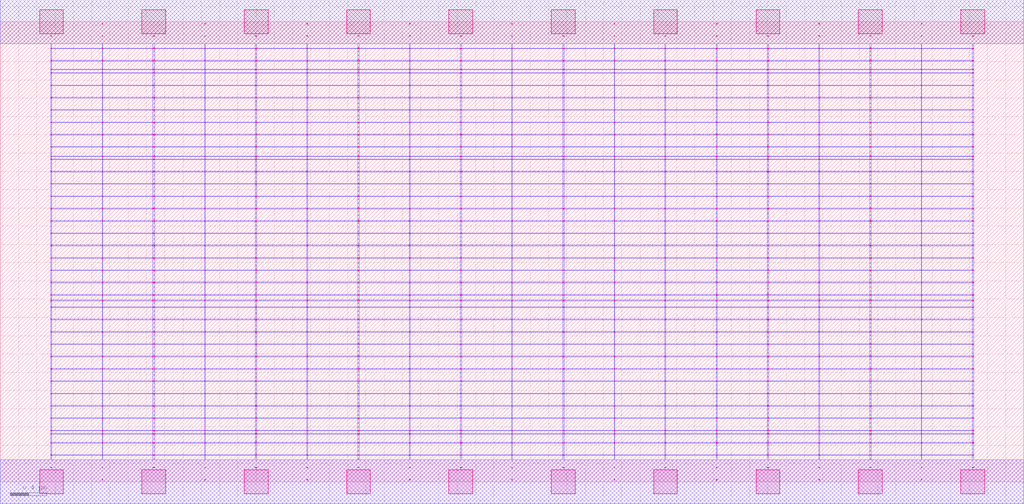
<source format=lef>
MACRO AOOAOOAI21212_DEBUG
 CLASS CORE ;
 FOREIGN AOOAOOAI21212_DEBUG 0 0 ;
 SIZE 11.200000000000001 BY 5.04 ;
 ORIGIN 0 0 ;
 SYMMETRY X Y R90 ;
 SITE unit ;

 OBS
    LAYER polycont ;
     RECT 5.59600000 2.58300000 5.60400000 2.59100000 ;
     RECT 5.59600000 2.71800000 5.60400000 2.72600000 ;
     RECT 5.59600000 2.85300000 5.60400000 2.86100000 ;
     RECT 5.59600000 2.98800000 5.60400000 2.99600000 ;
     RECT 7.83600000 2.58300000 7.84400000 2.59100000 ;
     RECT 8.39100000 2.58300000 8.40900000 2.59100000 ;
     RECT 8.95600000 2.58300000 8.96400000 2.59100000 ;
     RECT 9.51100000 2.58300000 9.52900000 2.59100000 ;
     RECT 10.07600000 2.58300000 10.08400000 2.59100000 ;
     RECT 10.63600000 2.58300000 10.64900000 2.59100000 ;
     RECT 6.15600000 2.58300000 6.16900000 2.59100000 ;
     RECT 6.15600000 2.71800000 6.16900000 2.72600000 ;
     RECT 6.71600000 2.71800000 6.72400000 2.72600000 ;
     RECT 7.27100000 2.71800000 7.28400000 2.72600000 ;
     RECT 7.83600000 2.71800000 7.84400000 2.72600000 ;
     RECT 8.39100000 2.71800000 8.40900000 2.72600000 ;
     RECT 8.95600000 2.71800000 8.96400000 2.72600000 ;
     RECT 9.51100000 2.71800000 9.52900000 2.72600000 ;
     RECT 10.07600000 2.71800000 10.08400000 2.72600000 ;
     RECT 10.63600000 2.71800000 10.64900000 2.72600000 ;
     RECT 6.71600000 2.58300000 6.72400000 2.59100000 ;
     RECT 6.15600000 2.85300000 6.16900000 2.86100000 ;
     RECT 6.71600000 2.85300000 6.72400000 2.86100000 ;
     RECT 7.27100000 2.85300000 7.28400000 2.86100000 ;
     RECT 7.83600000 2.85300000 7.84400000 2.86100000 ;
     RECT 8.39100000 2.85300000 8.40900000 2.86100000 ;
     RECT 8.95600000 2.85300000 8.96400000 2.86100000 ;
     RECT 9.51100000 2.85300000 9.52900000 2.86100000 ;
     RECT 10.07600000 2.85300000 10.08400000 2.86100000 ;
     RECT 10.63600000 2.85300000 10.64900000 2.86100000 ;
     RECT 7.27100000 2.58300000 7.28400000 2.59100000 ;
     RECT 6.15600000 2.98800000 6.16900000 2.99600000 ;
     RECT 6.71600000 2.98800000 6.72400000 2.99600000 ;
     RECT 7.27100000 2.98800000 7.28400000 2.99600000 ;
     RECT 7.83600000 2.98800000 7.84400000 2.99600000 ;
     RECT 8.39100000 2.98800000 8.40900000 2.99600000 ;
     RECT 8.95600000 2.98800000 8.96400000 2.99600000 ;
     RECT 9.51100000 2.98800000 9.52900000 2.99600000 ;
     RECT 10.07600000 2.98800000 10.08400000 2.99600000 ;
     RECT 10.63600000 2.98800000 10.64900000 2.99600000 ;
     RECT 6.71600000 3.12300000 6.72400000 3.13100000 ;
     RECT 6.71600000 3.25800000 6.72400000 3.26600000 ;
     RECT 6.71600000 3.39300000 6.72400000 3.40100000 ;
     RECT 6.71600000 3.52800000 6.72400000 3.53600000 ;
     RECT 6.71600000 3.56100000 6.72400000 3.56900000 ;
     RECT 6.71600000 3.66300000 6.72400000 3.67100000 ;
     RECT 6.71600000 3.79800000 6.72400000 3.80600000 ;
     RECT 6.71600000 3.93300000 6.72400000 3.94100000 ;
     RECT 6.71600000 4.06800000 6.72400000 4.07600000 ;
     RECT 6.71600000 4.20300000 6.72400000 4.21100000 ;
     RECT 6.71600000 4.33800000 6.72400000 4.34600000 ;
     RECT 6.71600000 4.47300000 6.72400000 4.48100000 ;
     RECT 6.71600000 4.51100000 6.72400000 4.51900000 ;
     RECT 6.71600000 4.60800000 6.72400000 4.61600000 ;
     RECT 6.71600000 4.74300000 6.72400000 4.75100000 ;
     RECT 6.71600000 4.87800000 6.72400000 4.88600000 ;
     RECT 1.67100000 2.58300000 1.68900000 2.59100000 ;
     RECT 0.55100000 2.98800000 0.56400000 2.99600000 ;
     RECT 1.11600000 2.98800000 1.12400000 2.99600000 ;
     RECT 1.67100000 2.98800000 1.68900000 2.99600000 ;
     RECT 2.23600000 2.98800000 2.24400000 2.99600000 ;
     RECT 2.79100000 2.98800000 2.80900000 2.99600000 ;
     RECT 3.35600000 2.98800000 3.36400000 2.99600000 ;
     RECT 3.91100000 2.98800000 3.92900000 2.99600000 ;
     RECT 4.47600000 2.98800000 4.48400000 2.99600000 ;
     RECT 5.03100000 2.98800000 5.04900000 2.99600000 ;
     RECT 2.23600000 2.58300000 2.24400000 2.59100000 ;
     RECT 2.79100000 2.58300000 2.80900000 2.59100000 ;
     RECT 3.35600000 2.58300000 3.36400000 2.59100000 ;
     RECT 3.91100000 2.58300000 3.92900000 2.59100000 ;
     RECT 4.47600000 2.58300000 4.48400000 2.59100000 ;
     RECT 5.03100000 2.58300000 5.04900000 2.59100000 ;
     RECT 0.55100000 2.58300000 0.56400000 2.59100000 ;
     RECT 0.55100000 2.71800000 0.56400000 2.72600000 ;
     RECT 0.55100000 2.85300000 0.56400000 2.86100000 ;
     RECT 1.11600000 2.85300000 1.12400000 2.86100000 ;
     RECT 1.67100000 2.85300000 1.68900000 2.86100000 ;
     RECT 2.23600000 2.85300000 2.24400000 2.86100000 ;
     RECT 2.79100000 2.85300000 2.80900000 2.86100000 ;
     RECT 3.35600000 2.85300000 3.36400000 2.86100000 ;
     RECT 3.91100000 2.85300000 3.92900000 2.86100000 ;
     RECT 4.47600000 2.85300000 4.48400000 2.86100000 ;
     RECT 5.03100000 2.85300000 5.04900000 2.86100000 ;
     RECT 1.11600000 2.71800000 1.12400000 2.72600000 ;
     RECT 1.67100000 2.71800000 1.68900000 2.72600000 ;
     RECT 2.23600000 2.71800000 2.24400000 2.72600000 ;
     RECT 2.79100000 2.71800000 2.80900000 2.72600000 ;
     RECT 3.35600000 2.71800000 3.36400000 2.72600000 ;
     RECT 3.91100000 2.71800000 3.92900000 2.72600000 ;
     RECT 4.47600000 2.71800000 4.48400000 2.72600000 ;
     RECT 5.03100000 2.71800000 5.04900000 2.72600000 ;
     RECT 1.11600000 2.58300000 1.12400000 2.59100000 ;
     RECT 4.47600000 1.63800000 4.48400000 1.64600000 ;
     RECT 4.47600000 1.77300000 4.48400000 1.78100000 ;
     RECT 4.47600000 1.90800000 4.48400000 1.91600000 ;
     RECT 4.47600000 1.98100000 4.48400000 1.98900000 ;
     RECT 4.47600000 2.04300000 4.48400000 2.05100000 ;
     RECT 4.47600000 2.17800000 4.48400000 2.18600000 ;
     RECT 4.47600000 2.31300000 4.48400000 2.32100000 ;
     RECT 4.47600000 2.44800000 4.48400000 2.45600000 ;
     RECT 4.47600000 0.15300000 4.48400000 0.16100000 ;
     RECT 4.47600000 0.28800000 4.48400000 0.29600000 ;
     RECT 4.47600000 0.42300000 4.48400000 0.43100000 ;
     RECT 4.47600000 0.52100000 4.48400000 0.52900000 ;
     RECT 4.47600000 0.55800000 4.48400000 0.56600000 ;
     RECT 4.47600000 0.69300000 4.48400000 0.70100000 ;
     RECT 4.47600000 0.82800000 4.48400000 0.83600000 ;
     RECT 4.47600000 0.96300000 4.48400000 0.97100000 ;
     RECT 4.47600000 1.09800000 4.48400000 1.10600000 ;
     RECT 4.47600000 1.23300000 4.48400000 1.24100000 ;
     RECT 4.47600000 1.36800000 4.48400000 1.37600000 ;
     RECT 4.47600000 1.50300000 4.48400000 1.51100000 ;

    LAYER pdiffc ;
     RECT 0.55100000 3.39300000 0.55900000 3.40100000 ;
     RECT 6.16100000 3.39300000 6.16900000 3.40100000 ;
     RECT 7.27100000 3.39300000 7.27900000 3.40100000 ;
     RECT 10.64100000 3.39300000 10.64900000 3.40100000 ;
     RECT 0.55100000 3.52800000 0.55900000 3.53600000 ;
     RECT 6.16100000 3.52800000 6.16900000 3.53600000 ;
     RECT 7.27100000 3.52800000 7.27900000 3.53600000 ;
     RECT 10.64100000 3.52800000 10.64900000 3.53600000 ;
     RECT 0.55100000 3.56100000 0.55900000 3.56900000 ;
     RECT 6.16100000 3.56100000 6.16900000 3.56900000 ;
     RECT 7.27100000 3.56100000 7.27900000 3.56900000 ;
     RECT 10.64100000 3.56100000 10.64900000 3.56900000 ;
     RECT 0.55100000 3.66300000 0.55900000 3.67100000 ;
     RECT 6.16100000 3.66300000 6.16900000 3.67100000 ;
     RECT 7.27100000 3.66300000 7.27900000 3.67100000 ;
     RECT 10.64100000 3.66300000 10.64900000 3.67100000 ;
     RECT 0.55100000 3.79800000 0.55900000 3.80600000 ;
     RECT 6.16100000 3.79800000 6.16900000 3.80600000 ;
     RECT 7.27100000 3.79800000 7.27900000 3.80600000 ;
     RECT 10.64100000 3.79800000 10.64900000 3.80600000 ;
     RECT 0.55100000 3.93300000 0.55900000 3.94100000 ;
     RECT 6.16100000 3.93300000 6.16900000 3.94100000 ;
     RECT 7.27100000 3.93300000 7.27900000 3.94100000 ;
     RECT 10.64100000 3.93300000 10.64900000 3.94100000 ;
     RECT 0.55100000 4.06800000 0.55900000 4.07600000 ;
     RECT 6.16100000 4.06800000 6.16900000 4.07600000 ;
     RECT 7.27100000 4.06800000 7.27900000 4.07600000 ;
     RECT 10.64100000 4.06800000 10.64900000 4.07600000 ;
     RECT 0.55100000 4.20300000 0.55900000 4.21100000 ;
     RECT 6.16100000 4.20300000 6.16900000 4.21100000 ;
     RECT 7.27100000 4.20300000 7.27900000 4.21100000 ;
     RECT 10.64100000 4.20300000 10.64900000 4.21100000 ;
     RECT 0.55100000 4.33800000 0.55900000 4.34600000 ;
     RECT 6.16100000 4.33800000 6.16900000 4.34600000 ;
     RECT 7.27100000 4.33800000 7.27900000 4.34600000 ;
     RECT 10.64100000 4.33800000 10.64900000 4.34600000 ;
     RECT 0.55100000 4.47300000 0.55900000 4.48100000 ;
     RECT 6.16100000 4.47300000 6.16900000 4.48100000 ;
     RECT 7.27100000 4.47300000 7.27900000 4.48100000 ;
     RECT 10.64100000 4.47300000 10.64900000 4.48100000 ;
     RECT 0.55100000 4.51100000 0.55900000 4.51900000 ;
     RECT 6.16100000 4.51100000 6.16900000 4.51900000 ;
     RECT 7.27100000 4.51100000 7.27900000 4.51900000 ;
     RECT 10.64100000 4.51100000 10.64900000 4.51900000 ;
     RECT 0.55100000 4.60800000 0.55900000 4.61600000 ;
     RECT 6.16100000 4.60800000 6.16900000 4.61600000 ;
     RECT 7.27100000 4.60800000 7.27900000 4.61600000 ;
     RECT 10.64100000 4.60800000 10.64900000 4.61600000 ;

    LAYER ndiffc ;
     RECT 6.15600000 0.42300000 6.16900000 0.43100000 ;
     RECT 7.27100000 0.42300000 7.28400000 0.43100000 ;
     RECT 8.39100000 0.42300000 8.40900000 0.43100000 ;
     RECT 9.51100000 0.42300000 9.52900000 0.43100000 ;
     RECT 10.63600000 0.42300000 10.64900000 0.43100000 ;
     RECT 6.15600000 0.52100000 6.16900000 0.52900000 ;
     RECT 7.27100000 0.52100000 7.28400000 0.52900000 ;
     RECT 8.39100000 0.52100000 8.40900000 0.52900000 ;
     RECT 9.51100000 0.52100000 9.52900000 0.52900000 ;
     RECT 10.63600000 0.52100000 10.64900000 0.52900000 ;
     RECT 6.15600000 0.55800000 6.16900000 0.56600000 ;
     RECT 7.27100000 0.55800000 7.28400000 0.56600000 ;
     RECT 8.39100000 0.55800000 8.40900000 0.56600000 ;
     RECT 9.51100000 0.55800000 9.52900000 0.56600000 ;
     RECT 10.63600000 0.55800000 10.64900000 0.56600000 ;
     RECT 6.15600000 0.69300000 6.16900000 0.70100000 ;
     RECT 7.27100000 0.69300000 7.28400000 0.70100000 ;
     RECT 8.39100000 0.69300000 8.40900000 0.70100000 ;
     RECT 9.51100000 0.69300000 9.52900000 0.70100000 ;
     RECT 10.63600000 0.69300000 10.64900000 0.70100000 ;
     RECT 6.15600000 0.82800000 6.16900000 0.83600000 ;
     RECT 7.27100000 0.82800000 7.28400000 0.83600000 ;
     RECT 8.39100000 0.82800000 8.40900000 0.83600000 ;
     RECT 9.51100000 0.82800000 9.52900000 0.83600000 ;
     RECT 10.63600000 0.82800000 10.64900000 0.83600000 ;
     RECT 6.15600000 0.96300000 6.16900000 0.97100000 ;
     RECT 7.27100000 0.96300000 7.28400000 0.97100000 ;
     RECT 8.39100000 0.96300000 8.40900000 0.97100000 ;
     RECT 9.51100000 0.96300000 9.52900000 0.97100000 ;
     RECT 10.63600000 0.96300000 10.64900000 0.97100000 ;
     RECT 6.15600000 1.09800000 6.16900000 1.10600000 ;
     RECT 7.27100000 1.09800000 7.28400000 1.10600000 ;
     RECT 8.39100000 1.09800000 8.40900000 1.10600000 ;
     RECT 9.51100000 1.09800000 9.52900000 1.10600000 ;
     RECT 10.63600000 1.09800000 10.64900000 1.10600000 ;
     RECT 6.15600000 1.23300000 6.16900000 1.24100000 ;
     RECT 7.27100000 1.23300000 7.28400000 1.24100000 ;
     RECT 8.39100000 1.23300000 8.40900000 1.24100000 ;
     RECT 9.51100000 1.23300000 9.52900000 1.24100000 ;
     RECT 10.63600000 1.23300000 10.64900000 1.24100000 ;
     RECT 6.15600000 1.36800000 6.16900000 1.37600000 ;
     RECT 7.27100000 1.36800000 7.28400000 1.37600000 ;
     RECT 8.39100000 1.36800000 8.40900000 1.37600000 ;
     RECT 9.51100000 1.36800000 9.52900000 1.37600000 ;
     RECT 10.63600000 1.36800000 10.64900000 1.37600000 ;
     RECT 6.15600000 1.50300000 6.16900000 1.51100000 ;
     RECT 7.27100000 1.50300000 7.28400000 1.51100000 ;
     RECT 8.39100000 1.50300000 8.40900000 1.51100000 ;
     RECT 9.51100000 1.50300000 9.52900000 1.51100000 ;
     RECT 10.63600000 1.50300000 10.64900000 1.51100000 ;
     RECT 6.15600000 1.63800000 6.16900000 1.64600000 ;
     RECT 7.27100000 1.63800000 7.28400000 1.64600000 ;
     RECT 8.39100000 1.63800000 8.40900000 1.64600000 ;
     RECT 9.51100000 1.63800000 9.52900000 1.64600000 ;
     RECT 10.63600000 1.63800000 10.64900000 1.64600000 ;
     RECT 6.15600000 1.77300000 6.16900000 1.78100000 ;
     RECT 7.27100000 1.77300000 7.28400000 1.78100000 ;
     RECT 8.39100000 1.77300000 8.40900000 1.78100000 ;
     RECT 9.51100000 1.77300000 9.52900000 1.78100000 ;
     RECT 10.63600000 1.77300000 10.64900000 1.78100000 ;
     RECT 6.15600000 1.90800000 6.16900000 1.91600000 ;
     RECT 7.27100000 1.90800000 7.28400000 1.91600000 ;
     RECT 8.39100000 1.90800000 8.40900000 1.91600000 ;
     RECT 9.51100000 1.90800000 9.52900000 1.91600000 ;
     RECT 10.63600000 1.90800000 10.64900000 1.91600000 ;
     RECT 6.15600000 1.98100000 6.16900000 1.98900000 ;
     RECT 7.27100000 1.98100000 7.28400000 1.98900000 ;
     RECT 8.39100000 1.98100000 8.40900000 1.98900000 ;
     RECT 9.51100000 1.98100000 9.52900000 1.98900000 ;
     RECT 10.63600000 1.98100000 10.64900000 1.98900000 ;
     RECT 6.15600000 2.04300000 6.16900000 2.05100000 ;
     RECT 7.27100000 2.04300000 7.28400000 2.05100000 ;
     RECT 8.39100000 2.04300000 8.40900000 2.05100000 ;
     RECT 9.51100000 2.04300000 9.52900000 2.05100000 ;
     RECT 10.63600000 2.04300000 10.64900000 2.05100000 ;
     RECT 0.55100000 0.42300000 0.56400000 0.43100000 ;
     RECT 1.67100000 0.42300000 1.68900000 0.43100000 ;
     RECT 2.79100000 0.42300000 2.80900000 0.43100000 ;
     RECT 3.91100000 0.42300000 3.92900000 0.43100000 ;
     RECT 5.03100000 0.42300000 5.04900000 0.43100000 ;
     RECT 0.55100000 1.36800000 0.56400000 1.37600000 ;
     RECT 1.67100000 1.36800000 1.68900000 1.37600000 ;
     RECT 2.79100000 1.36800000 2.80900000 1.37600000 ;
     RECT 3.91100000 1.36800000 3.92900000 1.37600000 ;
     RECT 5.03100000 1.36800000 5.04900000 1.37600000 ;
     RECT 0.55100000 0.82800000 0.56400000 0.83600000 ;
     RECT 1.67100000 0.82800000 1.68900000 0.83600000 ;
     RECT 2.79100000 0.82800000 2.80900000 0.83600000 ;
     RECT 3.91100000 0.82800000 3.92900000 0.83600000 ;
     RECT 5.03100000 0.82800000 5.04900000 0.83600000 ;
     RECT 0.55100000 1.50300000 0.56400000 1.51100000 ;
     RECT 1.67100000 1.50300000 1.68900000 1.51100000 ;
     RECT 2.79100000 1.50300000 2.80900000 1.51100000 ;
     RECT 3.91100000 1.50300000 3.92900000 1.51100000 ;
     RECT 5.03100000 1.50300000 5.04900000 1.51100000 ;
     RECT 0.55100000 0.55800000 0.56400000 0.56600000 ;
     RECT 1.67100000 0.55800000 1.68900000 0.56600000 ;
     RECT 2.79100000 0.55800000 2.80900000 0.56600000 ;
     RECT 3.91100000 0.55800000 3.92900000 0.56600000 ;
     RECT 5.03100000 0.55800000 5.04900000 0.56600000 ;
     RECT 0.55100000 1.63800000 0.56400000 1.64600000 ;
     RECT 1.67100000 1.63800000 1.68900000 1.64600000 ;
     RECT 2.79100000 1.63800000 2.80900000 1.64600000 ;
     RECT 3.91100000 1.63800000 3.92900000 1.64600000 ;
     RECT 5.03100000 1.63800000 5.04900000 1.64600000 ;
     RECT 0.55100000 0.96300000 0.56400000 0.97100000 ;
     RECT 1.67100000 0.96300000 1.68900000 0.97100000 ;
     RECT 2.79100000 0.96300000 2.80900000 0.97100000 ;
     RECT 3.91100000 0.96300000 3.92900000 0.97100000 ;
     RECT 5.03100000 0.96300000 5.04900000 0.97100000 ;
     RECT 0.55100000 1.77300000 0.56400000 1.78100000 ;
     RECT 1.67100000 1.77300000 1.68900000 1.78100000 ;
     RECT 2.79100000 1.77300000 2.80900000 1.78100000 ;
     RECT 3.91100000 1.77300000 3.92900000 1.78100000 ;
     RECT 5.03100000 1.77300000 5.04900000 1.78100000 ;
     RECT 0.55100000 0.52100000 0.56400000 0.52900000 ;
     RECT 1.67100000 0.52100000 1.68900000 0.52900000 ;
     RECT 2.79100000 0.52100000 2.80900000 0.52900000 ;
     RECT 3.91100000 0.52100000 3.92900000 0.52900000 ;
     RECT 5.03100000 0.52100000 5.04900000 0.52900000 ;
     RECT 0.55100000 1.90800000 0.56400000 1.91600000 ;
     RECT 1.67100000 1.90800000 1.68900000 1.91600000 ;
     RECT 2.79100000 1.90800000 2.80900000 1.91600000 ;
     RECT 3.91100000 1.90800000 3.92900000 1.91600000 ;
     RECT 5.03100000 1.90800000 5.04900000 1.91600000 ;
     RECT 0.55100000 1.09800000 0.56400000 1.10600000 ;
     RECT 1.67100000 1.09800000 1.68900000 1.10600000 ;
     RECT 2.79100000 1.09800000 2.80900000 1.10600000 ;
     RECT 3.91100000 1.09800000 3.92900000 1.10600000 ;
     RECT 5.03100000 1.09800000 5.04900000 1.10600000 ;
     RECT 0.55100000 1.98100000 0.56400000 1.98900000 ;
     RECT 1.67100000 1.98100000 1.68900000 1.98900000 ;
     RECT 2.79100000 1.98100000 2.80900000 1.98900000 ;
     RECT 3.91100000 1.98100000 3.92900000 1.98900000 ;
     RECT 5.03100000 1.98100000 5.04900000 1.98900000 ;
     RECT 0.55100000 0.69300000 0.56400000 0.70100000 ;
     RECT 1.67100000 0.69300000 1.68900000 0.70100000 ;
     RECT 2.79100000 0.69300000 2.80900000 0.70100000 ;
     RECT 3.91100000 0.69300000 3.92900000 0.70100000 ;
     RECT 5.03100000 0.69300000 5.04900000 0.70100000 ;
     RECT 0.55100000 2.04300000 0.56400000 2.05100000 ;
     RECT 1.67100000 2.04300000 1.68900000 2.05100000 ;
     RECT 2.79100000 2.04300000 2.80900000 2.05100000 ;
     RECT 3.91100000 2.04300000 3.92900000 2.05100000 ;
     RECT 5.03100000 2.04300000 5.04900000 2.05100000 ;
     RECT 0.55100000 1.23300000 0.56400000 1.24100000 ;
     RECT 1.67100000 1.23300000 1.68900000 1.24100000 ;
     RECT 2.79100000 1.23300000 2.80900000 1.24100000 ;
     RECT 3.91100000 1.23300000 3.92900000 1.24100000 ;
     RECT 5.03100000 1.23300000 5.04900000 1.24100000 ;

    LAYER met1 ;
     RECT 0.00000000 -0.24000000 11.20000000 0.24000000 ;
     RECT 5.59600000 0.24000000 5.60400000 0.28800000 ;
     RECT 0.55100000 0.28800000 10.64900000 0.29600000 ;
     RECT 5.59600000 0.29600000 5.60400000 0.42300000 ;
     RECT 0.55100000 0.42300000 10.64900000 0.43100000 ;
     RECT 5.59600000 0.43100000 5.60400000 0.52100000 ;
     RECT 0.55100000 0.52100000 10.64900000 0.52900000 ;
     RECT 5.59600000 0.52900000 5.60400000 0.55800000 ;
     RECT 0.55100000 0.55800000 10.64900000 0.56600000 ;
     RECT 5.59600000 0.56600000 5.60400000 0.69300000 ;
     RECT 0.55100000 0.69300000 10.64900000 0.70100000 ;
     RECT 5.59600000 0.70100000 5.60400000 0.82800000 ;
     RECT 0.55100000 0.82800000 10.64900000 0.83600000 ;
     RECT 5.59600000 0.83600000 5.60400000 0.96300000 ;
     RECT 0.55100000 0.96300000 10.64900000 0.97100000 ;
     RECT 5.59600000 0.97100000 5.60400000 1.09800000 ;
     RECT 0.55100000 1.09800000 10.64900000 1.10600000 ;
     RECT 5.59600000 1.10600000 5.60400000 1.23300000 ;
     RECT 0.55100000 1.23300000 10.64900000 1.24100000 ;
     RECT 5.59600000 1.24100000 5.60400000 1.36800000 ;
     RECT 0.55100000 1.36800000 10.64900000 1.37600000 ;
     RECT 5.59600000 1.37600000 5.60400000 1.50300000 ;
     RECT 0.55100000 1.50300000 10.64900000 1.51100000 ;
     RECT 5.59600000 1.51100000 5.60400000 1.63800000 ;
     RECT 0.55100000 1.63800000 10.64900000 1.64600000 ;
     RECT 5.59600000 1.64600000 5.60400000 1.77300000 ;
     RECT 0.55100000 1.77300000 10.64900000 1.78100000 ;
     RECT 5.59600000 1.78100000 5.60400000 1.90800000 ;
     RECT 0.55100000 1.90800000 10.64900000 1.91600000 ;
     RECT 5.59600000 1.91600000 5.60400000 1.98100000 ;
     RECT 0.55100000 1.98100000 10.64900000 1.98900000 ;
     RECT 5.59600000 1.98900000 5.60400000 2.04300000 ;
     RECT 0.55100000 2.04300000 10.64900000 2.05100000 ;
     RECT 5.59600000 2.05100000 5.60400000 2.17800000 ;
     RECT 0.55100000 2.17800000 10.64900000 2.18600000 ;
     RECT 5.59600000 2.18600000 5.60400000 2.31300000 ;
     RECT 0.55100000 2.31300000 10.64900000 2.32100000 ;
     RECT 5.59600000 2.32100000 5.60400000 2.44800000 ;
     RECT 0.55100000 2.44800000 10.64900000 2.45600000 ;
     RECT 0.55100000 2.45600000 0.56400000 2.58300000 ;
     RECT 1.11600000 2.45600000 1.12400000 2.58300000 ;
     RECT 1.67100000 2.45600000 1.68900000 2.58300000 ;
     RECT 2.23600000 2.45600000 2.24400000 2.58300000 ;
     RECT 2.79100000 2.45600000 2.80900000 2.58300000 ;
     RECT 3.35600000 2.45600000 3.36400000 2.58300000 ;
     RECT 3.91100000 2.45600000 3.92900000 2.58300000 ;
     RECT 4.47600000 2.45600000 4.48400000 2.58300000 ;
     RECT 5.03100000 2.45600000 5.04900000 2.58300000 ;
     RECT 5.59600000 2.45600000 5.60400000 2.58300000 ;
     RECT 6.15600000 2.45600000 6.16900000 2.58300000 ;
     RECT 6.71600000 2.45600000 6.72400000 2.58300000 ;
     RECT 7.27100000 2.45600000 7.28400000 2.58300000 ;
     RECT 7.83600000 2.45600000 7.84400000 2.58300000 ;
     RECT 8.39100000 2.45600000 8.40900000 2.58300000 ;
     RECT 8.95600000 2.45600000 8.96400000 2.58300000 ;
     RECT 9.51100000 2.45600000 9.52900000 2.58300000 ;
     RECT 10.07600000 2.45600000 10.08400000 2.58300000 ;
     RECT 10.63600000 2.45600000 10.64900000 2.58300000 ;
     RECT 0.55100000 2.58300000 10.64900000 2.59100000 ;
     RECT 5.59600000 2.59100000 5.60400000 2.71800000 ;
     RECT 0.55100000 2.71800000 10.64900000 2.72600000 ;
     RECT 5.59600000 2.72600000 5.60400000 2.85300000 ;
     RECT 0.55100000 2.85300000 10.64900000 2.86100000 ;
     RECT 5.59600000 2.86100000 5.60400000 2.98800000 ;
     RECT 0.55100000 2.98800000 10.64900000 2.99600000 ;
     RECT 5.59600000 2.99600000 5.60400000 3.12300000 ;
     RECT 0.55100000 3.12300000 10.64900000 3.13100000 ;
     RECT 5.59600000 3.13100000 5.60400000 3.25800000 ;
     RECT 0.55100000 3.25800000 10.64900000 3.26600000 ;
     RECT 5.59600000 3.26600000 5.60400000 3.39300000 ;
     RECT 0.55100000 3.39300000 10.64900000 3.40100000 ;
     RECT 5.59600000 3.40100000 5.60400000 3.52800000 ;
     RECT 0.55100000 3.52800000 10.64900000 3.53600000 ;
     RECT 5.59600000 3.53600000 5.60400000 3.56100000 ;
     RECT 0.55100000 3.56100000 10.64900000 3.56900000 ;
     RECT 5.59600000 3.56900000 5.60400000 3.66300000 ;
     RECT 0.55100000 3.66300000 10.64900000 3.67100000 ;
     RECT 5.59600000 3.67100000 5.60400000 3.79800000 ;
     RECT 0.55100000 3.79800000 10.64900000 3.80600000 ;
     RECT 5.59600000 3.80600000 5.60400000 3.93300000 ;
     RECT 0.55100000 3.93300000 10.64900000 3.94100000 ;
     RECT 5.59600000 3.94100000 5.60400000 4.06800000 ;
     RECT 0.55100000 4.06800000 10.64900000 4.07600000 ;
     RECT 5.59600000 4.07600000 5.60400000 4.20300000 ;
     RECT 0.55100000 4.20300000 10.64900000 4.21100000 ;
     RECT 5.59600000 4.21100000 5.60400000 4.33800000 ;
     RECT 0.55100000 4.33800000 10.64900000 4.34600000 ;
     RECT 5.59600000 4.34600000 5.60400000 4.47300000 ;
     RECT 0.55100000 4.47300000 10.64900000 4.48100000 ;
     RECT 5.59600000 4.48100000 5.60400000 4.51100000 ;
     RECT 0.55100000 4.51100000 10.64900000 4.51900000 ;
     RECT 5.59600000 4.51900000 5.60400000 4.60800000 ;
     RECT 0.55100000 4.60800000 10.64900000 4.61600000 ;
     RECT 5.59600000 4.61600000 5.60400000 4.74300000 ;
     RECT 0.55100000 4.74300000 10.64900000 4.75100000 ;
     RECT 5.59600000 4.75100000 5.60400000 4.80000000 ;
     RECT 0.00000000 4.80000000 11.20000000 5.28000000 ;
     RECT 8.39100000 2.99600000 8.40900000 3.12300000 ;
     RECT 8.39100000 3.13100000 8.40900000 3.25800000 ;
     RECT 8.39100000 3.26600000 8.40900000 3.39300000 ;
     RECT 8.39100000 3.40100000 8.40900000 3.52800000 ;
     RECT 8.39100000 3.53600000 8.40900000 3.56100000 ;
     RECT 8.39100000 2.72600000 8.40900000 2.85300000 ;
     RECT 8.39100000 3.56900000 8.40900000 3.66300000 ;
     RECT 8.39100000 3.67100000 8.40900000 3.79800000 ;
     RECT 6.15600000 3.80600000 6.16900000 3.93300000 ;
     RECT 6.71600000 3.80600000 6.72400000 3.93300000 ;
     RECT 7.27100000 3.80600000 7.28400000 3.93300000 ;
     RECT 7.83600000 3.80600000 7.84400000 3.93300000 ;
     RECT 8.39100000 3.80600000 8.40900000 3.93300000 ;
     RECT 8.95600000 3.80600000 8.96400000 3.93300000 ;
     RECT 9.51100000 3.80600000 9.52900000 3.93300000 ;
     RECT 10.07600000 3.80600000 10.08400000 3.93300000 ;
     RECT 10.63600000 3.80600000 10.64900000 3.93300000 ;
     RECT 8.39100000 3.94100000 8.40900000 4.06800000 ;
     RECT 8.39100000 4.07600000 8.40900000 4.20300000 ;
     RECT 8.39100000 4.21100000 8.40900000 4.33800000 ;
     RECT 8.39100000 2.86100000 8.40900000 2.98800000 ;
     RECT 8.39100000 4.34600000 8.40900000 4.47300000 ;
     RECT 8.39100000 4.48100000 8.40900000 4.51100000 ;
     RECT 8.39100000 2.59100000 8.40900000 2.71800000 ;
     RECT 8.39100000 4.51900000 8.40900000 4.60800000 ;
     RECT 8.39100000 4.61600000 8.40900000 4.74300000 ;
     RECT 8.39100000 4.75100000 8.40900000 4.80000000 ;
     RECT 9.51100000 3.94100000 9.52900000 4.06800000 ;
     RECT 8.95600000 4.21100000 8.96400000 4.33800000 ;
     RECT 9.51100000 4.21100000 9.52900000 4.33800000 ;
     RECT 10.07600000 4.21100000 10.08400000 4.33800000 ;
     RECT 10.63600000 4.21100000 10.64900000 4.33800000 ;
     RECT 10.07600000 3.94100000 10.08400000 4.06800000 ;
     RECT 10.63600000 3.94100000 10.64900000 4.06800000 ;
     RECT 8.95600000 4.34600000 8.96400000 4.47300000 ;
     RECT 9.51100000 4.34600000 9.52900000 4.47300000 ;
     RECT 10.07600000 4.34600000 10.08400000 4.47300000 ;
     RECT 10.63600000 4.34600000 10.64900000 4.47300000 ;
     RECT 8.95600000 3.94100000 8.96400000 4.06800000 ;
     RECT 8.95600000 4.48100000 8.96400000 4.51100000 ;
     RECT 9.51100000 4.48100000 9.52900000 4.51100000 ;
     RECT 10.07600000 4.48100000 10.08400000 4.51100000 ;
     RECT 10.63600000 4.48100000 10.64900000 4.51100000 ;
     RECT 8.95600000 4.07600000 8.96400000 4.20300000 ;
     RECT 9.51100000 4.07600000 9.52900000 4.20300000 ;
     RECT 8.95600000 4.51900000 8.96400000 4.60800000 ;
     RECT 9.51100000 4.51900000 9.52900000 4.60800000 ;
     RECT 10.07600000 4.51900000 10.08400000 4.60800000 ;
     RECT 10.63600000 4.51900000 10.64900000 4.60800000 ;
     RECT 10.07600000 4.07600000 10.08400000 4.20300000 ;
     RECT 8.95600000 4.61600000 8.96400000 4.74300000 ;
     RECT 9.51100000 4.61600000 9.52900000 4.74300000 ;
     RECT 10.07600000 4.61600000 10.08400000 4.74300000 ;
     RECT 10.63600000 4.61600000 10.64900000 4.74300000 ;
     RECT 10.63600000 4.07600000 10.64900000 4.20300000 ;
     RECT 8.95600000 4.75100000 8.96400000 4.80000000 ;
     RECT 9.51100000 4.75100000 9.52900000 4.80000000 ;
     RECT 10.07600000 4.75100000 10.08400000 4.80000000 ;
     RECT 10.63600000 4.75100000 10.64900000 4.80000000 ;
     RECT 6.71600000 4.07600000 6.72400000 4.20300000 ;
     RECT 7.27100000 4.07600000 7.28400000 4.20300000 ;
     RECT 7.83600000 4.07600000 7.84400000 4.20300000 ;
     RECT 6.71600000 3.94100000 6.72400000 4.06800000 ;
     RECT 7.27100000 3.94100000 7.28400000 4.06800000 ;
     RECT 6.15600000 4.51900000 6.16900000 4.60800000 ;
     RECT 6.71600000 4.51900000 6.72400000 4.60800000 ;
     RECT 7.27100000 4.51900000 7.28400000 4.60800000 ;
     RECT 7.83600000 4.51900000 7.84400000 4.60800000 ;
     RECT 7.83600000 3.94100000 7.84400000 4.06800000 ;
     RECT 6.15600000 4.34600000 6.16900000 4.47300000 ;
     RECT 6.71600000 4.34600000 6.72400000 4.47300000 ;
     RECT 7.27100000 4.34600000 7.28400000 4.47300000 ;
     RECT 7.83600000 4.34600000 7.84400000 4.47300000 ;
     RECT 6.15600000 4.61600000 6.16900000 4.74300000 ;
     RECT 6.71600000 4.61600000 6.72400000 4.74300000 ;
     RECT 7.27100000 4.61600000 7.28400000 4.74300000 ;
     RECT 7.83600000 4.61600000 7.84400000 4.74300000 ;
     RECT 6.15600000 3.94100000 6.16900000 4.06800000 ;
     RECT 6.15600000 4.07600000 6.16900000 4.20300000 ;
     RECT 6.15600000 4.21100000 6.16900000 4.33800000 ;
     RECT 6.71600000 4.21100000 6.72400000 4.33800000 ;
     RECT 7.27100000 4.21100000 7.28400000 4.33800000 ;
     RECT 6.15600000 4.75100000 6.16900000 4.80000000 ;
     RECT 6.71600000 4.75100000 6.72400000 4.80000000 ;
     RECT 7.27100000 4.75100000 7.28400000 4.80000000 ;
     RECT 7.83600000 4.75100000 7.84400000 4.80000000 ;
     RECT 6.15600000 4.48100000 6.16900000 4.51100000 ;
     RECT 6.71600000 4.48100000 6.72400000 4.51100000 ;
     RECT 7.27100000 4.48100000 7.28400000 4.51100000 ;
     RECT 7.83600000 4.48100000 7.84400000 4.51100000 ;
     RECT 7.83600000 4.21100000 7.84400000 4.33800000 ;
     RECT 7.27100000 3.53600000 7.28400000 3.56100000 ;
     RECT 7.83600000 3.53600000 7.84400000 3.56100000 ;
     RECT 7.83600000 3.13100000 7.84400000 3.25800000 ;
     RECT 6.15600000 2.86100000 6.16900000 2.98800000 ;
     RECT 6.71600000 2.86100000 6.72400000 2.98800000 ;
     RECT 7.83600000 2.72600000 7.84400000 2.85300000 ;
     RECT 6.15600000 3.13100000 6.16900000 3.25800000 ;
     RECT 6.15600000 3.56900000 6.16900000 3.66300000 ;
     RECT 6.71600000 3.56900000 6.72400000 3.66300000 ;
     RECT 7.27100000 3.56900000 7.28400000 3.66300000 ;
     RECT 7.83600000 3.56900000 7.84400000 3.66300000 ;
     RECT 6.15600000 2.59100000 6.16900000 2.71800000 ;
     RECT 6.15600000 3.67100000 6.16900000 3.79800000 ;
     RECT 6.71600000 3.67100000 6.72400000 3.79800000 ;
     RECT 7.27100000 2.86100000 7.28400000 2.98800000 ;
     RECT 7.83600000 2.86100000 7.84400000 2.98800000 ;
     RECT 7.27100000 3.67100000 7.28400000 3.79800000 ;
     RECT 7.83600000 3.67100000 7.84400000 3.79800000 ;
     RECT 6.15600000 2.99600000 6.16900000 3.12300000 ;
     RECT 6.15600000 3.26600000 6.16900000 3.39300000 ;
     RECT 6.71600000 3.26600000 6.72400000 3.39300000 ;
     RECT 7.27100000 3.26600000 7.28400000 3.39300000 ;
     RECT 7.83600000 3.26600000 7.84400000 3.39300000 ;
     RECT 6.71600000 3.13100000 6.72400000 3.25800000 ;
     RECT 6.71600000 2.59100000 6.72400000 2.71800000 ;
     RECT 6.15600000 2.72600000 6.16900000 2.85300000 ;
     RECT 6.15600000 3.40100000 6.16900000 3.52800000 ;
     RECT 6.71600000 3.40100000 6.72400000 3.52800000 ;
     RECT 6.71600000 2.99600000 6.72400000 3.12300000 ;
     RECT 7.27100000 2.99600000 7.28400000 3.12300000 ;
     RECT 7.27100000 3.40100000 7.28400000 3.52800000 ;
     RECT 7.27100000 2.59100000 7.28400000 2.71800000 ;
     RECT 7.83600000 2.59100000 7.84400000 2.71800000 ;
     RECT 7.83600000 3.40100000 7.84400000 3.52800000 ;
     RECT 7.27100000 3.13100000 7.28400000 3.25800000 ;
     RECT 6.71600000 2.72600000 6.72400000 2.85300000 ;
     RECT 7.27100000 2.72600000 7.28400000 2.85300000 ;
     RECT 6.15600000 3.53600000 6.16900000 3.56100000 ;
     RECT 6.71600000 3.53600000 6.72400000 3.56100000 ;
     RECT 7.83600000 2.99600000 7.84400000 3.12300000 ;
     RECT 10.07600000 3.56900000 10.08400000 3.66300000 ;
     RECT 10.63600000 3.56900000 10.64900000 3.66300000 ;
     RECT 8.95600000 2.72600000 8.96400000 2.85300000 ;
     RECT 9.51100000 2.72600000 9.52900000 2.85300000 ;
     RECT 8.95600000 2.99600000 8.96400000 3.12300000 ;
     RECT 8.95600000 3.40100000 8.96400000 3.52800000 ;
     RECT 10.63600000 2.86100000 10.64900000 2.98800000 ;
     RECT 9.51100000 3.40100000 9.52900000 3.52800000 ;
     RECT 10.07600000 3.40100000 10.08400000 3.52800000 ;
     RECT 10.63600000 3.40100000 10.64900000 3.52800000 ;
     RECT 8.95600000 3.67100000 8.96400000 3.79800000 ;
     RECT 9.51100000 3.67100000 9.52900000 3.79800000 ;
     RECT 10.07600000 3.67100000 10.08400000 3.79800000 ;
     RECT 10.63600000 3.67100000 10.64900000 3.79800000 ;
     RECT 10.07600000 2.72600000 10.08400000 2.85300000 ;
     RECT 10.63600000 2.72600000 10.64900000 2.85300000 ;
     RECT 9.51100000 2.99600000 9.52900000 3.12300000 ;
     RECT 8.95600000 2.59100000 8.96400000 2.71800000 ;
     RECT 10.07600000 2.99600000 10.08400000 3.12300000 ;
     RECT 10.63600000 2.99600000 10.64900000 3.12300000 ;
     RECT 9.51100000 2.59100000 9.52900000 2.71800000 ;
     RECT 8.95600000 3.26600000 8.96400000 3.39300000 ;
     RECT 9.51100000 3.26600000 9.52900000 3.39300000 ;
     RECT 10.07600000 3.26600000 10.08400000 3.39300000 ;
     RECT 8.95600000 3.53600000 8.96400000 3.56100000 ;
     RECT 8.95600000 2.86100000 8.96400000 2.98800000 ;
     RECT 9.51100000 3.53600000 9.52900000 3.56100000 ;
     RECT 10.07600000 3.53600000 10.08400000 3.56100000 ;
     RECT 10.63600000 3.53600000 10.64900000 3.56100000 ;
     RECT 10.63600000 3.26600000 10.64900000 3.39300000 ;
     RECT 8.95600000 3.13100000 8.96400000 3.25800000 ;
     RECT 9.51100000 3.13100000 9.52900000 3.25800000 ;
     RECT 10.07600000 3.13100000 10.08400000 3.25800000 ;
     RECT 10.63600000 3.13100000 10.64900000 3.25800000 ;
     RECT 10.63600000 2.59100000 10.64900000 2.71800000 ;
     RECT 9.51100000 2.86100000 9.52900000 2.98800000 ;
     RECT 10.07600000 2.86100000 10.08400000 2.98800000 ;
     RECT 10.07600000 2.59100000 10.08400000 2.71800000 ;
     RECT 8.95600000 3.56900000 8.96400000 3.66300000 ;
     RECT 9.51100000 3.56900000 9.52900000 3.66300000 ;
     RECT 2.79100000 2.59100000 2.80900000 2.71800000 ;
     RECT 2.79100000 2.99600000 2.80900000 3.12300000 ;
     RECT 2.79100000 3.94100000 2.80900000 4.06800000 ;
     RECT 2.79100000 3.40100000 2.80900000 3.52800000 ;
     RECT 2.79100000 4.07600000 2.80900000 4.20300000 ;
     RECT 2.79100000 4.21100000 2.80900000 4.33800000 ;
     RECT 2.79100000 3.53600000 2.80900000 3.56100000 ;
     RECT 2.79100000 4.34600000 2.80900000 4.47300000 ;
     RECT 2.79100000 3.13100000 2.80900000 3.25800000 ;
     RECT 2.79100000 3.56900000 2.80900000 3.66300000 ;
     RECT 2.79100000 4.48100000 2.80900000 4.51100000 ;
     RECT 2.79100000 2.86100000 2.80900000 2.98800000 ;
     RECT 2.79100000 4.51900000 2.80900000 4.60800000 ;
     RECT 2.79100000 2.72600000 2.80900000 2.85300000 ;
     RECT 2.79100000 3.67100000 2.80900000 3.79800000 ;
     RECT 2.79100000 4.61600000 2.80900000 4.74300000 ;
     RECT 2.79100000 3.26600000 2.80900000 3.39300000 ;
     RECT 2.79100000 4.75100000 2.80900000 4.80000000 ;
     RECT 0.55100000 3.80600000 0.56400000 3.93300000 ;
     RECT 1.11600000 3.80600000 1.12400000 3.93300000 ;
     RECT 1.67100000 3.80600000 1.68900000 3.93300000 ;
     RECT 2.23600000 3.80600000 2.24400000 3.93300000 ;
     RECT 2.79100000 3.80600000 2.80900000 3.93300000 ;
     RECT 3.35600000 3.80600000 3.36400000 3.93300000 ;
     RECT 3.91100000 3.80600000 3.92900000 3.93300000 ;
     RECT 4.47600000 3.80600000 4.48400000 3.93300000 ;
     RECT 5.03100000 3.80600000 5.04900000 3.93300000 ;
     RECT 3.35600000 4.48100000 3.36400000 4.51100000 ;
     RECT 3.91100000 4.48100000 3.92900000 4.51100000 ;
     RECT 4.47600000 4.48100000 4.48400000 4.51100000 ;
     RECT 5.03100000 4.48100000 5.04900000 4.51100000 ;
     RECT 4.47600000 4.07600000 4.48400000 4.20300000 ;
     RECT 5.03100000 4.07600000 5.04900000 4.20300000 ;
     RECT 3.35600000 4.51900000 3.36400000 4.60800000 ;
     RECT 3.91100000 4.51900000 3.92900000 4.60800000 ;
     RECT 4.47600000 4.51900000 4.48400000 4.60800000 ;
     RECT 5.03100000 4.51900000 5.04900000 4.60800000 ;
     RECT 4.47600000 3.94100000 4.48400000 4.06800000 ;
     RECT 3.35600000 4.21100000 3.36400000 4.33800000 ;
     RECT 3.91100000 4.21100000 3.92900000 4.33800000 ;
     RECT 3.35600000 4.61600000 3.36400000 4.74300000 ;
     RECT 3.91100000 4.61600000 3.92900000 4.74300000 ;
     RECT 4.47600000 4.61600000 4.48400000 4.74300000 ;
     RECT 5.03100000 4.61600000 5.04900000 4.74300000 ;
     RECT 4.47600000 4.21100000 4.48400000 4.33800000 ;
     RECT 5.03100000 4.21100000 5.04900000 4.33800000 ;
     RECT 3.35600000 4.75100000 3.36400000 4.80000000 ;
     RECT 3.91100000 4.75100000 3.92900000 4.80000000 ;
     RECT 4.47600000 4.75100000 4.48400000 4.80000000 ;
     RECT 5.03100000 4.75100000 5.04900000 4.80000000 ;
     RECT 5.03100000 3.94100000 5.04900000 4.06800000 ;
     RECT 3.35600000 3.94100000 3.36400000 4.06800000 ;
     RECT 3.35600000 4.34600000 3.36400000 4.47300000 ;
     RECT 3.91100000 4.34600000 3.92900000 4.47300000 ;
     RECT 4.47600000 4.34600000 4.48400000 4.47300000 ;
     RECT 5.03100000 4.34600000 5.04900000 4.47300000 ;
     RECT 3.91100000 3.94100000 3.92900000 4.06800000 ;
     RECT 3.35600000 4.07600000 3.36400000 4.20300000 ;
     RECT 3.91100000 4.07600000 3.92900000 4.20300000 ;
     RECT 1.11600000 3.94100000 1.12400000 4.06800000 ;
     RECT 0.55100000 4.07600000 0.56400000 4.20300000 ;
     RECT 0.55100000 4.21100000 0.56400000 4.33800000 ;
     RECT 1.11600000 4.21100000 1.12400000 4.33800000 ;
     RECT 0.55100000 4.61600000 0.56400000 4.74300000 ;
     RECT 1.11600000 4.61600000 1.12400000 4.74300000 ;
     RECT 1.67100000 4.61600000 1.68900000 4.74300000 ;
     RECT 2.23600000 4.61600000 2.24400000 4.74300000 ;
     RECT 1.67100000 4.21100000 1.68900000 4.33800000 ;
     RECT 2.23600000 4.21100000 2.24400000 4.33800000 ;
     RECT 1.11600000 4.07600000 1.12400000 4.20300000 ;
     RECT 0.55100000 4.48100000 0.56400000 4.51100000 ;
     RECT 1.11600000 4.48100000 1.12400000 4.51100000 ;
     RECT 1.67100000 4.48100000 1.68900000 4.51100000 ;
     RECT 0.55100000 4.75100000 0.56400000 4.80000000 ;
     RECT 1.11600000 4.75100000 1.12400000 4.80000000 ;
     RECT 1.67100000 4.75100000 1.68900000 4.80000000 ;
     RECT 2.23600000 4.75100000 2.24400000 4.80000000 ;
     RECT 2.23600000 4.48100000 2.24400000 4.51100000 ;
     RECT 1.67100000 4.07600000 1.68900000 4.20300000 ;
     RECT 2.23600000 4.07600000 2.24400000 4.20300000 ;
     RECT 1.67100000 3.94100000 1.68900000 4.06800000 ;
     RECT 2.23600000 3.94100000 2.24400000 4.06800000 ;
     RECT 0.55100000 3.94100000 0.56400000 4.06800000 ;
     RECT 0.55100000 4.34600000 0.56400000 4.47300000 ;
     RECT 0.55100000 4.51900000 0.56400000 4.60800000 ;
     RECT 1.11600000 4.51900000 1.12400000 4.60800000 ;
     RECT 1.67100000 4.51900000 1.68900000 4.60800000 ;
     RECT 2.23600000 4.51900000 2.24400000 4.60800000 ;
     RECT 1.11600000 4.34600000 1.12400000 4.47300000 ;
     RECT 1.67100000 4.34600000 1.68900000 4.47300000 ;
     RECT 2.23600000 4.34600000 2.24400000 4.47300000 ;
     RECT 0.55100000 3.53600000 0.56400000 3.56100000 ;
     RECT 2.23600000 2.72600000 2.24400000 2.85300000 ;
     RECT 1.11600000 3.53600000 1.12400000 3.56100000 ;
     RECT 0.55100000 3.67100000 0.56400000 3.79800000 ;
     RECT 1.11600000 3.67100000 1.12400000 3.79800000 ;
     RECT 1.67100000 3.67100000 1.68900000 3.79800000 ;
     RECT 2.23600000 3.67100000 2.24400000 3.79800000 ;
     RECT 1.67100000 3.53600000 1.68900000 3.56100000 ;
     RECT 1.11600000 2.99600000 1.12400000 3.12300000 ;
     RECT 1.67100000 3.13100000 1.68900000 3.25800000 ;
     RECT 2.23600000 3.13100000 2.24400000 3.25800000 ;
     RECT 1.67100000 2.99600000 1.68900000 3.12300000 ;
     RECT 0.55100000 3.56900000 0.56400000 3.66300000 ;
     RECT 1.11600000 3.56900000 1.12400000 3.66300000 ;
     RECT 1.67100000 3.56900000 1.68900000 3.66300000 ;
     RECT 2.23600000 3.56900000 2.24400000 3.66300000 ;
     RECT 2.23600000 2.99600000 2.24400000 3.12300000 ;
     RECT 0.55100000 3.26600000 0.56400000 3.39300000 ;
     RECT 1.11600000 3.26600000 1.12400000 3.39300000 ;
     RECT 1.67100000 3.26600000 1.68900000 3.39300000 ;
     RECT 2.23600000 3.26600000 2.24400000 3.39300000 ;
     RECT 2.23600000 2.59100000 2.24400000 2.71800000 ;
     RECT 0.55100000 3.40100000 0.56400000 3.52800000 ;
     RECT 1.67100000 2.59100000 1.68900000 2.71800000 ;
     RECT 0.55100000 2.99600000 0.56400000 3.12300000 ;
     RECT 1.11600000 3.40100000 1.12400000 3.52800000 ;
     RECT 1.67100000 3.40100000 1.68900000 3.52800000 ;
     RECT 2.23600000 3.53600000 2.24400000 3.56100000 ;
     RECT 2.23600000 3.40100000 2.24400000 3.52800000 ;
     RECT 1.11600000 2.86100000 1.12400000 2.98800000 ;
     RECT 1.67100000 2.86100000 1.68900000 2.98800000 ;
     RECT 1.67100000 2.72600000 1.68900000 2.85300000 ;
     RECT 2.23600000 2.86100000 2.24400000 2.98800000 ;
     RECT 0.55100000 3.13100000 0.56400000 3.25800000 ;
     RECT 1.11600000 3.13100000 1.12400000 3.25800000 ;
     RECT 0.55100000 2.59100000 0.56400000 2.71800000 ;
     RECT 1.11600000 2.59100000 1.12400000 2.71800000 ;
     RECT 0.55100000 2.72600000 0.56400000 2.85300000 ;
     RECT 1.11600000 2.72600000 1.12400000 2.85300000 ;
     RECT 0.55100000 2.86100000 0.56400000 2.98800000 ;
     RECT 4.47600000 3.53600000 4.48400000 3.56100000 ;
     RECT 3.35600000 3.56900000 3.36400000 3.66300000 ;
     RECT 3.91100000 3.56900000 3.92900000 3.66300000 ;
     RECT 4.47600000 3.56900000 4.48400000 3.66300000 ;
     RECT 5.03100000 3.56900000 5.04900000 3.66300000 ;
     RECT 5.03100000 3.13100000 5.04900000 3.25800000 ;
     RECT 5.03100000 3.53600000 5.04900000 3.56100000 ;
     RECT 3.35600000 2.86100000 3.36400000 2.98800000 ;
     RECT 3.91100000 2.86100000 3.92900000 2.98800000 ;
     RECT 4.47600000 3.67100000 4.48400000 3.79800000 ;
     RECT 5.03100000 3.67100000 5.04900000 3.79800000 ;
     RECT 4.47600000 2.72600000 4.48400000 2.85300000 ;
     RECT 4.47600000 2.86100000 4.48400000 2.98800000 ;
     RECT 5.03100000 2.86100000 5.04900000 2.98800000 ;
     RECT 4.47600000 2.99600000 4.48400000 3.12300000 ;
     RECT 3.35600000 3.13100000 3.36400000 3.25800000 ;
     RECT 3.91100000 3.13100000 3.92900000 3.25800000 ;
     RECT 3.35600000 3.26600000 3.36400000 3.39300000 ;
     RECT 3.91100000 3.26600000 3.92900000 3.39300000 ;
     RECT 4.47600000 3.26600000 4.48400000 3.39300000 ;
     RECT 4.47600000 3.13100000 4.48400000 3.25800000 ;
     RECT 5.03100000 2.99600000 5.04900000 3.12300000 ;
     RECT 3.91100000 2.59100000 3.92900000 2.71800000 ;
     RECT 4.47600000 2.59100000 4.48400000 2.71800000 ;
     RECT 5.03100000 2.59100000 5.04900000 2.71800000 ;
     RECT 3.35600000 2.59100000 3.36400000 2.71800000 ;
     RECT 3.35600000 2.99600000 3.36400000 3.12300000 ;
     RECT 3.35600000 3.40100000 3.36400000 3.52800000 ;
     RECT 3.91100000 3.40100000 3.92900000 3.52800000 ;
     RECT 5.03100000 3.26600000 5.04900000 3.39300000 ;
     RECT 5.03100000 2.72600000 5.04900000 2.85300000 ;
     RECT 3.35600000 2.72600000 3.36400000 2.85300000 ;
     RECT 3.91100000 2.72600000 3.92900000 2.85300000 ;
     RECT 4.47600000 3.40100000 4.48400000 3.52800000 ;
     RECT 5.03100000 3.40100000 5.04900000 3.52800000 ;
     RECT 3.91100000 2.99600000 3.92900000 3.12300000 ;
     RECT 3.35600000 3.53600000 3.36400000 3.56100000 ;
     RECT 3.91100000 3.53600000 3.92900000 3.56100000 ;
     RECT 3.35600000 3.67100000 3.36400000 3.79800000 ;
     RECT 3.91100000 3.67100000 3.92900000 3.79800000 ;
     RECT 5.03100000 1.10600000 5.04900000 1.23300000 ;
     RECT 2.79100000 1.24100000 2.80900000 1.36800000 ;
     RECT 2.79100000 1.37600000 2.80900000 1.50300000 ;
     RECT 2.79100000 1.51100000 2.80900000 1.63800000 ;
     RECT 2.79100000 1.64600000 2.80900000 1.77300000 ;
     RECT 2.79100000 1.78100000 2.80900000 1.90800000 ;
     RECT 2.79100000 0.43100000 2.80900000 0.52100000 ;
     RECT 2.79100000 1.91600000 2.80900000 1.98100000 ;
     RECT 2.79100000 1.98900000 2.80900000 2.04300000 ;
     RECT 2.79100000 0.24000000 2.80900000 0.28800000 ;
     RECT 2.79100000 2.05100000 2.80900000 2.17800000 ;
     RECT 2.79100000 2.18600000 2.80900000 2.31300000 ;
     RECT 2.79100000 2.32100000 2.80900000 2.44800000 ;
     RECT 2.79100000 0.52900000 2.80900000 0.55800000 ;
     RECT 2.79100000 0.56600000 2.80900000 0.69300000 ;
     RECT 2.79100000 0.70100000 2.80900000 0.82800000 ;
     RECT 2.79100000 0.83600000 2.80900000 0.96300000 ;
     RECT 2.79100000 0.97100000 2.80900000 1.09800000 ;
     RECT 2.79100000 0.29600000 2.80900000 0.42300000 ;
     RECT 0.55100000 1.10600000 0.56400000 1.23300000 ;
     RECT 1.11600000 1.10600000 1.12400000 1.23300000 ;
     RECT 1.67100000 1.10600000 1.68900000 1.23300000 ;
     RECT 2.23600000 1.10600000 2.24400000 1.23300000 ;
     RECT 2.79100000 1.10600000 2.80900000 1.23300000 ;
     RECT 3.35600000 1.10600000 3.36400000 1.23300000 ;
     RECT 3.91100000 1.10600000 3.92900000 1.23300000 ;
     RECT 4.47600000 1.10600000 4.48400000 1.23300000 ;
     RECT 3.35600000 1.37600000 3.36400000 1.50300000 ;
     RECT 3.35600000 1.91600000 3.36400000 1.98100000 ;
     RECT 3.91100000 1.91600000 3.92900000 1.98100000 ;
     RECT 4.47600000 1.91600000 4.48400000 1.98100000 ;
     RECT 5.03100000 1.91600000 5.04900000 1.98100000 ;
     RECT 3.91100000 1.37600000 3.92900000 1.50300000 ;
     RECT 3.35600000 1.98900000 3.36400000 2.04300000 ;
     RECT 3.91100000 1.98900000 3.92900000 2.04300000 ;
     RECT 4.47600000 1.98900000 4.48400000 2.04300000 ;
     RECT 5.03100000 1.98900000 5.04900000 2.04300000 ;
     RECT 4.47600000 1.37600000 4.48400000 1.50300000 ;
     RECT 5.03100000 1.37600000 5.04900000 1.50300000 ;
     RECT 3.35600000 2.05100000 3.36400000 2.17800000 ;
     RECT 3.91100000 2.05100000 3.92900000 2.17800000 ;
     RECT 4.47600000 2.05100000 4.48400000 2.17800000 ;
     RECT 5.03100000 2.05100000 5.04900000 2.17800000 ;
     RECT 3.91100000 1.24100000 3.92900000 1.36800000 ;
     RECT 3.35600000 2.18600000 3.36400000 2.31300000 ;
     RECT 3.91100000 2.18600000 3.92900000 2.31300000 ;
     RECT 4.47600000 2.18600000 4.48400000 2.31300000 ;
     RECT 5.03100000 2.18600000 5.04900000 2.31300000 ;
     RECT 3.35600000 1.51100000 3.36400000 1.63800000 ;
     RECT 3.35600000 2.32100000 3.36400000 2.44800000 ;
     RECT 3.91100000 2.32100000 3.92900000 2.44800000 ;
     RECT 4.47600000 2.32100000 4.48400000 2.44800000 ;
     RECT 5.03100000 2.32100000 5.04900000 2.44800000 ;
     RECT 3.91100000 1.51100000 3.92900000 1.63800000 ;
     RECT 4.47600000 1.51100000 4.48400000 1.63800000 ;
     RECT 5.03100000 1.51100000 5.04900000 1.63800000 ;
     RECT 4.47600000 1.24100000 4.48400000 1.36800000 ;
     RECT 3.35600000 1.64600000 3.36400000 1.77300000 ;
     RECT 3.91100000 1.64600000 3.92900000 1.77300000 ;
     RECT 4.47600000 1.64600000 4.48400000 1.77300000 ;
     RECT 5.03100000 1.64600000 5.04900000 1.77300000 ;
     RECT 5.03100000 1.24100000 5.04900000 1.36800000 ;
     RECT 3.35600000 1.78100000 3.36400000 1.90800000 ;
     RECT 3.91100000 1.78100000 3.92900000 1.90800000 ;
     RECT 4.47600000 1.78100000 4.48400000 1.90800000 ;
     RECT 5.03100000 1.78100000 5.04900000 1.90800000 ;
     RECT 3.35600000 1.24100000 3.36400000 1.36800000 ;
     RECT 1.11600000 2.05100000 1.12400000 2.17800000 ;
     RECT 1.67100000 2.05100000 1.68900000 2.17800000 ;
     RECT 2.23600000 2.05100000 2.24400000 2.17800000 ;
     RECT 1.11600000 1.78100000 1.12400000 1.90800000 ;
     RECT 1.67100000 1.78100000 1.68900000 1.90800000 ;
     RECT 2.23600000 1.78100000 2.24400000 1.90800000 ;
     RECT 1.67100000 1.51100000 1.68900000 1.63800000 ;
     RECT 2.23600000 1.51100000 2.24400000 1.63800000 ;
     RECT 0.55100000 2.18600000 0.56400000 2.31300000 ;
     RECT 1.11600000 2.18600000 1.12400000 2.31300000 ;
     RECT 1.67100000 2.18600000 1.68900000 2.31300000 ;
     RECT 2.23600000 2.18600000 2.24400000 2.31300000 ;
     RECT 1.11600000 1.37600000 1.12400000 1.50300000 ;
     RECT 1.67100000 1.37600000 1.68900000 1.50300000 ;
     RECT 2.23600000 1.37600000 2.24400000 1.50300000 ;
     RECT 1.11600000 1.24100000 1.12400000 1.36800000 ;
     RECT 0.55100000 1.91600000 0.56400000 1.98100000 ;
     RECT 0.55100000 2.32100000 0.56400000 2.44800000 ;
     RECT 1.11600000 2.32100000 1.12400000 2.44800000 ;
     RECT 1.67100000 2.32100000 1.68900000 2.44800000 ;
     RECT 2.23600000 2.32100000 2.24400000 2.44800000 ;
     RECT 1.11600000 1.91600000 1.12400000 1.98100000 ;
     RECT 1.67100000 1.91600000 1.68900000 1.98100000 ;
     RECT 2.23600000 1.91600000 2.24400000 1.98100000 ;
     RECT 1.67100000 1.24100000 1.68900000 1.36800000 ;
     RECT 0.55100000 1.64600000 0.56400000 1.77300000 ;
     RECT 1.11600000 1.64600000 1.12400000 1.77300000 ;
     RECT 1.67100000 1.64600000 1.68900000 1.77300000 ;
     RECT 2.23600000 1.64600000 2.24400000 1.77300000 ;
     RECT 0.55100000 1.98900000 0.56400000 2.04300000 ;
     RECT 1.11600000 1.98900000 1.12400000 2.04300000 ;
     RECT 1.67100000 1.98900000 1.68900000 2.04300000 ;
     RECT 2.23600000 1.98900000 2.24400000 2.04300000 ;
     RECT 2.23600000 1.24100000 2.24400000 1.36800000 ;
     RECT 0.55100000 1.24100000 0.56400000 1.36800000 ;
     RECT 0.55100000 1.37600000 0.56400000 1.50300000 ;
     RECT 0.55100000 1.51100000 0.56400000 1.63800000 ;
     RECT 1.11600000 1.51100000 1.12400000 1.63800000 ;
     RECT 0.55100000 1.78100000 0.56400000 1.90800000 ;
     RECT 0.55100000 2.05100000 0.56400000 2.17800000 ;
     RECT 2.23600000 0.56600000 2.24400000 0.69300000 ;
     RECT 2.23600000 0.43100000 2.24400000 0.52100000 ;
     RECT 0.55100000 0.24000000 0.56400000 0.28800000 ;
     RECT 0.55100000 0.70100000 0.56400000 0.82800000 ;
     RECT 1.11600000 0.70100000 1.12400000 0.82800000 ;
     RECT 1.67100000 0.70100000 1.68900000 0.82800000 ;
     RECT 2.23600000 0.70100000 2.24400000 0.82800000 ;
     RECT 1.67100000 0.24000000 1.68900000 0.28800000 ;
     RECT 1.11600000 0.24000000 1.12400000 0.28800000 ;
     RECT 0.55100000 0.29600000 0.56400000 0.42300000 ;
     RECT 0.55100000 0.83600000 0.56400000 0.96300000 ;
     RECT 1.11600000 0.83600000 1.12400000 0.96300000 ;
     RECT 1.67100000 0.83600000 1.68900000 0.96300000 ;
     RECT 2.23600000 0.83600000 2.24400000 0.96300000 ;
     RECT 0.55100000 0.43100000 0.56400000 0.52100000 ;
     RECT 1.11600000 0.29600000 1.12400000 0.42300000 ;
     RECT 1.67100000 0.29600000 1.68900000 0.42300000 ;
     RECT 0.55100000 0.97100000 0.56400000 1.09800000 ;
     RECT 1.11600000 0.97100000 1.12400000 1.09800000 ;
     RECT 1.67100000 0.97100000 1.68900000 1.09800000 ;
     RECT 2.23600000 0.97100000 2.24400000 1.09800000 ;
     RECT 0.55100000 0.52900000 0.56400000 0.55800000 ;
     RECT 2.23600000 0.29600000 2.24400000 0.42300000 ;
     RECT 1.11600000 0.43100000 1.12400000 0.52100000 ;
     RECT 2.23600000 0.24000000 2.24400000 0.28800000 ;
     RECT 1.11600000 0.52900000 1.12400000 0.55800000 ;
     RECT 1.67100000 0.52900000 1.68900000 0.55800000 ;
     RECT 2.23600000 0.52900000 2.24400000 0.55800000 ;
     RECT 1.67100000 0.43100000 1.68900000 0.52100000 ;
     RECT 0.55100000 0.56600000 0.56400000 0.69300000 ;
     RECT 1.11600000 0.56600000 1.12400000 0.69300000 ;
     RECT 1.67100000 0.56600000 1.68900000 0.69300000 ;
     RECT 4.47600000 0.52900000 4.48400000 0.55800000 ;
     RECT 5.03100000 0.52900000 5.04900000 0.55800000 ;
     RECT 3.91100000 0.24000000 3.92900000 0.28800000 ;
     RECT 4.47600000 0.24000000 4.48400000 0.28800000 ;
     RECT 5.03100000 0.43100000 5.04900000 0.52100000 ;
     RECT 3.91100000 0.29600000 3.92900000 0.42300000 ;
     RECT 3.35600000 0.29600000 3.36400000 0.42300000 ;
     RECT 3.35600000 0.83600000 3.36400000 0.96300000 ;
     RECT 3.91100000 0.83600000 3.92900000 0.96300000 ;
     RECT 4.47600000 0.83600000 4.48400000 0.96300000 ;
     RECT 5.03100000 0.83600000 5.04900000 0.96300000 ;
     RECT 3.35600000 0.24000000 3.36400000 0.28800000 ;
     RECT 4.47600000 0.29600000 4.48400000 0.42300000 ;
     RECT 3.35600000 0.56600000 3.36400000 0.69300000 ;
     RECT 3.91100000 0.56600000 3.92900000 0.69300000 ;
     RECT 4.47600000 0.56600000 4.48400000 0.69300000 ;
     RECT 5.03100000 0.56600000 5.04900000 0.69300000 ;
     RECT 5.03100000 0.24000000 5.04900000 0.28800000 ;
     RECT 3.35600000 0.97100000 3.36400000 1.09800000 ;
     RECT 3.91100000 0.97100000 3.92900000 1.09800000 ;
     RECT 4.47600000 0.97100000 4.48400000 1.09800000 ;
     RECT 5.03100000 0.97100000 5.04900000 1.09800000 ;
     RECT 3.91100000 0.43100000 3.92900000 0.52100000 ;
     RECT 4.47600000 0.43100000 4.48400000 0.52100000 ;
     RECT 3.35600000 0.43100000 3.36400000 0.52100000 ;
     RECT 5.03100000 0.29600000 5.04900000 0.42300000 ;
     RECT 3.35600000 0.52900000 3.36400000 0.55800000 ;
     RECT 3.91100000 0.52900000 3.92900000 0.55800000 ;
     RECT 3.35600000 0.70100000 3.36400000 0.82800000 ;
     RECT 3.91100000 0.70100000 3.92900000 0.82800000 ;
     RECT 4.47600000 0.70100000 4.48400000 0.82800000 ;
     RECT 5.03100000 0.70100000 5.04900000 0.82800000 ;
     RECT 8.39100000 1.78100000 8.40900000 1.90800000 ;
     RECT 8.39100000 0.97100000 8.40900000 1.09800000 ;
     RECT 8.39100000 1.91600000 8.40900000 1.98100000 ;
     RECT 8.39100000 0.56600000 8.40900000 0.69300000 ;
     RECT 6.15600000 1.10600000 6.16900000 1.23300000 ;
     RECT 6.71600000 1.10600000 6.72400000 1.23300000 ;
     RECT 7.27100000 1.10600000 7.28400000 1.23300000 ;
     RECT 7.83600000 1.10600000 7.84400000 1.23300000 ;
     RECT 8.39100000 1.10600000 8.40900000 1.23300000 ;
     RECT 8.39100000 1.98900000 8.40900000 2.04300000 ;
     RECT 8.95600000 1.10600000 8.96400000 1.23300000 ;
     RECT 9.51100000 1.10600000 9.52900000 1.23300000 ;
     RECT 10.07600000 1.10600000 10.08400000 1.23300000 ;
     RECT 10.63600000 1.10600000 10.64900000 1.23300000 ;
     RECT 8.39100000 0.43100000 8.40900000 0.52100000 ;
     RECT 8.39100000 2.05100000 8.40900000 2.17800000 ;
     RECT 8.39100000 0.29600000 8.40900000 0.42300000 ;
     RECT 8.39100000 1.24100000 8.40900000 1.36800000 ;
     RECT 8.39100000 2.18600000 8.40900000 2.31300000 ;
     RECT 8.39100000 0.70100000 8.40900000 0.82800000 ;
     RECT 8.39100000 2.32100000 8.40900000 2.44800000 ;
     RECT 8.39100000 1.37600000 8.40900000 1.50300000 ;
     RECT 8.39100000 0.24000000 8.40900000 0.28800000 ;
     RECT 8.39100000 0.52900000 8.40900000 0.55800000 ;
     RECT 8.39100000 1.51100000 8.40900000 1.63800000 ;
     RECT 8.39100000 0.83600000 8.40900000 0.96300000 ;
     RECT 8.39100000 1.64600000 8.40900000 1.77300000 ;
     RECT 8.95600000 1.91600000 8.96400000 1.98100000 ;
     RECT 8.95600000 2.05100000 8.96400000 2.17800000 ;
     RECT 9.51100000 2.05100000 9.52900000 2.17800000 ;
     RECT 10.07600000 2.05100000 10.08400000 2.17800000 ;
     RECT 10.63600000 2.05100000 10.64900000 2.17800000 ;
     RECT 9.51100000 1.91600000 9.52900000 1.98100000 ;
     RECT 10.07600000 1.91600000 10.08400000 1.98100000 ;
     RECT 8.95600000 1.24100000 8.96400000 1.36800000 ;
     RECT 9.51100000 1.24100000 9.52900000 1.36800000 ;
     RECT 8.95600000 1.98900000 8.96400000 2.04300000 ;
     RECT 8.95600000 2.18600000 8.96400000 2.31300000 ;
     RECT 9.51100000 2.18600000 9.52900000 2.31300000 ;
     RECT 10.07600000 2.18600000 10.08400000 2.31300000 ;
     RECT 10.63600000 2.18600000 10.64900000 2.31300000 ;
     RECT 10.07600000 1.24100000 10.08400000 1.36800000 ;
     RECT 10.63600000 1.24100000 10.64900000 1.36800000 ;
     RECT 9.51100000 1.98900000 9.52900000 2.04300000 ;
     RECT 10.07600000 1.98900000 10.08400000 2.04300000 ;
     RECT 8.95600000 2.32100000 8.96400000 2.44800000 ;
     RECT 9.51100000 2.32100000 9.52900000 2.44800000 ;
     RECT 10.07600000 2.32100000 10.08400000 2.44800000 ;
     RECT 10.63600000 2.32100000 10.64900000 2.44800000 ;
     RECT 10.63600000 1.98900000 10.64900000 2.04300000 ;
     RECT 8.95600000 1.37600000 8.96400000 1.50300000 ;
     RECT 9.51100000 1.37600000 9.52900000 1.50300000 ;
     RECT 10.07600000 1.37600000 10.08400000 1.50300000 ;
     RECT 10.63600000 1.37600000 10.64900000 1.50300000 ;
     RECT 10.63600000 1.91600000 10.64900000 1.98100000 ;
     RECT 10.07600000 1.78100000 10.08400000 1.90800000 ;
     RECT 10.63600000 1.78100000 10.64900000 1.90800000 ;
     RECT 8.95600000 1.51100000 8.96400000 1.63800000 ;
     RECT 9.51100000 1.51100000 9.52900000 1.63800000 ;
     RECT 10.07600000 1.51100000 10.08400000 1.63800000 ;
     RECT 10.63600000 1.51100000 10.64900000 1.63800000 ;
     RECT 8.95600000 1.78100000 8.96400000 1.90800000 ;
     RECT 9.51100000 1.78100000 9.52900000 1.90800000 ;
     RECT 8.95600000 1.64600000 8.96400000 1.77300000 ;
     RECT 9.51100000 1.64600000 9.52900000 1.77300000 ;
     RECT 10.07600000 1.64600000 10.08400000 1.77300000 ;
     RECT 10.63600000 1.64600000 10.64900000 1.77300000 ;
     RECT 7.27100000 1.98900000 7.28400000 2.04300000 ;
     RECT 6.15600000 2.32100000 6.16900000 2.44800000 ;
     RECT 6.71600000 2.32100000 6.72400000 2.44800000 ;
     RECT 7.27100000 2.32100000 7.28400000 2.44800000 ;
     RECT 7.83600000 2.32100000 7.84400000 2.44800000 ;
     RECT 7.83600000 1.98900000 7.84400000 2.04300000 ;
     RECT 6.71600000 1.78100000 6.72400000 1.90800000 ;
     RECT 6.15600000 1.91600000 6.16900000 1.98100000 ;
     RECT 6.71600000 1.91600000 6.72400000 1.98100000 ;
     RECT 7.27100000 1.91600000 7.28400000 1.98100000 ;
     RECT 6.15600000 1.37600000 6.16900000 1.50300000 ;
     RECT 6.71600000 1.37600000 6.72400000 1.50300000 ;
     RECT 7.27100000 1.37600000 7.28400000 1.50300000 ;
     RECT 7.83600000 1.37600000 7.84400000 1.50300000 ;
     RECT 6.15600000 1.24100000 6.16900000 1.36800000 ;
     RECT 6.71600000 1.24100000 6.72400000 1.36800000 ;
     RECT 7.27100000 1.24100000 7.28400000 1.36800000 ;
     RECT 7.83600000 1.24100000 7.84400000 1.36800000 ;
     RECT 7.83600000 1.91600000 7.84400000 1.98100000 ;
     RECT 7.27100000 1.78100000 7.28400000 1.90800000 ;
     RECT 7.83600000 1.78100000 7.84400000 1.90800000 ;
     RECT 6.15600000 1.51100000 6.16900000 1.63800000 ;
     RECT 6.71600000 1.51100000 6.72400000 1.63800000 ;
     RECT 7.27100000 1.51100000 7.28400000 1.63800000 ;
     RECT 7.83600000 1.51100000 7.84400000 1.63800000 ;
     RECT 6.15600000 2.18600000 6.16900000 2.31300000 ;
     RECT 6.71600000 2.18600000 6.72400000 2.31300000 ;
     RECT 7.27100000 2.18600000 7.28400000 2.31300000 ;
     RECT 7.83600000 2.18600000 7.84400000 2.31300000 ;
     RECT 6.15600000 1.78100000 6.16900000 1.90800000 ;
     RECT 6.15600000 1.98900000 6.16900000 2.04300000 ;
     RECT 6.15600000 1.64600000 6.16900000 1.77300000 ;
     RECT 6.71600000 1.64600000 6.72400000 1.77300000 ;
     RECT 7.27100000 1.64600000 7.28400000 1.77300000 ;
     RECT 7.83600000 1.64600000 7.84400000 1.77300000 ;
     RECT 6.71600000 1.98900000 6.72400000 2.04300000 ;
     RECT 6.15600000 2.05100000 6.16900000 2.17800000 ;
     RECT 6.71600000 2.05100000 6.72400000 2.17800000 ;
     RECT 7.27100000 2.05100000 7.28400000 2.17800000 ;
     RECT 7.83600000 2.05100000 7.84400000 2.17800000 ;
     RECT 6.71600000 0.52900000 6.72400000 0.55800000 ;
     RECT 7.27100000 0.52900000 7.28400000 0.55800000 ;
     RECT 7.83600000 0.52900000 7.84400000 0.55800000 ;
     RECT 6.71600000 0.43100000 6.72400000 0.52100000 ;
     RECT 6.15600000 0.83600000 6.16900000 0.96300000 ;
     RECT 7.27100000 0.43100000 7.28400000 0.52100000 ;
     RECT 7.83600000 0.43100000 7.84400000 0.52100000 ;
     RECT 7.83600000 0.29600000 7.84400000 0.42300000 ;
     RECT 6.15600000 0.56600000 6.16900000 0.69300000 ;
     RECT 6.71600000 0.56600000 6.72400000 0.69300000 ;
     RECT 7.27100000 0.29600000 7.28400000 0.42300000 ;
     RECT 7.27100000 0.56600000 7.28400000 0.69300000 ;
     RECT 7.83600000 0.56600000 7.84400000 0.69300000 ;
     RECT 6.71600000 0.97100000 6.72400000 1.09800000 ;
     RECT 6.71600000 0.83600000 6.72400000 0.96300000 ;
     RECT 7.27100000 0.83600000 7.28400000 0.96300000 ;
     RECT 7.83600000 0.83600000 7.84400000 0.96300000 ;
     RECT 6.15600000 0.70100000 6.16900000 0.82800000 ;
     RECT 6.71600000 0.70100000 6.72400000 0.82800000 ;
     RECT 7.27100000 0.70100000 7.28400000 0.82800000 ;
     RECT 7.83600000 0.70100000 7.84400000 0.82800000 ;
     RECT 7.27100000 0.97100000 7.28400000 1.09800000 ;
     RECT 7.83600000 0.97100000 7.84400000 1.09800000 ;
     RECT 7.27100000 0.24000000 7.28400000 0.28800000 ;
     RECT 7.83600000 0.24000000 7.84400000 0.28800000 ;
     RECT 6.15600000 0.97100000 6.16900000 1.09800000 ;
     RECT 6.15600000 0.52900000 6.16900000 0.55800000 ;
     RECT 6.15600000 0.24000000 6.16900000 0.28800000 ;
     RECT 6.71600000 0.24000000 6.72400000 0.28800000 ;
     RECT 6.15600000 0.29600000 6.16900000 0.42300000 ;
     RECT 6.71600000 0.29600000 6.72400000 0.42300000 ;
     RECT 6.15600000 0.43100000 6.16900000 0.52100000 ;
     RECT 10.63600000 0.56600000 10.64900000 0.69300000 ;
     RECT 8.95600000 0.56600000 8.96400000 0.69300000 ;
     RECT 8.95600000 0.43100000 8.96400000 0.52100000 ;
     RECT 8.95600000 0.70100000 8.96400000 0.82800000 ;
     RECT 9.51100000 0.70100000 9.52900000 0.82800000 ;
     RECT 10.07600000 0.70100000 10.08400000 0.82800000 ;
     RECT 9.51100000 0.43100000 9.52900000 0.52100000 ;
     RECT 10.07600000 0.43100000 10.08400000 0.52100000 ;
     RECT 8.95600000 0.83600000 8.96400000 0.96300000 ;
     RECT 9.51100000 0.83600000 9.52900000 0.96300000 ;
     RECT 10.07600000 0.83600000 10.08400000 0.96300000 ;
     RECT 10.63600000 0.83600000 10.64900000 0.96300000 ;
     RECT 9.51100000 0.52900000 9.52900000 0.55800000 ;
     RECT 10.07600000 0.52900000 10.08400000 0.55800000 ;
     RECT 10.63600000 0.52900000 10.64900000 0.55800000 ;
     RECT 10.63600000 0.43100000 10.64900000 0.52100000 ;
     RECT 8.95600000 0.24000000 8.96400000 0.28800000 ;
     RECT 8.95600000 0.29600000 8.96400000 0.42300000 ;
     RECT 9.51100000 0.29600000 9.52900000 0.42300000 ;
     RECT 9.51100000 0.56600000 9.52900000 0.69300000 ;
     RECT 10.07600000 0.56600000 10.08400000 0.69300000 ;
     RECT 9.51100000 0.97100000 9.52900000 1.09800000 ;
     RECT 8.95600000 0.52900000 8.96400000 0.55800000 ;
     RECT 10.07600000 0.97100000 10.08400000 1.09800000 ;
     RECT 9.51100000 0.24000000 9.52900000 0.28800000 ;
     RECT 10.07600000 0.24000000 10.08400000 0.28800000 ;
     RECT 10.63600000 0.24000000 10.64900000 0.28800000 ;
     RECT 10.63600000 0.70100000 10.64900000 0.82800000 ;
     RECT 10.63600000 0.29600000 10.64900000 0.42300000 ;
     RECT 10.07600000 0.29600000 10.08400000 0.42300000 ;
     RECT 10.63600000 0.97100000 10.64900000 1.09800000 ;
     RECT 8.95600000 0.97100000 8.96400000 1.09800000 ;

    LAYER via1 ;
     RECT 5.59600000 0.01800000 5.60400000 0.02600000 ;
     RECT 5.59600000 0.15300000 5.60400000 0.16100000 ;
     RECT 5.59600000 0.28800000 5.60400000 0.29600000 ;
     RECT 5.59600000 0.42300000 5.60400000 0.43100000 ;
     RECT 5.59600000 0.52100000 5.60400000 0.52900000 ;
     RECT 5.59600000 0.55800000 5.60400000 0.56600000 ;
     RECT 5.59600000 0.69300000 5.60400000 0.70100000 ;
     RECT 5.59600000 0.82800000 5.60400000 0.83600000 ;
     RECT 5.59600000 0.96300000 5.60400000 0.97100000 ;
     RECT 5.59600000 1.09800000 5.60400000 1.10600000 ;
     RECT 5.59600000 1.23300000 5.60400000 1.24100000 ;
     RECT 5.59600000 1.36800000 5.60400000 1.37600000 ;
     RECT 5.59600000 1.50300000 5.60400000 1.51100000 ;
     RECT 5.59600000 1.63800000 5.60400000 1.64600000 ;
     RECT 5.59600000 1.77300000 5.60400000 1.78100000 ;
     RECT 5.59600000 1.90800000 5.60400000 1.91600000 ;
     RECT 5.59600000 1.98100000 5.60400000 1.98900000 ;
     RECT 5.59600000 2.04300000 5.60400000 2.05100000 ;
     RECT 5.59600000 2.17800000 5.60400000 2.18600000 ;
     RECT 5.59600000 2.31300000 5.60400000 2.32100000 ;
     RECT 5.59600000 2.44800000 5.60400000 2.45600000 ;
     RECT 5.59600000 2.58300000 5.60400000 2.59100000 ;
     RECT 5.59600000 2.71800000 5.60400000 2.72600000 ;
     RECT 5.59600000 2.85300000 5.60400000 2.86100000 ;
     RECT 5.59600000 2.98800000 5.60400000 2.99600000 ;
     RECT 5.59600000 3.12300000 5.60400000 3.13100000 ;
     RECT 5.59600000 3.25800000 5.60400000 3.26600000 ;
     RECT 5.59600000 3.39300000 5.60400000 3.40100000 ;
     RECT 5.59600000 3.52800000 5.60400000 3.53600000 ;
     RECT 5.59600000 3.56100000 5.60400000 3.56900000 ;
     RECT 5.59600000 3.66300000 5.60400000 3.67100000 ;
     RECT 5.59600000 3.79800000 5.60400000 3.80600000 ;
     RECT 5.59600000 3.93300000 5.60400000 3.94100000 ;
     RECT 5.59600000 4.06800000 5.60400000 4.07600000 ;
     RECT 5.59600000 4.20300000 5.60400000 4.21100000 ;
     RECT 5.59600000 4.33800000 5.60400000 4.34600000 ;
     RECT 5.59600000 4.47300000 5.60400000 4.48100000 ;
     RECT 5.59600000 4.51100000 5.60400000 4.51900000 ;
     RECT 5.59600000 4.60800000 5.60400000 4.61600000 ;
     RECT 5.59600000 4.74300000 5.60400000 4.75100000 ;
     RECT 5.59600000 4.87800000 5.60400000 4.88600000 ;
     RECT 5.59600000 5.01300000 5.60400000 5.02100000 ;
     RECT 8.39100000 3.93300000 8.40900000 3.94100000 ;
     RECT 8.95600000 3.93300000 8.96400000 3.94100000 ;
     RECT 9.51100000 3.93300000 9.52900000 3.94100000 ;
     RECT 10.07600000 3.93300000 10.08400000 3.94100000 ;
     RECT 10.63600000 3.93300000 10.64900000 3.94100000 ;
     RECT 8.39100000 4.06800000 8.40900000 4.07600000 ;
     RECT 8.95600000 4.06800000 8.96400000 4.07600000 ;
     RECT 9.51100000 4.06800000 9.52900000 4.07600000 ;
     RECT 10.07600000 4.06800000 10.08400000 4.07600000 ;
     RECT 10.63600000 4.06800000 10.64900000 4.07600000 ;
     RECT 8.39100000 4.20300000 8.40900000 4.21100000 ;
     RECT 8.95600000 4.20300000 8.96400000 4.21100000 ;
     RECT 9.51100000 4.20300000 9.52900000 4.21100000 ;
     RECT 10.07600000 4.20300000 10.08400000 4.21100000 ;
     RECT 10.63600000 4.20300000 10.64900000 4.21100000 ;
     RECT 8.39100000 4.33800000 8.40900000 4.34600000 ;
     RECT 8.95600000 4.33800000 8.96400000 4.34600000 ;
     RECT 9.51100000 4.33800000 9.52900000 4.34600000 ;
     RECT 10.07600000 4.33800000 10.08400000 4.34600000 ;
     RECT 10.63600000 4.33800000 10.64900000 4.34600000 ;
     RECT 8.39100000 4.47300000 8.40900000 4.48100000 ;
     RECT 8.95600000 4.47300000 8.96400000 4.48100000 ;
     RECT 9.51100000 4.47300000 9.52900000 4.48100000 ;
     RECT 10.07600000 4.47300000 10.08400000 4.48100000 ;
     RECT 10.63600000 4.47300000 10.64900000 4.48100000 ;
     RECT 8.39100000 4.51100000 8.40900000 4.51900000 ;
     RECT 8.95600000 4.51100000 8.96400000 4.51900000 ;
     RECT 9.51100000 4.51100000 9.52900000 4.51900000 ;
     RECT 10.07600000 4.51100000 10.08400000 4.51900000 ;
     RECT 10.63600000 4.51100000 10.64900000 4.51900000 ;
     RECT 8.39100000 4.60800000 8.40900000 4.61600000 ;
     RECT 8.95600000 4.60800000 8.96400000 4.61600000 ;
     RECT 9.51100000 4.60800000 9.52900000 4.61600000 ;
     RECT 10.07600000 4.60800000 10.08400000 4.61600000 ;
     RECT 10.63600000 4.60800000 10.64900000 4.61600000 ;
     RECT 8.39100000 4.74300000 8.40900000 4.75100000 ;
     RECT 8.95600000 4.74300000 8.96400000 4.75100000 ;
     RECT 9.51100000 4.74300000 9.52900000 4.75100000 ;
     RECT 10.07600000 4.74300000 10.08400000 4.75100000 ;
     RECT 10.63600000 4.74300000 10.64900000 4.75100000 ;
     RECT 8.39100000 4.87800000 8.40900000 4.88600000 ;
     RECT 8.95600000 4.87800000 8.96400000 4.88600000 ;
     RECT 9.51100000 4.87800000 9.52900000 4.88600000 ;
     RECT 10.07600000 4.87800000 10.08400000 4.88600000 ;
     RECT 10.63600000 4.87800000 10.64900000 4.88600000 ;
     RECT 8.95600000 5.01300000 8.96400000 5.02100000 ;
     RECT 10.07600000 5.01300000 10.08400000 5.02100000 ;
     RECT 8.27000000 4.91000000 8.53000000 5.17000000 ;
     RECT 9.39000000 4.91000000 9.65000000 5.17000000 ;
     RECT 10.51000000 4.91000000 10.77000000 5.17000000 ;
     RECT 7.27100000 3.93300000 7.28400000 3.94100000 ;
     RECT 6.15600000 4.33800000 6.16900000 4.34600000 ;
     RECT 6.71600000 4.33800000 6.72400000 4.34600000 ;
     RECT 7.27100000 4.33800000 7.28400000 4.34600000 ;
     RECT 6.15600000 4.60800000 6.16900000 4.61600000 ;
     RECT 6.71600000 4.60800000 6.72400000 4.61600000 ;
     RECT 7.27100000 4.60800000 7.28400000 4.61600000 ;
     RECT 7.83600000 4.60800000 7.84400000 4.61600000 ;
     RECT 7.83600000 4.33800000 7.84400000 4.34600000 ;
     RECT 7.83600000 3.93300000 7.84400000 3.94100000 ;
     RECT 6.15600000 3.93300000 6.16900000 3.94100000 ;
     RECT 6.15600000 4.06800000 6.16900000 4.07600000 ;
     RECT 6.15600000 4.20300000 6.16900000 4.21100000 ;
     RECT 6.15600000 4.74300000 6.16900000 4.75100000 ;
     RECT 6.71600000 4.74300000 6.72400000 4.75100000 ;
     RECT 7.27100000 4.74300000 7.28400000 4.75100000 ;
     RECT 7.83600000 4.74300000 7.84400000 4.75100000 ;
     RECT 6.71600000 4.20300000 6.72400000 4.21100000 ;
     RECT 6.15600000 4.47300000 6.16900000 4.48100000 ;
     RECT 6.71600000 4.47300000 6.72400000 4.48100000 ;
     RECT 7.27100000 4.47300000 7.28400000 4.48100000 ;
     RECT 7.83600000 4.47300000 7.84400000 4.48100000 ;
     RECT 6.15600000 4.87800000 6.16900000 4.88600000 ;
     RECT 6.71600000 4.87800000 6.72400000 4.88600000 ;
     RECT 7.27100000 4.87800000 7.28400000 4.88600000 ;
     RECT 7.83600000 4.87800000 7.84400000 4.88600000 ;
     RECT 7.27100000 4.20300000 7.28400000 4.21100000 ;
     RECT 7.83600000 4.20300000 7.84400000 4.21100000 ;
     RECT 6.71600000 4.06800000 6.72400000 4.07600000 ;
     RECT 7.27100000 4.06800000 7.28400000 4.07600000 ;
     RECT 7.83600000 4.06800000 7.84400000 4.07600000 ;
     RECT 6.71600000 5.01300000 6.72400000 5.02100000 ;
     RECT 7.83600000 5.01300000 7.84400000 5.02100000 ;
     RECT 6.15600000 4.51100000 6.16900000 4.51900000 ;
     RECT 6.71600000 4.51100000 6.72400000 4.51900000 ;
     RECT 6.03000000 4.91000000 6.29000000 5.17000000 ;
     RECT 7.15000000 4.91000000 7.41000000 5.17000000 ;
     RECT 7.27100000 4.51100000 7.28400000 4.51900000 ;
     RECT 7.83600000 4.51100000 7.84400000 4.51900000 ;
     RECT 6.71600000 3.93300000 6.72400000 3.94100000 ;
     RECT 7.27100000 2.98800000 7.28400000 2.99600000 ;
     RECT 7.83600000 2.98800000 7.84400000 2.99600000 ;
     RECT 6.71600000 2.71800000 6.72400000 2.72600000 ;
     RECT 7.83600000 2.58300000 7.84400000 2.59100000 ;
     RECT 6.15600000 3.12300000 6.16900000 3.13100000 ;
     RECT 6.71600000 3.12300000 6.72400000 3.13100000 ;
     RECT 7.27100000 3.12300000 7.28400000 3.13100000 ;
     RECT 7.83600000 3.12300000 7.84400000 3.13100000 ;
     RECT 6.15600000 3.25800000 6.16900000 3.26600000 ;
     RECT 6.71600000 3.25800000 6.72400000 3.26600000 ;
     RECT 7.27100000 3.25800000 7.28400000 3.26600000 ;
     RECT 7.83600000 3.25800000 7.84400000 3.26600000 ;
     RECT 7.27100000 2.71800000 7.28400000 2.72600000 ;
     RECT 6.15600000 3.39300000 6.16900000 3.40100000 ;
     RECT 6.71600000 3.39300000 6.72400000 3.40100000 ;
     RECT 7.27100000 3.39300000 7.28400000 3.40100000 ;
     RECT 7.83600000 3.39300000 7.84400000 3.40100000 ;
     RECT 6.15600000 3.52800000 6.16900000 3.53600000 ;
     RECT 6.71600000 3.52800000 6.72400000 3.53600000 ;
     RECT 7.27100000 3.52800000 7.28400000 3.53600000 ;
     RECT 7.83600000 3.52800000 7.84400000 3.53600000 ;
     RECT 6.15600000 3.56100000 6.16900000 3.56900000 ;
     RECT 7.83600000 2.71800000 7.84400000 2.72600000 ;
     RECT 6.71600000 3.56100000 6.72400000 3.56900000 ;
     RECT 7.27100000 3.56100000 7.28400000 3.56900000 ;
     RECT 7.83600000 3.56100000 7.84400000 3.56900000 ;
     RECT 6.15600000 3.66300000 6.16900000 3.67100000 ;
     RECT 6.71600000 3.66300000 6.72400000 3.67100000 ;
     RECT 7.27100000 3.66300000 7.28400000 3.67100000 ;
     RECT 7.83600000 3.66300000 7.84400000 3.67100000 ;
     RECT 6.15600000 2.58300000 6.16900000 2.59100000 ;
     RECT 6.15600000 3.79800000 6.16900000 3.80600000 ;
     RECT 6.71600000 3.79800000 6.72400000 3.80600000 ;
     RECT 7.27100000 3.79800000 7.28400000 3.80600000 ;
     RECT 6.71600000 2.58300000 6.72400000 2.59100000 ;
     RECT 7.83600000 3.79800000 7.84400000 3.80600000 ;
     RECT 6.15600000 2.71800000 6.16900000 2.72600000 ;
     RECT 6.15600000 2.85300000 6.16900000 2.86100000 ;
     RECT 6.71600000 2.85300000 6.72400000 2.86100000 ;
     RECT 7.27100000 2.85300000 7.28400000 2.86100000 ;
     RECT 7.83600000 2.85300000 7.84400000 2.86100000 ;
     RECT 7.27100000 2.58300000 7.28400000 2.59100000 ;
     RECT 6.15600000 2.98800000 6.16900000 2.99600000 ;
     RECT 6.71600000 2.98800000 6.72400000 2.99600000 ;
     RECT 10.63600000 3.25800000 10.64900000 3.26600000 ;
     RECT 8.39100000 3.79800000 8.40900000 3.80600000 ;
     RECT 8.95600000 3.79800000 8.96400000 3.80600000 ;
     RECT 9.51100000 3.79800000 9.52900000 3.80600000 ;
     RECT 10.07600000 3.79800000 10.08400000 3.80600000 ;
     RECT 8.95600000 2.71800000 8.96400000 2.72600000 ;
     RECT 10.63600000 3.79800000 10.64900000 3.80600000 ;
     RECT 8.95600000 2.58300000 8.96400000 2.59100000 ;
     RECT 10.63600000 2.98800000 10.64900000 2.99600000 ;
     RECT 8.39100000 2.85300000 8.40900000 2.86100000 ;
     RECT 8.95600000 2.85300000 8.96400000 2.86100000 ;
     RECT 9.51100000 2.85300000 9.52900000 2.86100000 ;
     RECT 8.39100000 3.39300000 8.40900000 3.40100000 ;
     RECT 8.95600000 3.39300000 8.96400000 3.40100000 ;
     RECT 9.51100000 3.39300000 9.52900000 3.40100000 ;
     RECT 9.51100000 2.71800000 9.52900000 2.72600000 ;
     RECT 10.07600000 3.39300000 10.08400000 3.40100000 ;
     RECT 10.63600000 3.39300000 10.64900000 3.40100000 ;
     RECT 9.51100000 2.58300000 9.52900000 2.59100000 ;
     RECT 10.07600000 2.85300000 10.08400000 2.86100000 ;
     RECT 10.63600000 2.85300000 10.64900000 2.86100000 ;
     RECT 8.39100000 3.12300000 8.40900000 3.13100000 ;
     RECT 8.95600000 3.12300000 8.96400000 3.13100000 ;
     RECT 8.39100000 3.52800000 8.40900000 3.53600000 ;
     RECT 8.95600000 3.52800000 8.96400000 3.53600000 ;
     RECT 10.07600000 2.71800000 10.08400000 2.72600000 ;
     RECT 9.51100000 3.52800000 9.52900000 3.53600000 ;
     RECT 10.07600000 3.52800000 10.08400000 3.53600000 ;
     RECT 10.63600000 3.52800000 10.64900000 3.53600000 ;
     RECT 10.07600000 2.58300000 10.08400000 2.59100000 ;
     RECT 9.51100000 3.12300000 9.52900000 3.13100000 ;
     RECT 10.07600000 3.12300000 10.08400000 3.13100000 ;
     RECT 10.63600000 3.12300000 10.64900000 3.13100000 ;
     RECT 8.39100000 2.58300000 8.40900000 2.59100000 ;
     RECT 8.39100000 3.56100000 8.40900000 3.56900000 ;
     RECT 10.63600000 2.71800000 10.64900000 2.72600000 ;
     RECT 8.95600000 3.56100000 8.96400000 3.56900000 ;
     RECT 9.51100000 3.56100000 9.52900000 3.56900000 ;
     RECT 10.07600000 3.56100000 10.08400000 3.56900000 ;
     RECT 10.63600000 3.56100000 10.64900000 3.56900000 ;
     RECT 10.63600000 2.58300000 10.64900000 2.59100000 ;
     RECT 8.39100000 2.98800000 8.40900000 2.99600000 ;
     RECT 8.95600000 2.98800000 8.96400000 2.99600000 ;
     RECT 9.51100000 2.98800000 9.52900000 2.99600000 ;
     RECT 10.07600000 2.98800000 10.08400000 2.99600000 ;
     RECT 8.39100000 3.66300000 8.40900000 3.67100000 ;
     RECT 8.95600000 3.66300000 8.96400000 3.67100000 ;
     RECT 9.51100000 3.66300000 9.52900000 3.67100000 ;
     RECT 10.07600000 3.66300000 10.08400000 3.67100000 ;
     RECT 10.63600000 3.66300000 10.64900000 3.67100000 ;
     RECT 8.39100000 2.71800000 8.40900000 2.72600000 ;
     RECT 8.39100000 3.25800000 8.40900000 3.26600000 ;
     RECT 8.95600000 3.25800000 8.96400000 3.26600000 ;
     RECT 9.51100000 3.25800000 9.52900000 3.26600000 ;
     RECT 10.07600000 3.25800000 10.08400000 3.26600000 ;
     RECT 3.35600000 3.93300000 3.36400000 3.94100000 ;
     RECT 3.91100000 3.93300000 3.92900000 3.94100000 ;
     RECT 4.47600000 3.93300000 4.48400000 3.94100000 ;
     RECT 5.03100000 3.93300000 5.04900000 3.94100000 ;
     RECT 3.35600000 4.06800000 3.36400000 4.07600000 ;
     RECT 3.91100000 4.06800000 3.92900000 4.07600000 ;
     RECT 4.47600000 4.06800000 4.48400000 4.07600000 ;
     RECT 5.03100000 4.06800000 5.04900000 4.07600000 ;
     RECT 3.35600000 4.20300000 3.36400000 4.21100000 ;
     RECT 3.91100000 4.20300000 3.92900000 4.21100000 ;
     RECT 4.47600000 4.20300000 4.48400000 4.21100000 ;
     RECT 5.03100000 4.20300000 5.04900000 4.21100000 ;
     RECT 3.35600000 4.33800000 3.36400000 4.34600000 ;
     RECT 3.91100000 4.33800000 3.92900000 4.34600000 ;
     RECT 4.47600000 4.33800000 4.48400000 4.34600000 ;
     RECT 5.03100000 4.33800000 5.04900000 4.34600000 ;
     RECT 3.35600000 4.47300000 3.36400000 4.48100000 ;
     RECT 3.91100000 4.47300000 3.92900000 4.48100000 ;
     RECT 4.47600000 4.47300000 4.48400000 4.48100000 ;
     RECT 5.03100000 4.47300000 5.04900000 4.48100000 ;
     RECT 3.35600000 4.51100000 3.36400000 4.51900000 ;
     RECT 3.91100000 4.51100000 3.92900000 4.51900000 ;
     RECT 4.47600000 4.51100000 4.48400000 4.51900000 ;
     RECT 5.03100000 4.51100000 5.04900000 4.51900000 ;
     RECT 3.35600000 4.60800000 3.36400000 4.61600000 ;
     RECT 3.91100000 4.60800000 3.92900000 4.61600000 ;
     RECT 4.47600000 4.60800000 4.48400000 4.61600000 ;
     RECT 5.03100000 4.60800000 5.04900000 4.61600000 ;
     RECT 3.35600000 4.74300000 3.36400000 4.75100000 ;
     RECT 3.91100000 4.74300000 3.92900000 4.75100000 ;
     RECT 4.47600000 4.74300000 4.48400000 4.75100000 ;
     RECT 5.03100000 4.74300000 5.04900000 4.75100000 ;
     RECT 3.35600000 4.87800000 3.36400000 4.88600000 ;
     RECT 3.91100000 4.87800000 3.92900000 4.88600000 ;
     RECT 4.47600000 4.87800000 4.48400000 4.88600000 ;
     RECT 5.03100000 4.87800000 5.04900000 4.88600000 ;
     RECT 3.35600000 5.01300000 3.36400000 5.02100000 ;
     RECT 4.47600000 5.01300000 4.48400000 5.02100000 ;
     RECT 3.79000000 4.91000000 4.05000000 5.17000000 ;
     RECT 4.91000000 4.91000000 5.17000000 5.17000000 ;
     RECT 2.79100000 3.93300000 2.80900000 3.94100000 ;
     RECT 0.55100000 4.20300000 0.56400000 4.21100000 ;
     RECT 1.11600000 4.20300000 1.12400000 4.21100000 ;
     RECT 1.67100000 4.20300000 1.68900000 4.21100000 ;
     RECT 0.55100000 4.51100000 0.56400000 4.51900000 ;
     RECT 1.11600000 4.51100000 1.12400000 4.51900000 ;
     RECT 1.67100000 4.51100000 1.68900000 4.51900000 ;
     RECT 2.23600000 4.51100000 2.24400000 4.51900000 ;
     RECT 2.79100000 4.51100000 2.80900000 4.51900000 ;
     RECT 2.23600000 4.20300000 2.24400000 4.21100000 ;
     RECT 2.79100000 4.20300000 2.80900000 4.21100000 ;
     RECT 0.55100000 4.06800000 0.56400000 4.07600000 ;
     RECT 1.11600000 4.06800000 1.12400000 4.07600000 ;
     RECT 0.55100000 4.60800000 0.56400000 4.61600000 ;
     RECT 1.11600000 4.60800000 1.12400000 4.61600000 ;
     RECT 1.67100000 4.60800000 1.68900000 4.61600000 ;
     RECT 2.23600000 4.60800000 2.24400000 4.61600000 ;
     RECT 2.79100000 4.60800000 2.80900000 4.61600000 ;
     RECT 1.67100000 4.06800000 1.68900000 4.07600000 ;
     RECT 2.23600000 4.06800000 2.24400000 4.07600000 ;
     RECT 0.55100000 4.33800000 0.56400000 4.34600000 ;
     RECT 1.11600000 4.33800000 1.12400000 4.34600000 ;
     RECT 0.55100000 4.74300000 0.56400000 4.75100000 ;
     RECT 1.11600000 4.74300000 1.12400000 4.75100000 ;
     RECT 1.67100000 4.74300000 1.68900000 4.75100000 ;
     RECT 2.23600000 4.74300000 2.24400000 4.75100000 ;
     RECT 2.79100000 4.74300000 2.80900000 4.75100000 ;
     RECT 1.67100000 4.33800000 1.68900000 4.34600000 ;
     RECT 2.23600000 4.33800000 2.24400000 4.34600000 ;
     RECT 2.79100000 4.33800000 2.80900000 4.34600000 ;
     RECT 2.79100000 4.06800000 2.80900000 4.07600000 ;
     RECT 0.55100000 4.87800000 0.56400000 4.88600000 ;
     RECT 1.11600000 4.87800000 1.12400000 4.88600000 ;
     RECT 1.67100000 4.87800000 1.68900000 4.88600000 ;
     RECT 2.23600000 4.87800000 2.24400000 4.88600000 ;
     RECT 2.79100000 4.87800000 2.80900000 4.88600000 ;
     RECT 1.11600000 3.93300000 1.12400000 3.94100000 ;
     RECT 1.67100000 3.93300000 1.68900000 3.94100000 ;
     RECT 2.23600000 3.93300000 2.24400000 3.94100000 ;
     RECT 0.55100000 4.47300000 0.56400000 4.48100000 ;
     RECT 1.11600000 5.01300000 1.12400000 5.02100000 ;
     RECT 2.23600000 5.01300000 2.24400000 5.02100000 ;
     RECT 1.11600000 4.47300000 1.12400000 4.48100000 ;
     RECT 1.67100000 4.47300000 1.68900000 4.48100000 ;
     RECT 0.43000000 4.91000000 0.69000000 5.17000000 ;
     RECT 1.55000000 4.91000000 1.81000000 5.17000000 ;
     RECT 2.67000000 4.91000000 2.93000000 5.17000000 ;
     RECT 2.23600000 4.47300000 2.24400000 4.48100000 ;
     RECT 2.79100000 4.47300000 2.80900000 4.48100000 ;
     RECT 0.55100000 3.93300000 0.56400000 3.94100000 ;
     RECT 0.55100000 2.85300000 0.56400000 2.86100000 ;
     RECT 1.11600000 2.85300000 1.12400000 2.86100000 ;
     RECT 0.55100000 3.12300000 0.56400000 3.13100000 ;
     RECT 1.11600000 3.12300000 1.12400000 3.13100000 ;
     RECT 1.67100000 3.39300000 1.68900000 3.40100000 ;
     RECT 2.23600000 3.39300000 2.24400000 3.40100000 ;
     RECT 2.79100000 3.39300000 2.80900000 3.40100000 ;
     RECT 0.55100000 3.66300000 0.56400000 3.67100000 ;
     RECT 1.11600000 3.66300000 1.12400000 3.67100000 ;
     RECT 1.67100000 3.66300000 1.68900000 3.67100000 ;
     RECT 2.23600000 3.66300000 2.24400000 3.67100000 ;
     RECT 2.79100000 3.66300000 2.80900000 3.67100000 ;
     RECT 2.79100000 2.58300000 2.80900000 2.59100000 ;
     RECT 0.55100000 3.52800000 0.56400000 3.53600000 ;
     RECT 1.11600000 3.52800000 1.12400000 3.53600000 ;
     RECT 1.67100000 3.52800000 1.68900000 3.53600000 ;
     RECT 2.23600000 3.52800000 2.24400000 3.53600000 ;
     RECT 2.79100000 3.52800000 2.80900000 3.53600000 ;
     RECT 1.67100000 3.12300000 1.68900000 3.13100000 ;
     RECT 2.23600000 3.12300000 2.24400000 3.13100000 ;
     RECT 0.55100000 3.56100000 0.56400000 3.56900000 ;
     RECT 1.11600000 2.71800000 1.12400000 2.72600000 ;
     RECT 1.67100000 2.71800000 1.68900000 2.72600000 ;
     RECT 2.23600000 2.71800000 2.24400000 2.72600000 ;
     RECT 0.55100000 3.25800000 0.56400000 3.26600000 ;
     RECT 1.11600000 3.25800000 1.12400000 3.26600000 ;
     RECT 1.67100000 3.25800000 1.68900000 3.26600000 ;
     RECT 2.23600000 3.25800000 2.24400000 3.26600000 ;
     RECT 2.79100000 3.25800000 2.80900000 3.26600000 ;
     RECT 1.11600000 3.56100000 1.12400000 3.56900000 ;
     RECT 1.67100000 3.56100000 1.68900000 3.56900000 ;
     RECT 2.23600000 3.56100000 2.24400000 3.56900000 ;
     RECT 2.79100000 3.56100000 2.80900000 3.56900000 ;
     RECT 2.23600000 2.98800000 2.24400000 2.99600000 ;
     RECT 2.79100000 2.98800000 2.80900000 2.99600000 ;
     RECT 2.23600000 2.58300000 2.24400000 2.59100000 ;
     RECT 1.67100000 2.58300000 1.68900000 2.59100000 ;
     RECT 0.55100000 2.98800000 0.56400000 2.99600000 ;
     RECT 0.55100000 3.79800000 0.56400000 3.80600000 ;
     RECT 1.11600000 3.79800000 1.12400000 3.80600000 ;
     RECT 1.67100000 3.79800000 1.68900000 3.80600000 ;
     RECT 2.23600000 3.79800000 2.24400000 3.80600000 ;
     RECT 2.79100000 3.79800000 2.80900000 3.80600000 ;
     RECT 1.11600000 2.98800000 1.12400000 2.99600000 ;
     RECT 1.67100000 2.98800000 1.68900000 2.99600000 ;
     RECT 0.55100000 3.39300000 0.56400000 3.40100000 ;
     RECT 1.11600000 3.39300000 1.12400000 3.40100000 ;
     RECT 2.79100000 2.71800000 2.80900000 2.72600000 ;
     RECT 2.79100000 3.12300000 2.80900000 3.13100000 ;
     RECT 1.67100000 2.85300000 1.68900000 2.86100000 ;
     RECT 2.23600000 2.85300000 2.24400000 2.86100000 ;
     RECT 2.79100000 2.85300000 2.80900000 2.86100000 ;
     RECT 0.55100000 2.58300000 0.56400000 2.59100000 ;
     RECT 1.11600000 2.58300000 1.12400000 2.59100000 ;
     RECT 0.55100000 2.71800000 0.56400000 2.72600000 ;
     RECT 4.47600000 3.39300000 4.48400000 3.40100000 ;
     RECT 5.03100000 3.39300000 5.04900000 3.40100000 ;
     RECT 3.35600000 3.39300000 3.36400000 3.40100000 ;
     RECT 3.35600000 3.56100000 3.36400000 3.56900000 ;
     RECT 3.91100000 3.56100000 3.92900000 3.56900000 ;
     RECT 4.47600000 3.56100000 4.48400000 3.56900000 ;
     RECT 3.35600000 2.58300000 3.36400000 2.59100000 ;
     RECT 3.91100000 2.58300000 3.92900000 2.59100000 ;
     RECT 3.91100000 3.39300000 3.92900000 3.40100000 ;
     RECT 3.91100000 2.85300000 3.92900000 2.86100000 ;
     RECT 3.35600000 2.98800000 3.36400000 2.99600000 ;
     RECT 3.91100000 2.98800000 3.92900000 2.99600000 ;
     RECT 4.47600000 2.98800000 4.48400000 2.99600000 ;
     RECT 4.47600000 3.52800000 4.48400000 3.53600000 ;
     RECT 5.03100000 3.52800000 5.04900000 3.53600000 ;
     RECT 3.35600000 3.66300000 3.36400000 3.67100000 ;
     RECT 3.91100000 3.66300000 3.92900000 3.67100000 ;
     RECT 4.47600000 3.66300000 4.48400000 3.67100000 ;
     RECT 5.03100000 3.66300000 5.04900000 3.67100000 ;
     RECT 4.47600000 2.58300000 4.48400000 2.59100000 ;
     RECT 3.35600000 3.79800000 3.36400000 3.80600000 ;
     RECT 3.91100000 3.79800000 3.92900000 3.80600000 ;
     RECT 4.47600000 3.79800000 4.48400000 3.80600000 ;
     RECT 5.03100000 3.79800000 5.04900000 3.80600000 ;
     RECT 3.35600000 3.25800000 3.36400000 3.26600000 ;
     RECT 5.03100000 3.56100000 5.04900000 3.56900000 ;
     RECT 5.03100000 2.58300000 5.04900000 2.59100000 ;
     RECT 3.35600000 3.12300000 3.36400000 3.13100000 ;
     RECT 3.91100000 3.12300000 3.92900000 3.13100000 ;
     RECT 3.91100000 3.25800000 3.92900000 3.26600000 ;
     RECT 4.47600000 3.25800000 4.48400000 3.26600000 ;
     RECT 5.03100000 3.25800000 5.04900000 3.26600000 ;
     RECT 4.47600000 3.12300000 4.48400000 3.13100000 ;
     RECT 3.35600000 2.71800000 3.36400000 2.72600000 ;
     RECT 5.03100000 3.12300000 5.04900000 3.13100000 ;
     RECT 5.03100000 2.98800000 5.04900000 2.99600000 ;
     RECT 3.35600000 3.52800000 3.36400000 3.53600000 ;
     RECT 4.47600000 2.85300000 4.48400000 2.86100000 ;
     RECT 5.03100000 2.85300000 5.04900000 2.86100000 ;
     RECT 3.91100000 2.71800000 3.92900000 2.72600000 ;
     RECT 4.47600000 2.71800000 4.48400000 2.72600000 ;
     RECT 5.03100000 2.71800000 5.04900000 2.72600000 ;
     RECT 3.91100000 3.52800000 3.92900000 3.53600000 ;
     RECT 3.35600000 2.85300000 3.36400000 2.86100000 ;
     RECT 3.35600000 1.23300000 3.36400000 1.24100000 ;
     RECT 3.91100000 1.23300000 3.92900000 1.24100000 ;
     RECT 4.47600000 1.23300000 4.48400000 1.24100000 ;
     RECT 5.03100000 1.23300000 5.04900000 1.24100000 ;
     RECT 3.35600000 1.36800000 3.36400000 1.37600000 ;
     RECT 3.91100000 1.36800000 3.92900000 1.37600000 ;
     RECT 4.47600000 1.36800000 4.48400000 1.37600000 ;
     RECT 5.03100000 1.36800000 5.04900000 1.37600000 ;
     RECT 3.35600000 1.50300000 3.36400000 1.51100000 ;
     RECT 3.91100000 1.50300000 3.92900000 1.51100000 ;
     RECT 4.47600000 1.50300000 4.48400000 1.51100000 ;
     RECT 5.03100000 1.50300000 5.04900000 1.51100000 ;
     RECT 3.35600000 1.63800000 3.36400000 1.64600000 ;
     RECT 3.91100000 1.63800000 3.92900000 1.64600000 ;
     RECT 4.47600000 1.63800000 4.48400000 1.64600000 ;
     RECT 5.03100000 1.63800000 5.04900000 1.64600000 ;
     RECT 3.35600000 1.77300000 3.36400000 1.78100000 ;
     RECT 3.91100000 1.77300000 3.92900000 1.78100000 ;
     RECT 4.47600000 1.77300000 4.48400000 1.78100000 ;
     RECT 5.03100000 1.77300000 5.04900000 1.78100000 ;
     RECT 3.35600000 1.90800000 3.36400000 1.91600000 ;
     RECT 3.91100000 1.90800000 3.92900000 1.91600000 ;
     RECT 4.47600000 1.90800000 4.48400000 1.91600000 ;
     RECT 5.03100000 1.90800000 5.04900000 1.91600000 ;
     RECT 3.35600000 1.98100000 3.36400000 1.98900000 ;
     RECT 3.91100000 1.98100000 3.92900000 1.98900000 ;
     RECT 4.47600000 1.98100000 4.48400000 1.98900000 ;
     RECT 5.03100000 1.98100000 5.04900000 1.98900000 ;
     RECT 3.35600000 2.04300000 3.36400000 2.05100000 ;
     RECT 3.91100000 2.04300000 3.92900000 2.05100000 ;
     RECT 4.47600000 2.04300000 4.48400000 2.05100000 ;
     RECT 5.03100000 2.04300000 5.04900000 2.05100000 ;
     RECT 3.35600000 2.17800000 3.36400000 2.18600000 ;
     RECT 3.91100000 2.17800000 3.92900000 2.18600000 ;
     RECT 4.47600000 2.17800000 4.48400000 2.18600000 ;
     RECT 5.03100000 2.17800000 5.04900000 2.18600000 ;
     RECT 3.35600000 2.31300000 3.36400000 2.32100000 ;
     RECT 3.91100000 2.31300000 3.92900000 2.32100000 ;
     RECT 4.47600000 2.31300000 4.48400000 2.32100000 ;
     RECT 5.03100000 2.31300000 5.04900000 2.32100000 ;
     RECT 3.35600000 2.44800000 3.36400000 2.45600000 ;
     RECT 3.91100000 2.44800000 3.92900000 2.45600000 ;
     RECT 4.47600000 2.44800000 4.48400000 2.45600000 ;
     RECT 5.03100000 2.44800000 5.04900000 2.45600000 ;
     RECT 1.11600000 1.50300000 1.12400000 1.51100000 ;
     RECT 0.55100000 1.90800000 0.56400000 1.91600000 ;
     RECT 1.11600000 1.90800000 1.12400000 1.91600000 ;
     RECT 1.67100000 1.90800000 1.68900000 1.91600000 ;
     RECT 2.23600000 1.90800000 2.24400000 1.91600000 ;
     RECT 2.79100000 1.90800000 2.80900000 1.91600000 ;
     RECT 1.67100000 1.50300000 1.68900000 1.51100000 ;
     RECT 2.23600000 1.50300000 2.24400000 1.51100000 ;
     RECT 2.79100000 1.50300000 2.80900000 1.51100000 ;
     RECT 2.23600000 1.23300000 2.24400000 1.24100000 ;
     RECT 0.55100000 1.98100000 0.56400000 1.98900000 ;
     RECT 1.11600000 1.98100000 1.12400000 1.98900000 ;
     RECT 1.67100000 1.98100000 1.68900000 1.98900000 ;
     RECT 2.23600000 1.98100000 2.24400000 1.98900000 ;
     RECT 2.79100000 1.98100000 2.80900000 1.98900000 ;
     RECT 0.55100000 1.36800000 0.56400000 1.37600000 ;
     RECT 1.11600000 1.36800000 1.12400000 1.37600000 ;
     RECT 1.67100000 1.36800000 1.68900000 1.37600000 ;
     RECT 0.55100000 1.63800000 0.56400000 1.64600000 ;
     RECT 0.55100000 2.04300000 0.56400000 2.05100000 ;
     RECT 1.11600000 2.04300000 1.12400000 2.05100000 ;
     RECT 1.67100000 2.04300000 1.68900000 2.05100000 ;
     RECT 2.23600000 2.04300000 2.24400000 2.05100000 ;
     RECT 2.79100000 2.04300000 2.80900000 2.05100000 ;
     RECT 1.11600000 1.63800000 1.12400000 1.64600000 ;
     RECT 1.67100000 1.63800000 1.68900000 1.64600000 ;
     RECT 2.23600000 1.63800000 2.24400000 1.64600000 ;
     RECT 2.79100000 1.63800000 2.80900000 1.64600000 ;
     RECT 0.55100000 2.17800000 0.56400000 2.18600000 ;
     RECT 1.11600000 2.17800000 1.12400000 2.18600000 ;
     RECT 1.67100000 2.17800000 1.68900000 2.18600000 ;
     RECT 2.23600000 2.17800000 2.24400000 2.18600000 ;
     RECT 2.79100000 2.17800000 2.80900000 2.18600000 ;
     RECT 2.23600000 1.36800000 2.24400000 1.37600000 ;
     RECT 2.79100000 1.36800000 2.80900000 1.37600000 ;
     RECT 2.79100000 1.23300000 2.80900000 1.24100000 ;
     RECT 0.55100000 1.23300000 0.56400000 1.24100000 ;
     RECT 0.55100000 2.31300000 0.56400000 2.32100000 ;
     RECT 1.11600000 2.31300000 1.12400000 2.32100000 ;
     RECT 1.67100000 2.31300000 1.68900000 2.32100000 ;
     RECT 2.23600000 2.31300000 2.24400000 2.32100000 ;
     RECT 2.79100000 2.31300000 2.80900000 2.32100000 ;
     RECT 0.55100000 1.77300000 0.56400000 1.78100000 ;
     RECT 1.11600000 1.77300000 1.12400000 1.78100000 ;
     RECT 1.67100000 1.77300000 1.68900000 1.78100000 ;
     RECT 2.23600000 1.77300000 2.24400000 1.78100000 ;
     RECT 0.55100000 2.44800000 0.56400000 2.45600000 ;
     RECT 1.11600000 2.44800000 1.12400000 2.45600000 ;
     RECT 1.67100000 2.44800000 1.68900000 2.45600000 ;
     RECT 2.23600000 2.44800000 2.24400000 2.45600000 ;
     RECT 2.79100000 2.44800000 2.80900000 2.45600000 ;
     RECT 2.79100000 1.77300000 2.80900000 1.78100000 ;
     RECT 1.11600000 1.23300000 1.12400000 1.24100000 ;
     RECT 1.67100000 1.23300000 1.68900000 1.24100000 ;
     RECT 0.55100000 1.50300000 0.56400000 1.51100000 ;
     RECT 0.55100000 1.09800000 0.56400000 1.10600000 ;
     RECT 1.11600000 1.09800000 1.12400000 1.10600000 ;
     RECT 1.67100000 1.09800000 1.68900000 1.10600000 ;
     RECT 2.23600000 1.09800000 2.24400000 1.10600000 ;
     RECT 2.79100000 1.09800000 2.80900000 1.10600000 ;
     RECT 1.67100000 0.52100000 1.68900000 0.52900000 ;
     RECT 2.23600000 0.52100000 2.24400000 0.52900000 ;
     RECT 2.79100000 0.52100000 2.80900000 0.52900000 ;
     RECT 1.11600000 0.01800000 1.12400000 0.02600000 ;
     RECT 2.23600000 0.15300000 2.24400000 0.16100000 ;
     RECT 0.55100000 0.55800000 0.56400000 0.56600000 ;
     RECT 1.11600000 0.55800000 1.12400000 0.56600000 ;
     RECT 1.67100000 0.55800000 1.68900000 0.56600000 ;
     RECT 2.23600000 0.55800000 2.24400000 0.56600000 ;
     RECT 2.79100000 0.55800000 2.80900000 0.56600000 ;
     RECT 0.55100000 0.15300000 0.56400000 0.16100000 ;
     RECT 0.43000000 -0.13000000 0.69000000 0.13000000 ;
     RECT 0.55100000 0.69300000 0.56400000 0.70100000 ;
     RECT 1.11600000 0.69300000 1.12400000 0.70100000 ;
     RECT 2.79100000 0.15300000 2.80900000 0.16100000 ;
     RECT 1.67100000 0.69300000 1.68900000 0.70100000 ;
     RECT 2.23600000 0.69300000 2.24400000 0.70100000 ;
     RECT 2.79100000 0.69300000 2.80900000 0.70100000 ;
     RECT 1.55000000 -0.13000000 1.81000000 0.13000000 ;
     RECT 0.55100000 0.82800000 0.56400000 0.83600000 ;
     RECT 1.11600000 0.82800000 1.12400000 0.83600000 ;
     RECT 1.11600000 0.15300000 1.12400000 0.16100000 ;
     RECT 1.67100000 0.82800000 1.68900000 0.83600000 ;
     RECT 2.23600000 0.01800000 2.24400000 0.02600000 ;
     RECT 2.23600000 0.82800000 2.24400000 0.83600000 ;
     RECT 2.79100000 0.82800000 2.80900000 0.83600000 ;
     RECT 2.67000000 -0.13000000 2.93000000 0.13000000 ;
     RECT 0.55100000 0.96300000 0.56400000 0.97100000 ;
     RECT 1.11600000 0.96300000 1.12400000 0.97100000 ;
     RECT 1.67100000 0.96300000 1.68900000 0.97100000 ;
     RECT 2.23600000 0.96300000 2.24400000 0.97100000 ;
     RECT 2.79100000 0.96300000 2.80900000 0.97100000 ;
     RECT 1.67100000 0.15300000 1.68900000 0.16100000 ;
     RECT 0.55100000 0.28800000 0.56400000 0.29600000 ;
     RECT 1.11600000 0.28800000 1.12400000 0.29600000 ;
     RECT 1.67100000 0.28800000 1.68900000 0.29600000 ;
     RECT 2.23600000 0.28800000 2.24400000 0.29600000 ;
     RECT 2.79100000 0.28800000 2.80900000 0.29600000 ;
     RECT 0.55100000 0.42300000 0.56400000 0.43100000 ;
     RECT 1.11600000 0.42300000 1.12400000 0.43100000 ;
     RECT 1.67100000 0.42300000 1.68900000 0.43100000 ;
     RECT 2.23600000 0.42300000 2.24400000 0.43100000 ;
     RECT 2.79100000 0.42300000 2.80900000 0.43100000 ;
     RECT 0.55100000 0.52100000 0.56400000 0.52900000 ;
     RECT 1.11600000 0.52100000 1.12400000 0.52900000 ;
     RECT 3.91100000 0.69300000 3.92900000 0.70100000 ;
     RECT 4.47600000 0.69300000 4.48400000 0.70100000 ;
     RECT 5.03100000 0.69300000 5.04900000 0.70100000 ;
     RECT 3.35600000 0.96300000 3.36400000 0.97100000 ;
     RECT 3.91100000 0.96300000 3.92900000 0.97100000 ;
     RECT 4.47600000 0.96300000 4.48400000 0.97100000 ;
     RECT 5.03100000 0.96300000 5.04900000 0.97100000 ;
     RECT 3.79000000 -0.13000000 4.05000000 0.13000000 ;
     RECT 3.91100000 0.15300000 3.92900000 0.16100000 ;
     RECT 4.47600000 0.55800000 4.48400000 0.56600000 ;
     RECT 5.03100000 0.55800000 5.04900000 0.56600000 ;
     RECT 4.47600000 0.52100000 4.48400000 0.52900000 ;
     RECT 5.03100000 0.52100000 5.04900000 0.52900000 ;
     RECT 3.35600000 0.52100000 3.36400000 0.52900000 ;
     RECT 3.35600000 1.09800000 3.36400000 1.10600000 ;
     RECT 3.91100000 1.09800000 3.92900000 1.10600000 ;
     RECT 4.47600000 1.09800000 4.48400000 1.10600000 ;
     RECT 5.03100000 1.09800000 5.04900000 1.10600000 ;
     RECT 4.47600000 0.15300000 4.48400000 0.16100000 ;
     RECT 4.91000000 -0.13000000 5.17000000 0.13000000 ;
     RECT 3.91100000 0.52100000 3.92900000 0.52900000 ;
     RECT 3.35600000 0.82800000 3.36400000 0.83600000 ;
     RECT 3.91100000 0.82800000 3.92900000 0.83600000 ;
     RECT 3.35600000 0.28800000 3.36400000 0.29600000 ;
     RECT 3.91100000 0.28800000 3.92900000 0.29600000 ;
     RECT 4.47600000 0.28800000 4.48400000 0.29600000 ;
     RECT 5.03100000 0.28800000 5.04900000 0.29600000 ;
     RECT 3.35600000 0.01800000 3.36400000 0.02600000 ;
     RECT 4.47600000 0.82800000 4.48400000 0.83600000 ;
     RECT 5.03100000 0.82800000 5.04900000 0.83600000 ;
     RECT 3.35600000 0.55800000 3.36400000 0.56600000 ;
     RECT 3.91100000 0.55800000 3.92900000 0.56600000 ;
     RECT 3.35600000 0.15300000 3.36400000 0.16100000 ;
     RECT 3.35600000 0.42300000 3.36400000 0.43100000 ;
     RECT 3.91100000 0.42300000 3.92900000 0.43100000 ;
     RECT 4.47600000 0.42300000 4.48400000 0.43100000 ;
     RECT 5.03100000 0.42300000 5.04900000 0.43100000 ;
     RECT 4.47600000 0.01800000 4.48400000 0.02600000 ;
     RECT 5.03100000 0.15300000 5.04900000 0.16100000 ;
     RECT 3.35600000 0.69300000 3.36400000 0.70100000 ;
     RECT 8.39100000 1.50300000 8.40900000 1.51100000 ;
     RECT 8.95600000 1.50300000 8.96400000 1.51100000 ;
     RECT 9.51100000 1.50300000 9.52900000 1.51100000 ;
     RECT 10.07600000 1.50300000 10.08400000 1.51100000 ;
     RECT 10.63600000 1.50300000 10.64900000 1.51100000 ;
     RECT 8.39100000 1.63800000 8.40900000 1.64600000 ;
     RECT 8.95600000 1.63800000 8.96400000 1.64600000 ;
     RECT 9.51100000 1.63800000 9.52900000 1.64600000 ;
     RECT 10.07600000 1.63800000 10.08400000 1.64600000 ;
     RECT 10.63600000 1.63800000 10.64900000 1.64600000 ;
     RECT 8.39100000 1.77300000 8.40900000 1.78100000 ;
     RECT 8.95600000 1.77300000 8.96400000 1.78100000 ;
     RECT 9.51100000 1.77300000 9.52900000 1.78100000 ;
     RECT 10.07600000 1.77300000 10.08400000 1.78100000 ;
     RECT 10.63600000 1.77300000 10.64900000 1.78100000 ;
     RECT 8.39100000 1.90800000 8.40900000 1.91600000 ;
     RECT 8.95600000 1.90800000 8.96400000 1.91600000 ;
     RECT 9.51100000 1.90800000 9.52900000 1.91600000 ;
     RECT 10.07600000 1.90800000 10.08400000 1.91600000 ;
     RECT 10.63600000 1.90800000 10.64900000 1.91600000 ;
     RECT 8.39100000 1.98100000 8.40900000 1.98900000 ;
     RECT 8.95600000 1.98100000 8.96400000 1.98900000 ;
     RECT 9.51100000 1.98100000 9.52900000 1.98900000 ;
     RECT 10.07600000 1.98100000 10.08400000 1.98900000 ;
     RECT 10.63600000 1.98100000 10.64900000 1.98900000 ;
     RECT 8.39100000 2.04300000 8.40900000 2.05100000 ;
     RECT 8.95600000 2.04300000 8.96400000 2.05100000 ;
     RECT 9.51100000 2.04300000 9.52900000 2.05100000 ;
     RECT 10.07600000 2.04300000 10.08400000 2.05100000 ;
     RECT 10.63600000 2.04300000 10.64900000 2.05100000 ;
     RECT 8.39100000 2.17800000 8.40900000 2.18600000 ;
     RECT 8.95600000 2.17800000 8.96400000 2.18600000 ;
     RECT 9.51100000 2.17800000 9.52900000 2.18600000 ;
     RECT 10.07600000 2.17800000 10.08400000 2.18600000 ;
     RECT 10.63600000 2.17800000 10.64900000 2.18600000 ;
     RECT 8.39100000 2.31300000 8.40900000 2.32100000 ;
     RECT 8.95600000 2.31300000 8.96400000 2.32100000 ;
     RECT 9.51100000 2.31300000 9.52900000 2.32100000 ;
     RECT 10.07600000 2.31300000 10.08400000 2.32100000 ;
     RECT 10.63600000 2.31300000 10.64900000 2.32100000 ;
     RECT 8.39100000 1.23300000 8.40900000 1.24100000 ;
     RECT 8.95600000 1.23300000 8.96400000 1.24100000 ;
     RECT 9.51100000 1.23300000 9.52900000 1.24100000 ;
     RECT 10.07600000 1.23300000 10.08400000 1.24100000 ;
     RECT 10.63600000 1.23300000 10.64900000 1.24100000 ;
     RECT 8.39100000 2.44800000 8.40900000 2.45600000 ;
     RECT 8.95600000 2.44800000 8.96400000 2.45600000 ;
     RECT 9.51100000 2.44800000 9.52900000 2.45600000 ;
     RECT 10.07600000 2.44800000 10.08400000 2.45600000 ;
     RECT 10.63600000 2.44800000 10.64900000 2.45600000 ;
     RECT 8.39100000 1.36800000 8.40900000 1.37600000 ;
     RECT 8.95600000 1.36800000 8.96400000 1.37600000 ;
     RECT 9.51100000 1.36800000 9.52900000 1.37600000 ;
     RECT 10.07600000 1.36800000 10.08400000 1.37600000 ;
     RECT 10.63600000 1.36800000 10.64900000 1.37600000 ;
     RECT 6.71600000 2.17800000 6.72400000 2.18600000 ;
     RECT 7.27100000 2.17800000 7.28400000 2.18600000 ;
     RECT 7.83600000 2.17800000 7.84400000 2.18600000 ;
     RECT 7.83600000 1.90800000 7.84400000 1.91600000 ;
     RECT 7.83600000 1.50300000 7.84400000 1.51100000 ;
     RECT 6.15600000 1.50300000 6.16900000 1.51100000 ;
     RECT 6.15600000 1.63800000 6.16900000 1.64600000 ;
     RECT 6.15600000 1.77300000 6.16900000 1.78100000 ;
     RECT 6.15600000 2.31300000 6.16900000 2.32100000 ;
     RECT 6.71600000 2.31300000 6.72400000 2.32100000 ;
     RECT 7.27100000 2.31300000 7.28400000 2.32100000 ;
     RECT 7.83600000 2.31300000 7.84400000 2.32100000 ;
     RECT 6.71600000 1.77300000 6.72400000 1.78100000 ;
     RECT 6.15600000 1.98100000 6.16900000 1.98900000 ;
     RECT 6.71600000 1.98100000 6.72400000 1.98900000 ;
     RECT 7.27100000 1.98100000 7.28400000 1.98900000 ;
     RECT 7.83600000 1.98100000 7.84400000 1.98900000 ;
     RECT 6.15600000 1.23300000 6.16900000 1.24100000 ;
     RECT 6.71600000 1.23300000 6.72400000 1.24100000 ;
     RECT 7.27100000 1.23300000 7.28400000 1.24100000 ;
     RECT 7.83600000 1.23300000 7.84400000 1.24100000 ;
     RECT 7.27100000 1.77300000 7.28400000 1.78100000 ;
     RECT 7.83600000 1.77300000 7.84400000 1.78100000 ;
     RECT 6.71600000 1.63800000 6.72400000 1.64600000 ;
     RECT 7.27100000 1.63800000 7.28400000 1.64600000 ;
     RECT 7.83600000 1.63800000 7.84400000 1.64600000 ;
     RECT 6.15600000 2.44800000 6.16900000 2.45600000 ;
     RECT 6.71600000 2.44800000 6.72400000 2.45600000 ;
     RECT 7.27100000 2.44800000 7.28400000 2.45600000 ;
     RECT 7.83600000 2.44800000 7.84400000 2.45600000 ;
     RECT 6.15600000 2.04300000 6.16900000 2.05100000 ;
     RECT 6.71600000 2.04300000 6.72400000 2.05100000 ;
     RECT 7.27100000 2.04300000 7.28400000 2.05100000 ;
     RECT 7.83600000 2.04300000 7.84400000 2.05100000 ;
     RECT 6.71600000 1.50300000 6.72400000 1.51100000 ;
     RECT 6.15600000 1.36800000 6.16900000 1.37600000 ;
     RECT 6.71600000 1.36800000 6.72400000 1.37600000 ;
     RECT 7.27100000 1.36800000 7.28400000 1.37600000 ;
     RECT 7.83600000 1.36800000 7.84400000 1.37600000 ;
     RECT 7.27100000 1.50300000 7.28400000 1.51100000 ;
     RECT 6.15600000 1.90800000 6.16900000 1.91600000 ;
     RECT 6.71600000 1.90800000 6.72400000 1.91600000 ;
     RECT 7.27100000 1.90800000 7.28400000 1.91600000 ;
     RECT 6.15600000 2.17800000 6.16900000 2.18600000 ;
     RECT 7.27100000 0.55800000 7.28400000 0.56600000 ;
     RECT 7.83600000 0.55800000 7.84400000 0.56600000 ;
     RECT 6.03000000 -0.13000000 6.29000000 0.13000000 ;
     RECT 7.15000000 -0.13000000 7.41000000 0.13000000 ;
     RECT 7.83600000 0.01800000 7.84400000 0.02600000 ;
     RECT 6.15600000 0.15300000 6.16900000 0.16100000 ;
     RECT 6.15600000 0.28800000 6.16900000 0.29600000 ;
     RECT 6.71600000 0.28800000 6.72400000 0.29600000 ;
     RECT 6.15600000 0.52100000 6.16900000 0.52900000 ;
     RECT 7.27100000 0.28800000 7.28400000 0.29600000 ;
     RECT 7.83600000 0.28800000 7.84400000 0.29600000 ;
     RECT 6.71600000 0.52100000 6.72400000 0.52900000 ;
     RECT 6.15600000 0.82800000 6.16900000 0.83600000 ;
     RECT 6.71600000 0.82800000 6.72400000 0.83600000 ;
     RECT 7.27100000 0.82800000 7.28400000 0.83600000 ;
     RECT 7.83600000 0.82800000 7.84400000 0.83600000 ;
     RECT 6.15600000 0.69300000 6.16900000 0.70100000 ;
     RECT 6.71600000 0.69300000 6.72400000 0.70100000 ;
     RECT 7.27100000 0.69300000 7.28400000 0.70100000 ;
     RECT 7.83600000 0.42300000 7.84400000 0.43100000 ;
     RECT 6.15600000 1.09800000 6.16900000 1.10600000 ;
     RECT 6.71600000 1.09800000 6.72400000 1.10600000 ;
     RECT 7.27100000 1.09800000 7.28400000 1.10600000 ;
     RECT 7.83600000 1.09800000 7.84400000 1.10600000 ;
     RECT 6.71600000 0.01800000 6.72400000 0.02600000 ;
     RECT 7.27100000 0.52100000 7.28400000 0.52900000 ;
     RECT 7.83600000 0.52100000 7.84400000 0.52900000 ;
     RECT 6.15600000 0.96300000 6.16900000 0.97100000 ;
     RECT 6.71600000 0.96300000 6.72400000 0.97100000 ;
     RECT 7.27100000 0.96300000 7.28400000 0.97100000 ;
     RECT 7.83600000 0.96300000 7.84400000 0.97100000 ;
     RECT 7.83600000 0.69300000 7.84400000 0.70100000 ;
     RECT 7.27100000 0.42300000 7.28400000 0.43100000 ;
     RECT 6.71600000 0.15300000 6.72400000 0.16100000 ;
     RECT 7.27100000 0.15300000 7.28400000 0.16100000 ;
     RECT 7.83600000 0.15300000 7.84400000 0.16100000 ;
     RECT 6.15600000 0.55800000 6.16900000 0.56600000 ;
     RECT 6.71600000 0.55800000 6.72400000 0.56600000 ;
     RECT 6.15600000 0.42300000 6.16900000 0.43100000 ;
     RECT 6.71600000 0.42300000 6.72400000 0.43100000 ;
     RECT 8.39100000 0.55800000 8.40900000 0.56600000 ;
     RECT 8.95600000 0.28800000 8.96400000 0.29600000 ;
     RECT 10.07600000 0.82800000 10.08400000 0.83600000 ;
     RECT 10.63600000 0.82800000 10.64900000 0.83600000 ;
     RECT 9.39000000 -0.13000000 9.65000000 0.13000000 ;
     RECT 10.51000000 -0.13000000 10.77000000 0.13000000 ;
     RECT 8.95600000 0.69300000 8.96400000 0.70100000 ;
     RECT 8.39100000 0.42300000 8.40900000 0.43100000 ;
     RECT 8.39100000 0.82800000 8.40900000 0.83600000 ;
     RECT 8.39100000 0.96300000 8.40900000 0.97100000 ;
     RECT 8.95600000 0.96300000 8.96400000 0.97100000 ;
     RECT 9.51100000 0.28800000 9.52900000 0.29600000 ;
     RECT 9.51100000 0.96300000 9.52900000 0.97100000 ;
     RECT 10.07600000 0.96300000 10.08400000 0.97100000 ;
     RECT 8.95600000 0.82800000 8.96400000 0.83600000 ;
     RECT 9.51100000 0.82800000 9.52900000 0.83600000 ;
     RECT 8.39100000 1.09800000 8.40900000 1.10600000 ;
     RECT 8.95600000 1.09800000 8.96400000 1.10600000 ;
     RECT 9.51100000 1.09800000 9.52900000 1.10600000 ;
     RECT 8.95600000 0.55800000 8.96400000 0.56600000 ;
     RECT 10.07600000 1.09800000 10.08400000 1.10600000 ;
     RECT 10.63600000 1.09800000 10.64900000 1.10600000 ;
     RECT 8.95600000 0.42300000 8.96400000 0.43100000 ;
     RECT 9.51100000 0.42300000 9.52900000 0.43100000 ;
     RECT 10.07600000 0.42300000 10.08400000 0.43100000 ;
     RECT 10.63600000 0.42300000 10.64900000 0.43100000 ;
     RECT 8.39100000 0.69300000 8.40900000 0.70100000 ;
     RECT 9.51100000 0.69300000 9.52900000 0.70100000 ;
     RECT 8.27000000 -0.13000000 8.53000000 0.13000000 ;
     RECT 9.51100000 0.55800000 9.52900000 0.56600000 ;
     RECT 10.07600000 0.55800000 10.08400000 0.56600000 ;
     RECT 10.63600000 0.55800000 10.64900000 0.56600000 ;
     RECT 8.39100000 0.15300000 8.40900000 0.16100000 ;
     RECT 8.95600000 0.15300000 8.96400000 0.16100000 ;
     RECT 9.51100000 0.15300000 9.52900000 0.16100000 ;
     RECT 10.07600000 0.15300000 10.08400000 0.16100000 ;
     RECT 10.63600000 0.15300000 10.64900000 0.16100000 ;
     RECT 8.95600000 0.01800000 8.96400000 0.02600000 ;
     RECT 10.63600000 0.96300000 10.64900000 0.97100000 ;
     RECT 8.39100000 0.52100000 8.40900000 0.52900000 ;
     RECT 10.07600000 0.28800000 10.08400000 0.29600000 ;
     RECT 10.63600000 0.28800000 10.64900000 0.29600000 ;
     RECT 8.95600000 0.52100000 8.96400000 0.52900000 ;
     RECT 9.51100000 0.52100000 9.52900000 0.52900000 ;
     RECT 10.07600000 0.52100000 10.08400000 0.52900000 ;
     RECT 10.63600000 0.52100000 10.64900000 0.52900000 ;
     RECT 10.07600000 0.69300000 10.08400000 0.70100000 ;
     RECT 10.07600000 0.01800000 10.08400000 0.02600000 ;
     RECT 10.63600000 0.69300000 10.64900000 0.70100000 ;
     RECT 8.39100000 0.28800000 8.40900000 0.29600000 ;

    LAYER met2 ;
     RECT 0.00000000 -0.24000000 11.20000000 0.24000000 ;
     RECT 5.59600000 0.24000000 5.60400000 0.28800000 ;
     RECT 0.55100000 0.28800000 10.64900000 0.29600000 ;
     RECT 5.59600000 0.29600000 5.60400000 0.42300000 ;
     RECT 0.55100000 0.42300000 10.64900000 0.43100000 ;
     RECT 5.59600000 0.43100000 5.60400000 0.52100000 ;
     RECT 0.55100000 0.52100000 10.64900000 0.52900000 ;
     RECT 5.59600000 0.52900000 5.60400000 0.55800000 ;
     RECT 0.55100000 0.55800000 10.64900000 0.56600000 ;
     RECT 5.59600000 0.56600000 5.60400000 0.69300000 ;
     RECT 0.55100000 0.69300000 10.64900000 0.70100000 ;
     RECT 5.59600000 0.70100000 5.60400000 0.82800000 ;
     RECT 0.55100000 0.82800000 10.64900000 0.83600000 ;
     RECT 5.59600000 0.83600000 5.60400000 0.96300000 ;
     RECT 0.55100000 0.96300000 10.64900000 0.97100000 ;
     RECT 5.59600000 0.97100000 5.60400000 1.09800000 ;
     RECT 0.55100000 1.09800000 10.64900000 1.10600000 ;
     RECT 5.59600000 1.10600000 5.60400000 1.23300000 ;
     RECT 0.55100000 1.23300000 10.64900000 1.24100000 ;
     RECT 5.59600000 1.24100000 5.60400000 1.36800000 ;
     RECT 0.55100000 1.36800000 10.64900000 1.37600000 ;
     RECT 5.59600000 1.37600000 5.60400000 1.50300000 ;
     RECT 0.55100000 1.50300000 10.64900000 1.51100000 ;
     RECT 5.59600000 1.51100000 5.60400000 1.63800000 ;
     RECT 0.55100000 1.63800000 10.64900000 1.64600000 ;
     RECT 5.59600000 1.64600000 5.60400000 1.77300000 ;
     RECT 0.55100000 1.77300000 10.64900000 1.78100000 ;
     RECT 5.59600000 1.78100000 5.60400000 1.90800000 ;
     RECT 0.55100000 1.90800000 10.64900000 1.91600000 ;
     RECT 5.59600000 1.91600000 5.60400000 1.98100000 ;
     RECT 0.55100000 1.98100000 10.64900000 1.98900000 ;
     RECT 5.59600000 1.98900000 5.60400000 2.04300000 ;
     RECT 0.55100000 2.04300000 10.64900000 2.05100000 ;
     RECT 5.59600000 2.05100000 5.60400000 2.17800000 ;
     RECT 0.55100000 2.17800000 10.64900000 2.18600000 ;
     RECT 5.59600000 2.18600000 5.60400000 2.31300000 ;
     RECT 0.55100000 2.31300000 10.64900000 2.32100000 ;
     RECT 5.59600000 2.32100000 5.60400000 2.44800000 ;
     RECT 0.55100000 2.44800000 10.64900000 2.45600000 ;
     RECT 0.55100000 2.45600000 0.56400000 2.58300000 ;
     RECT 1.11600000 2.45600000 1.12400000 2.58300000 ;
     RECT 1.67100000 2.45600000 1.68900000 2.58300000 ;
     RECT 2.23600000 2.45600000 2.24400000 2.58300000 ;
     RECT 2.79100000 2.45600000 2.80900000 2.58300000 ;
     RECT 3.35600000 2.45600000 3.36400000 2.58300000 ;
     RECT 3.91100000 2.45600000 3.92900000 2.58300000 ;
     RECT 4.47600000 2.45600000 4.48400000 2.58300000 ;
     RECT 5.03100000 2.45600000 5.04900000 2.58300000 ;
     RECT 5.59600000 2.45600000 5.60400000 2.58300000 ;
     RECT 6.15600000 2.45600000 6.16900000 2.58300000 ;
     RECT 6.71600000 2.45600000 6.72400000 2.58300000 ;
     RECT 7.27100000 2.45600000 7.28400000 2.58300000 ;
     RECT 7.83600000 2.45600000 7.84400000 2.58300000 ;
     RECT 8.39100000 2.45600000 8.40900000 2.58300000 ;
     RECT 8.95600000 2.45600000 8.96400000 2.58300000 ;
     RECT 9.51100000 2.45600000 9.52900000 2.58300000 ;
     RECT 10.07600000 2.45600000 10.08400000 2.58300000 ;
     RECT 10.63600000 2.45600000 10.64900000 2.58300000 ;
     RECT 0.55100000 2.58300000 10.64900000 2.59100000 ;
     RECT 5.59600000 2.59100000 5.60400000 2.71800000 ;
     RECT 0.55100000 2.71800000 10.64900000 2.72600000 ;
     RECT 5.59600000 2.72600000 5.60400000 2.85300000 ;
     RECT 0.55100000 2.85300000 10.64900000 2.86100000 ;
     RECT 5.59600000 2.86100000 5.60400000 2.98800000 ;
     RECT 0.55100000 2.98800000 10.64900000 2.99600000 ;
     RECT 5.59600000 2.99600000 5.60400000 3.12300000 ;
     RECT 0.55100000 3.12300000 10.64900000 3.13100000 ;
     RECT 5.59600000 3.13100000 5.60400000 3.25800000 ;
     RECT 0.55100000 3.25800000 10.64900000 3.26600000 ;
     RECT 5.59600000 3.26600000 5.60400000 3.39300000 ;
     RECT 0.55100000 3.39300000 10.64900000 3.40100000 ;
     RECT 5.59600000 3.40100000 5.60400000 3.52800000 ;
     RECT 0.55100000 3.52800000 10.64900000 3.53600000 ;
     RECT 5.59600000 3.53600000 5.60400000 3.56100000 ;
     RECT 0.55100000 3.56100000 10.64900000 3.56900000 ;
     RECT 5.59600000 3.56900000 5.60400000 3.66300000 ;
     RECT 0.55100000 3.66300000 10.64900000 3.67100000 ;
     RECT 5.59600000 3.67100000 5.60400000 3.79800000 ;
     RECT 0.55100000 3.79800000 10.64900000 3.80600000 ;
     RECT 5.59600000 3.80600000 5.60400000 3.93300000 ;
     RECT 0.55100000 3.93300000 10.64900000 3.94100000 ;
     RECT 5.59600000 3.94100000 5.60400000 4.06800000 ;
     RECT 0.55100000 4.06800000 10.64900000 4.07600000 ;
     RECT 5.59600000 4.07600000 5.60400000 4.20300000 ;
     RECT 0.55100000 4.20300000 10.64900000 4.21100000 ;
     RECT 5.59600000 4.21100000 5.60400000 4.33800000 ;
     RECT 0.55100000 4.33800000 10.64900000 4.34600000 ;
     RECT 5.59600000 4.34600000 5.60400000 4.47300000 ;
     RECT 0.55100000 4.47300000 10.64900000 4.48100000 ;
     RECT 5.59600000 4.48100000 5.60400000 4.51100000 ;
     RECT 0.55100000 4.51100000 10.64900000 4.51900000 ;
     RECT 5.59600000 4.51900000 5.60400000 4.60800000 ;
     RECT 0.55100000 4.60800000 10.64900000 4.61600000 ;
     RECT 5.59600000 4.61600000 5.60400000 4.74300000 ;
     RECT 0.55100000 4.74300000 10.64900000 4.75100000 ;
     RECT 5.59600000 4.75100000 5.60400000 4.80000000 ;
     RECT 0.00000000 4.80000000 11.20000000 5.28000000 ;
     RECT 8.39100000 2.99600000 8.40900000 3.12300000 ;
     RECT 8.39100000 3.13100000 8.40900000 3.25800000 ;
     RECT 8.39100000 3.26600000 8.40900000 3.39300000 ;
     RECT 8.39100000 3.40100000 8.40900000 3.52800000 ;
     RECT 8.39100000 3.53600000 8.40900000 3.56100000 ;
     RECT 8.39100000 2.72600000 8.40900000 2.85300000 ;
     RECT 8.39100000 3.56900000 8.40900000 3.66300000 ;
     RECT 8.39100000 3.67100000 8.40900000 3.79800000 ;
     RECT 6.15600000 3.80600000 6.16900000 3.93300000 ;
     RECT 6.71600000 3.80600000 6.72400000 3.93300000 ;
     RECT 7.27100000 3.80600000 7.28400000 3.93300000 ;
     RECT 7.83600000 3.80600000 7.84400000 3.93300000 ;
     RECT 8.39100000 3.80600000 8.40900000 3.93300000 ;
     RECT 8.95600000 3.80600000 8.96400000 3.93300000 ;
     RECT 9.51100000 3.80600000 9.52900000 3.93300000 ;
     RECT 10.07600000 3.80600000 10.08400000 3.93300000 ;
     RECT 10.63600000 3.80600000 10.64900000 3.93300000 ;
     RECT 8.39100000 3.94100000 8.40900000 4.06800000 ;
     RECT 8.39100000 4.07600000 8.40900000 4.20300000 ;
     RECT 8.39100000 4.21100000 8.40900000 4.33800000 ;
     RECT 8.39100000 2.86100000 8.40900000 2.98800000 ;
     RECT 8.39100000 4.34600000 8.40900000 4.47300000 ;
     RECT 8.39100000 4.48100000 8.40900000 4.51100000 ;
     RECT 8.39100000 2.59100000 8.40900000 2.71800000 ;
     RECT 8.39100000 4.51900000 8.40900000 4.60800000 ;
     RECT 8.39100000 4.61600000 8.40900000 4.74300000 ;
     RECT 8.39100000 4.75100000 8.40900000 4.80000000 ;
     RECT 9.51100000 3.94100000 9.52900000 4.06800000 ;
     RECT 8.95600000 4.21100000 8.96400000 4.33800000 ;
     RECT 9.51100000 4.21100000 9.52900000 4.33800000 ;
     RECT 10.07600000 4.21100000 10.08400000 4.33800000 ;
     RECT 10.63600000 4.21100000 10.64900000 4.33800000 ;
     RECT 10.07600000 3.94100000 10.08400000 4.06800000 ;
     RECT 10.63600000 3.94100000 10.64900000 4.06800000 ;
     RECT 8.95600000 4.34600000 8.96400000 4.47300000 ;
     RECT 9.51100000 4.34600000 9.52900000 4.47300000 ;
     RECT 10.07600000 4.34600000 10.08400000 4.47300000 ;
     RECT 10.63600000 4.34600000 10.64900000 4.47300000 ;
     RECT 8.95600000 3.94100000 8.96400000 4.06800000 ;
     RECT 8.95600000 4.48100000 8.96400000 4.51100000 ;
     RECT 9.51100000 4.48100000 9.52900000 4.51100000 ;
     RECT 10.07600000 4.48100000 10.08400000 4.51100000 ;
     RECT 10.63600000 4.48100000 10.64900000 4.51100000 ;
     RECT 8.95600000 4.07600000 8.96400000 4.20300000 ;
     RECT 9.51100000 4.07600000 9.52900000 4.20300000 ;
     RECT 8.95600000 4.51900000 8.96400000 4.60800000 ;
     RECT 9.51100000 4.51900000 9.52900000 4.60800000 ;
     RECT 10.07600000 4.51900000 10.08400000 4.60800000 ;
     RECT 10.63600000 4.51900000 10.64900000 4.60800000 ;
     RECT 10.07600000 4.07600000 10.08400000 4.20300000 ;
     RECT 8.95600000 4.61600000 8.96400000 4.74300000 ;
     RECT 9.51100000 4.61600000 9.52900000 4.74300000 ;
     RECT 10.07600000 4.61600000 10.08400000 4.74300000 ;
     RECT 10.63600000 4.61600000 10.64900000 4.74300000 ;
     RECT 10.63600000 4.07600000 10.64900000 4.20300000 ;
     RECT 8.95600000 4.75100000 8.96400000 4.80000000 ;
     RECT 9.51100000 4.75100000 9.52900000 4.80000000 ;
     RECT 10.07600000 4.75100000 10.08400000 4.80000000 ;
     RECT 10.63600000 4.75100000 10.64900000 4.80000000 ;
     RECT 6.71600000 4.07600000 6.72400000 4.20300000 ;
     RECT 7.27100000 4.07600000 7.28400000 4.20300000 ;
     RECT 7.83600000 4.07600000 7.84400000 4.20300000 ;
     RECT 6.71600000 3.94100000 6.72400000 4.06800000 ;
     RECT 7.27100000 3.94100000 7.28400000 4.06800000 ;
     RECT 6.15600000 4.51900000 6.16900000 4.60800000 ;
     RECT 6.71600000 4.51900000 6.72400000 4.60800000 ;
     RECT 7.27100000 4.51900000 7.28400000 4.60800000 ;
     RECT 7.83600000 4.51900000 7.84400000 4.60800000 ;
     RECT 7.83600000 3.94100000 7.84400000 4.06800000 ;
     RECT 6.15600000 4.34600000 6.16900000 4.47300000 ;
     RECT 6.71600000 4.34600000 6.72400000 4.47300000 ;
     RECT 7.27100000 4.34600000 7.28400000 4.47300000 ;
     RECT 7.83600000 4.34600000 7.84400000 4.47300000 ;
     RECT 6.15600000 4.61600000 6.16900000 4.74300000 ;
     RECT 6.71600000 4.61600000 6.72400000 4.74300000 ;
     RECT 7.27100000 4.61600000 7.28400000 4.74300000 ;
     RECT 7.83600000 4.61600000 7.84400000 4.74300000 ;
     RECT 6.15600000 3.94100000 6.16900000 4.06800000 ;
     RECT 6.15600000 4.07600000 6.16900000 4.20300000 ;
     RECT 6.15600000 4.21100000 6.16900000 4.33800000 ;
     RECT 6.71600000 4.21100000 6.72400000 4.33800000 ;
     RECT 7.27100000 4.21100000 7.28400000 4.33800000 ;
     RECT 6.15600000 4.75100000 6.16900000 4.80000000 ;
     RECT 6.71600000 4.75100000 6.72400000 4.80000000 ;
     RECT 7.27100000 4.75100000 7.28400000 4.80000000 ;
     RECT 7.83600000 4.75100000 7.84400000 4.80000000 ;
     RECT 6.15600000 4.48100000 6.16900000 4.51100000 ;
     RECT 6.71600000 4.48100000 6.72400000 4.51100000 ;
     RECT 7.27100000 4.48100000 7.28400000 4.51100000 ;
     RECT 7.83600000 4.48100000 7.84400000 4.51100000 ;
     RECT 7.83600000 4.21100000 7.84400000 4.33800000 ;
     RECT 7.27100000 3.53600000 7.28400000 3.56100000 ;
     RECT 7.83600000 3.53600000 7.84400000 3.56100000 ;
     RECT 7.83600000 3.13100000 7.84400000 3.25800000 ;
     RECT 6.15600000 2.86100000 6.16900000 2.98800000 ;
     RECT 6.71600000 2.86100000 6.72400000 2.98800000 ;
     RECT 7.83600000 2.72600000 7.84400000 2.85300000 ;
     RECT 6.15600000 3.13100000 6.16900000 3.25800000 ;
     RECT 6.15600000 3.56900000 6.16900000 3.66300000 ;
     RECT 6.71600000 3.56900000 6.72400000 3.66300000 ;
     RECT 7.27100000 3.56900000 7.28400000 3.66300000 ;
     RECT 7.83600000 3.56900000 7.84400000 3.66300000 ;
     RECT 6.15600000 2.59100000 6.16900000 2.71800000 ;
     RECT 6.15600000 3.67100000 6.16900000 3.79800000 ;
     RECT 6.71600000 3.67100000 6.72400000 3.79800000 ;
     RECT 7.27100000 2.86100000 7.28400000 2.98800000 ;
     RECT 7.83600000 2.86100000 7.84400000 2.98800000 ;
     RECT 7.27100000 3.67100000 7.28400000 3.79800000 ;
     RECT 7.83600000 3.67100000 7.84400000 3.79800000 ;
     RECT 6.15600000 2.99600000 6.16900000 3.12300000 ;
     RECT 6.15600000 3.26600000 6.16900000 3.39300000 ;
     RECT 6.71600000 3.26600000 6.72400000 3.39300000 ;
     RECT 7.27100000 3.26600000 7.28400000 3.39300000 ;
     RECT 7.83600000 3.26600000 7.84400000 3.39300000 ;
     RECT 6.71600000 3.13100000 6.72400000 3.25800000 ;
     RECT 6.71600000 2.59100000 6.72400000 2.71800000 ;
     RECT 6.15600000 2.72600000 6.16900000 2.85300000 ;
     RECT 6.15600000 3.40100000 6.16900000 3.52800000 ;
     RECT 6.71600000 3.40100000 6.72400000 3.52800000 ;
     RECT 6.71600000 2.99600000 6.72400000 3.12300000 ;
     RECT 7.27100000 2.99600000 7.28400000 3.12300000 ;
     RECT 7.27100000 3.40100000 7.28400000 3.52800000 ;
     RECT 7.27100000 2.59100000 7.28400000 2.71800000 ;
     RECT 7.83600000 2.59100000 7.84400000 2.71800000 ;
     RECT 7.83600000 3.40100000 7.84400000 3.52800000 ;
     RECT 7.27100000 3.13100000 7.28400000 3.25800000 ;
     RECT 6.71600000 2.72600000 6.72400000 2.85300000 ;
     RECT 7.27100000 2.72600000 7.28400000 2.85300000 ;
     RECT 6.15600000 3.53600000 6.16900000 3.56100000 ;
     RECT 6.71600000 3.53600000 6.72400000 3.56100000 ;
     RECT 7.83600000 2.99600000 7.84400000 3.12300000 ;
     RECT 10.07600000 3.56900000 10.08400000 3.66300000 ;
     RECT 10.63600000 3.56900000 10.64900000 3.66300000 ;
     RECT 8.95600000 2.72600000 8.96400000 2.85300000 ;
     RECT 9.51100000 2.72600000 9.52900000 2.85300000 ;
     RECT 8.95600000 2.99600000 8.96400000 3.12300000 ;
     RECT 8.95600000 3.40100000 8.96400000 3.52800000 ;
     RECT 10.63600000 2.86100000 10.64900000 2.98800000 ;
     RECT 9.51100000 3.40100000 9.52900000 3.52800000 ;
     RECT 10.07600000 3.40100000 10.08400000 3.52800000 ;
     RECT 10.63600000 3.40100000 10.64900000 3.52800000 ;
     RECT 8.95600000 3.67100000 8.96400000 3.79800000 ;
     RECT 9.51100000 3.67100000 9.52900000 3.79800000 ;
     RECT 10.07600000 3.67100000 10.08400000 3.79800000 ;
     RECT 10.63600000 3.67100000 10.64900000 3.79800000 ;
     RECT 10.07600000 2.72600000 10.08400000 2.85300000 ;
     RECT 10.63600000 2.72600000 10.64900000 2.85300000 ;
     RECT 9.51100000 2.99600000 9.52900000 3.12300000 ;
     RECT 8.95600000 2.59100000 8.96400000 2.71800000 ;
     RECT 10.07600000 2.99600000 10.08400000 3.12300000 ;
     RECT 10.63600000 2.99600000 10.64900000 3.12300000 ;
     RECT 9.51100000 2.59100000 9.52900000 2.71800000 ;
     RECT 8.95600000 3.26600000 8.96400000 3.39300000 ;
     RECT 9.51100000 3.26600000 9.52900000 3.39300000 ;
     RECT 10.07600000 3.26600000 10.08400000 3.39300000 ;
     RECT 8.95600000 3.53600000 8.96400000 3.56100000 ;
     RECT 8.95600000 2.86100000 8.96400000 2.98800000 ;
     RECT 9.51100000 3.53600000 9.52900000 3.56100000 ;
     RECT 10.07600000 3.53600000 10.08400000 3.56100000 ;
     RECT 10.63600000 3.53600000 10.64900000 3.56100000 ;
     RECT 10.63600000 3.26600000 10.64900000 3.39300000 ;
     RECT 8.95600000 3.13100000 8.96400000 3.25800000 ;
     RECT 9.51100000 3.13100000 9.52900000 3.25800000 ;
     RECT 10.07600000 3.13100000 10.08400000 3.25800000 ;
     RECT 10.63600000 3.13100000 10.64900000 3.25800000 ;
     RECT 10.63600000 2.59100000 10.64900000 2.71800000 ;
     RECT 9.51100000 2.86100000 9.52900000 2.98800000 ;
     RECT 10.07600000 2.86100000 10.08400000 2.98800000 ;
     RECT 10.07600000 2.59100000 10.08400000 2.71800000 ;
     RECT 8.95600000 3.56900000 8.96400000 3.66300000 ;
     RECT 9.51100000 3.56900000 9.52900000 3.66300000 ;
     RECT 2.79100000 2.59100000 2.80900000 2.71800000 ;
     RECT 2.79100000 2.99600000 2.80900000 3.12300000 ;
     RECT 2.79100000 3.94100000 2.80900000 4.06800000 ;
     RECT 2.79100000 3.40100000 2.80900000 3.52800000 ;
     RECT 2.79100000 4.07600000 2.80900000 4.20300000 ;
     RECT 2.79100000 4.21100000 2.80900000 4.33800000 ;
     RECT 2.79100000 3.53600000 2.80900000 3.56100000 ;
     RECT 2.79100000 4.34600000 2.80900000 4.47300000 ;
     RECT 2.79100000 3.13100000 2.80900000 3.25800000 ;
     RECT 2.79100000 3.56900000 2.80900000 3.66300000 ;
     RECT 2.79100000 4.48100000 2.80900000 4.51100000 ;
     RECT 2.79100000 2.86100000 2.80900000 2.98800000 ;
     RECT 2.79100000 4.51900000 2.80900000 4.60800000 ;
     RECT 2.79100000 2.72600000 2.80900000 2.85300000 ;
     RECT 2.79100000 3.67100000 2.80900000 3.79800000 ;
     RECT 2.79100000 4.61600000 2.80900000 4.74300000 ;
     RECT 2.79100000 3.26600000 2.80900000 3.39300000 ;
     RECT 2.79100000 4.75100000 2.80900000 4.80000000 ;
     RECT 0.55100000 3.80600000 0.56400000 3.93300000 ;
     RECT 1.11600000 3.80600000 1.12400000 3.93300000 ;
     RECT 1.67100000 3.80600000 1.68900000 3.93300000 ;
     RECT 2.23600000 3.80600000 2.24400000 3.93300000 ;
     RECT 2.79100000 3.80600000 2.80900000 3.93300000 ;
     RECT 3.35600000 3.80600000 3.36400000 3.93300000 ;
     RECT 3.91100000 3.80600000 3.92900000 3.93300000 ;
     RECT 4.47600000 3.80600000 4.48400000 3.93300000 ;
     RECT 5.03100000 3.80600000 5.04900000 3.93300000 ;
     RECT 3.35600000 4.48100000 3.36400000 4.51100000 ;
     RECT 3.91100000 4.48100000 3.92900000 4.51100000 ;
     RECT 4.47600000 4.48100000 4.48400000 4.51100000 ;
     RECT 5.03100000 4.48100000 5.04900000 4.51100000 ;
     RECT 4.47600000 4.07600000 4.48400000 4.20300000 ;
     RECT 5.03100000 4.07600000 5.04900000 4.20300000 ;
     RECT 3.35600000 4.51900000 3.36400000 4.60800000 ;
     RECT 3.91100000 4.51900000 3.92900000 4.60800000 ;
     RECT 4.47600000 4.51900000 4.48400000 4.60800000 ;
     RECT 5.03100000 4.51900000 5.04900000 4.60800000 ;
     RECT 4.47600000 3.94100000 4.48400000 4.06800000 ;
     RECT 3.35600000 4.21100000 3.36400000 4.33800000 ;
     RECT 3.91100000 4.21100000 3.92900000 4.33800000 ;
     RECT 3.35600000 4.61600000 3.36400000 4.74300000 ;
     RECT 3.91100000 4.61600000 3.92900000 4.74300000 ;
     RECT 4.47600000 4.61600000 4.48400000 4.74300000 ;
     RECT 5.03100000 4.61600000 5.04900000 4.74300000 ;
     RECT 4.47600000 4.21100000 4.48400000 4.33800000 ;
     RECT 5.03100000 4.21100000 5.04900000 4.33800000 ;
     RECT 3.35600000 4.75100000 3.36400000 4.80000000 ;
     RECT 3.91100000 4.75100000 3.92900000 4.80000000 ;
     RECT 4.47600000 4.75100000 4.48400000 4.80000000 ;
     RECT 5.03100000 4.75100000 5.04900000 4.80000000 ;
     RECT 5.03100000 3.94100000 5.04900000 4.06800000 ;
     RECT 3.35600000 3.94100000 3.36400000 4.06800000 ;
     RECT 3.35600000 4.34600000 3.36400000 4.47300000 ;
     RECT 3.91100000 4.34600000 3.92900000 4.47300000 ;
     RECT 4.47600000 4.34600000 4.48400000 4.47300000 ;
     RECT 5.03100000 4.34600000 5.04900000 4.47300000 ;
     RECT 3.91100000 3.94100000 3.92900000 4.06800000 ;
     RECT 3.35600000 4.07600000 3.36400000 4.20300000 ;
     RECT 3.91100000 4.07600000 3.92900000 4.20300000 ;
     RECT 1.11600000 3.94100000 1.12400000 4.06800000 ;
     RECT 0.55100000 4.07600000 0.56400000 4.20300000 ;
     RECT 0.55100000 4.21100000 0.56400000 4.33800000 ;
     RECT 1.11600000 4.21100000 1.12400000 4.33800000 ;
     RECT 0.55100000 4.61600000 0.56400000 4.74300000 ;
     RECT 1.11600000 4.61600000 1.12400000 4.74300000 ;
     RECT 1.67100000 4.61600000 1.68900000 4.74300000 ;
     RECT 2.23600000 4.61600000 2.24400000 4.74300000 ;
     RECT 1.67100000 4.21100000 1.68900000 4.33800000 ;
     RECT 2.23600000 4.21100000 2.24400000 4.33800000 ;
     RECT 1.11600000 4.07600000 1.12400000 4.20300000 ;
     RECT 0.55100000 4.48100000 0.56400000 4.51100000 ;
     RECT 1.11600000 4.48100000 1.12400000 4.51100000 ;
     RECT 1.67100000 4.48100000 1.68900000 4.51100000 ;
     RECT 0.55100000 4.75100000 0.56400000 4.80000000 ;
     RECT 1.11600000 4.75100000 1.12400000 4.80000000 ;
     RECT 1.67100000 4.75100000 1.68900000 4.80000000 ;
     RECT 2.23600000 4.75100000 2.24400000 4.80000000 ;
     RECT 2.23600000 4.48100000 2.24400000 4.51100000 ;
     RECT 1.67100000 4.07600000 1.68900000 4.20300000 ;
     RECT 2.23600000 4.07600000 2.24400000 4.20300000 ;
     RECT 1.67100000 3.94100000 1.68900000 4.06800000 ;
     RECT 2.23600000 3.94100000 2.24400000 4.06800000 ;
     RECT 0.55100000 3.94100000 0.56400000 4.06800000 ;
     RECT 0.55100000 4.34600000 0.56400000 4.47300000 ;
     RECT 0.55100000 4.51900000 0.56400000 4.60800000 ;
     RECT 1.11600000 4.51900000 1.12400000 4.60800000 ;
     RECT 1.67100000 4.51900000 1.68900000 4.60800000 ;
     RECT 2.23600000 4.51900000 2.24400000 4.60800000 ;
     RECT 1.11600000 4.34600000 1.12400000 4.47300000 ;
     RECT 1.67100000 4.34600000 1.68900000 4.47300000 ;
     RECT 2.23600000 4.34600000 2.24400000 4.47300000 ;
     RECT 0.55100000 3.53600000 0.56400000 3.56100000 ;
     RECT 2.23600000 2.72600000 2.24400000 2.85300000 ;
     RECT 1.11600000 3.53600000 1.12400000 3.56100000 ;
     RECT 0.55100000 3.67100000 0.56400000 3.79800000 ;
     RECT 1.11600000 3.67100000 1.12400000 3.79800000 ;
     RECT 1.67100000 3.67100000 1.68900000 3.79800000 ;
     RECT 2.23600000 3.67100000 2.24400000 3.79800000 ;
     RECT 1.67100000 3.53600000 1.68900000 3.56100000 ;
     RECT 1.11600000 2.99600000 1.12400000 3.12300000 ;
     RECT 1.67100000 3.13100000 1.68900000 3.25800000 ;
     RECT 2.23600000 3.13100000 2.24400000 3.25800000 ;
     RECT 1.67100000 2.99600000 1.68900000 3.12300000 ;
     RECT 0.55100000 3.56900000 0.56400000 3.66300000 ;
     RECT 1.11600000 3.56900000 1.12400000 3.66300000 ;
     RECT 1.67100000 3.56900000 1.68900000 3.66300000 ;
     RECT 2.23600000 3.56900000 2.24400000 3.66300000 ;
     RECT 2.23600000 2.99600000 2.24400000 3.12300000 ;
     RECT 0.55100000 3.26600000 0.56400000 3.39300000 ;
     RECT 1.11600000 3.26600000 1.12400000 3.39300000 ;
     RECT 1.67100000 3.26600000 1.68900000 3.39300000 ;
     RECT 2.23600000 3.26600000 2.24400000 3.39300000 ;
     RECT 2.23600000 2.59100000 2.24400000 2.71800000 ;
     RECT 0.55100000 3.40100000 0.56400000 3.52800000 ;
     RECT 1.67100000 2.59100000 1.68900000 2.71800000 ;
     RECT 0.55100000 2.99600000 0.56400000 3.12300000 ;
     RECT 1.11600000 3.40100000 1.12400000 3.52800000 ;
     RECT 1.67100000 3.40100000 1.68900000 3.52800000 ;
     RECT 2.23600000 3.53600000 2.24400000 3.56100000 ;
     RECT 2.23600000 3.40100000 2.24400000 3.52800000 ;
     RECT 1.11600000 2.86100000 1.12400000 2.98800000 ;
     RECT 1.67100000 2.86100000 1.68900000 2.98800000 ;
     RECT 1.67100000 2.72600000 1.68900000 2.85300000 ;
     RECT 2.23600000 2.86100000 2.24400000 2.98800000 ;
     RECT 0.55100000 3.13100000 0.56400000 3.25800000 ;
     RECT 1.11600000 3.13100000 1.12400000 3.25800000 ;
     RECT 0.55100000 2.59100000 0.56400000 2.71800000 ;
     RECT 1.11600000 2.59100000 1.12400000 2.71800000 ;
     RECT 0.55100000 2.72600000 0.56400000 2.85300000 ;
     RECT 1.11600000 2.72600000 1.12400000 2.85300000 ;
     RECT 0.55100000 2.86100000 0.56400000 2.98800000 ;
     RECT 4.47600000 3.53600000 4.48400000 3.56100000 ;
     RECT 3.35600000 3.56900000 3.36400000 3.66300000 ;
     RECT 3.91100000 3.56900000 3.92900000 3.66300000 ;
     RECT 4.47600000 3.56900000 4.48400000 3.66300000 ;
     RECT 5.03100000 3.56900000 5.04900000 3.66300000 ;
     RECT 5.03100000 3.13100000 5.04900000 3.25800000 ;
     RECT 5.03100000 3.53600000 5.04900000 3.56100000 ;
     RECT 3.35600000 2.86100000 3.36400000 2.98800000 ;
     RECT 3.91100000 2.86100000 3.92900000 2.98800000 ;
     RECT 4.47600000 3.67100000 4.48400000 3.79800000 ;
     RECT 5.03100000 3.67100000 5.04900000 3.79800000 ;
     RECT 4.47600000 2.72600000 4.48400000 2.85300000 ;
     RECT 4.47600000 2.86100000 4.48400000 2.98800000 ;
     RECT 5.03100000 2.86100000 5.04900000 2.98800000 ;
     RECT 4.47600000 2.99600000 4.48400000 3.12300000 ;
     RECT 3.35600000 3.13100000 3.36400000 3.25800000 ;
     RECT 3.91100000 3.13100000 3.92900000 3.25800000 ;
     RECT 3.35600000 3.26600000 3.36400000 3.39300000 ;
     RECT 3.91100000 3.26600000 3.92900000 3.39300000 ;
     RECT 4.47600000 3.26600000 4.48400000 3.39300000 ;
     RECT 4.47600000 3.13100000 4.48400000 3.25800000 ;
     RECT 5.03100000 2.99600000 5.04900000 3.12300000 ;
     RECT 3.91100000 2.59100000 3.92900000 2.71800000 ;
     RECT 4.47600000 2.59100000 4.48400000 2.71800000 ;
     RECT 5.03100000 2.59100000 5.04900000 2.71800000 ;
     RECT 3.35600000 2.59100000 3.36400000 2.71800000 ;
     RECT 3.35600000 2.99600000 3.36400000 3.12300000 ;
     RECT 3.35600000 3.40100000 3.36400000 3.52800000 ;
     RECT 3.91100000 3.40100000 3.92900000 3.52800000 ;
     RECT 5.03100000 3.26600000 5.04900000 3.39300000 ;
     RECT 5.03100000 2.72600000 5.04900000 2.85300000 ;
     RECT 3.35600000 2.72600000 3.36400000 2.85300000 ;
     RECT 3.91100000 2.72600000 3.92900000 2.85300000 ;
     RECT 4.47600000 3.40100000 4.48400000 3.52800000 ;
     RECT 5.03100000 3.40100000 5.04900000 3.52800000 ;
     RECT 3.91100000 2.99600000 3.92900000 3.12300000 ;
     RECT 3.35600000 3.53600000 3.36400000 3.56100000 ;
     RECT 3.91100000 3.53600000 3.92900000 3.56100000 ;
     RECT 3.35600000 3.67100000 3.36400000 3.79800000 ;
     RECT 3.91100000 3.67100000 3.92900000 3.79800000 ;
     RECT 5.03100000 1.10600000 5.04900000 1.23300000 ;
     RECT 2.79100000 1.24100000 2.80900000 1.36800000 ;
     RECT 2.79100000 1.37600000 2.80900000 1.50300000 ;
     RECT 2.79100000 1.51100000 2.80900000 1.63800000 ;
     RECT 2.79100000 1.64600000 2.80900000 1.77300000 ;
     RECT 2.79100000 1.78100000 2.80900000 1.90800000 ;
     RECT 2.79100000 0.43100000 2.80900000 0.52100000 ;
     RECT 2.79100000 1.91600000 2.80900000 1.98100000 ;
     RECT 2.79100000 1.98900000 2.80900000 2.04300000 ;
     RECT 2.79100000 0.24000000 2.80900000 0.28800000 ;
     RECT 2.79100000 2.05100000 2.80900000 2.17800000 ;
     RECT 2.79100000 2.18600000 2.80900000 2.31300000 ;
     RECT 2.79100000 2.32100000 2.80900000 2.44800000 ;
     RECT 2.79100000 0.52900000 2.80900000 0.55800000 ;
     RECT 2.79100000 0.56600000 2.80900000 0.69300000 ;
     RECT 2.79100000 0.70100000 2.80900000 0.82800000 ;
     RECT 2.79100000 0.83600000 2.80900000 0.96300000 ;
     RECT 2.79100000 0.97100000 2.80900000 1.09800000 ;
     RECT 2.79100000 0.29600000 2.80900000 0.42300000 ;
     RECT 0.55100000 1.10600000 0.56400000 1.23300000 ;
     RECT 1.11600000 1.10600000 1.12400000 1.23300000 ;
     RECT 1.67100000 1.10600000 1.68900000 1.23300000 ;
     RECT 2.23600000 1.10600000 2.24400000 1.23300000 ;
     RECT 2.79100000 1.10600000 2.80900000 1.23300000 ;
     RECT 3.35600000 1.10600000 3.36400000 1.23300000 ;
     RECT 3.91100000 1.10600000 3.92900000 1.23300000 ;
     RECT 4.47600000 1.10600000 4.48400000 1.23300000 ;
     RECT 3.35600000 1.37600000 3.36400000 1.50300000 ;
     RECT 3.35600000 1.91600000 3.36400000 1.98100000 ;
     RECT 3.91100000 1.91600000 3.92900000 1.98100000 ;
     RECT 4.47600000 1.91600000 4.48400000 1.98100000 ;
     RECT 5.03100000 1.91600000 5.04900000 1.98100000 ;
     RECT 3.91100000 1.37600000 3.92900000 1.50300000 ;
     RECT 3.35600000 1.98900000 3.36400000 2.04300000 ;
     RECT 3.91100000 1.98900000 3.92900000 2.04300000 ;
     RECT 4.47600000 1.98900000 4.48400000 2.04300000 ;
     RECT 5.03100000 1.98900000 5.04900000 2.04300000 ;
     RECT 4.47600000 1.37600000 4.48400000 1.50300000 ;
     RECT 5.03100000 1.37600000 5.04900000 1.50300000 ;
     RECT 3.35600000 2.05100000 3.36400000 2.17800000 ;
     RECT 3.91100000 2.05100000 3.92900000 2.17800000 ;
     RECT 4.47600000 2.05100000 4.48400000 2.17800000 ;
     RECT 5.03100000 2.05100000 5.04900000 2.17800000 ;
     RECT 3.91100000 1.24100000 3.92900000 1.36800000 ;
     RECT 3.35600000 2.18600000 3.36400000 2.31300000 ;
     RECT 3.91100000 2.18600000 3.92900000 2.31300000 ;
     RECT 4.47600000 2.18600000 4.48400000 2.31300000 ;
     RECT 5.03100000 2.18600000 5.04900000 2.31300000 ;
     RECT 3.35600000 1.51100000 3.36400000 1.63800000 ;
     RECT 3.35600000 2.32100000 3.36400000 2.44800000 ;
     RECT 3.91100000 2.32100000 3.92900000 2.44800000 ;
     RECT 4.47600000 2.32100000 4.48400000 2.44800000 ;
     RECT 5.03100000 2.32100000 5.04900000 2.44800000 ;
     RECT 3.91100000 1.51100000 3.92900000 1.63800000 ;
     RECT 4.47600000 1.51100000 4.48400000 1.63800000 ;
     RECT 5.03100000 1.51100000 5.04900000 1.63800000 ;
     RECT 4.47600000 1.24100000 4.48400000 1.36800000 ;
     RECT 3.35600000 1.64600000 3.36400000 1.77300000 ;
     RECT 3.91100000 1.64600000 3.92900000 1.77300000 ;
     RECT 4.47600000 1.64600000 4.48400000 1.77300000 ;
     RECT 5.03100000 1.64600000 5.04900000 1.77300000 ;
     RECT 5.03100000 1.24100000 5.04900000 1.36800000 ;
     RECT 3.35600000 1.78100000 3.36400000 1.90800000 ;
     RECT 3.91100000 1.78100000 3.92900000 1.90800000 ;
     RECT 4.47600000 1.78100000 4.48400000 1.90800000 ;
     RECT 5.03100000 1.78100000 5.04900000 1.90800000 ;
     RECT 3.35600000 1.24100000 3.36400000 1.36800000 ;
     RECT 1.11600000 2.05100000 1.12400000 2.17800000 ;
     RECT 1.67100000 2.05100000 1.68900000 2.17800000 ;
     RECT 2.23600000 2.05100000 2.24400000 2.17800000 ;
     RECT 1.11600000 1.78100000 1.12400000 1.90800000 ;
     RECT 1.67100000 1.78100000 1.68900000 1.90800000 ;
     RECT 2.23600000 1.78100000 2.24400000 1.90800000 ;
     RECT 1.67100000 1.51100000 1.68900000 1.63800000 ;
     RECT 2.23600000 1.51100000 2.24400000 1.63800000 ;
     RECT 0.55100000 2.18600000 0.56400000 2.31300000 ;
     RECT 1.11600000 2.18600000 1.12400000 2.31300000 ;
     RECT 1.67100000 2.18600000 1.68900000 2.31300000 ;
     RECT 2.23600000 2.18600000 2.24400000 2.31300000 ;
     RECT 1.11600000 1.37600000 1.12400000 1.50300000 ;
     RECT 1.67100000 1.37600000 1.68900000 1.50300000 ;
     RECT 2.23600000 1.37600000 2.24400000 1.50300000 ;
     RECT 1.11600000 1.24100000 1.12400000 1.36800000 ;
     RECT 0.55100000 1.91600000 0.56400000 1.98100000 ;
     RECT 0.55100000 2.32100000 0.56400000 2.44800000 ;
     RECT 1.11600000 2.32100000 1.12400000 2.44800000 ;
     RECT 1.67100000 2.32100000 1.68900000 2.44800000 ;
     RECT 2.23600000 2.32100000 2.24400000 2.44800000 ;
     RECT 1.11600000 1.91600000 1.12400000 1.98100000 ;
     RECT 1.67100000 1.91600000 1.68900000 1.98100000 ;
     RECT 2.23600000 1.91600000 2.24400000 1.98100000 ;
     RECT 1.67100000 1.24100000 1.68900000 1.36800000 ;
     RECT 0.55100000 1.64600000 0.56400000 1.77300000 ;
     RECT 1.11600000 1.64600000 1.12400000 1.77300000 ;
     RECT 1.67100000 1.64600000 1.68900000 1.77300000 ;
     RECT 2.23600000 1.64600000 2.24400000 1.77300000 ;
     RECT 0.55100000 1.98900000 0.56400000 2.04300000 ;
     RECT 1.11600000 1.98900000 1.12400000 2.04300000 ;
     RECT 1.67100000 1.98900000 1.68900000 2.04300000 ;
     RECT 2.23600000 1.98900000 2.24400000 2.04300000 ;
     RECT 2.23600000 1.24100000 2.24400000 1.36800000 ;
     RECT 0.55100000 1.24100000 0.56400000 1.36800000 ;
     RECT 0.55100000 1.37600000 0.56400000 1.50300000 ;
     RECT 0.55100000 1.51100000 0.56400000 1.63800000 ;
     RECT 1.11600000 1.51100000 1.12400000 1.63800000 ;
     RECT 0.55100000 1.78100000 0.56400000 1.90800000 ;
     RECT 0.55100000 2.05100000 0.56400000 2.17800000 ;
     RECT 2.23600000 0.56600000 2.24400000 0.69300000 ;
     RECT 2.23600000 0.43100000 2.24400000 0.52100000 ;
     RECT 0.55100000 0.24000000 0.56400000 0.28800000 ;
     RECT 0.55100000 0.70100000 0.56400000 0.82800000 ;
     RECT 1.11600000 0.70100000 1.12400000 0.82800000 ;
     RECT 1.67100000 0.70100000 1.68900000 0.82800000 ;
     RECT 2.23600000 0.70100000 2.24400000 0.82800000 ;
     RECT 1.67100000 0.24000000 1.68900000 0.28800000 ;
     RECT 1.11600000 0.24000000 1.12400000 0.28800000 ;
     RECT 0.55100000 0.29600000 0.56400000 0.42300000 ;
     RECT 0.55100000 0.83600000 0.56400000 0.96300000 ;
     RECT 1.11600000 0.83600000 1.12400000 0.96300000 ;
     RECT 1.67100000 0.83600000 1.68900000 0.96300000 ;
     RECT 2.23600000 0.83600000 2.24400000 0.96300000 ;
     RECT 0.55100000 0.43100000 0.56400000 0.52100000 ;
     RECT 1.11600000 0.29600000 1.12400000 0.42300000 ;
     RECT 1.67100000 0.29600000 1.68900000 0.42300000 ;
     RECT 0.55100000 0.97100000 0.56400000 1.09800000 ;
     RECT 1.11600000 0.97100000 1.12400000 1.09800000 ;
     RECT 1.67100000 0.97100000 1.68900000 1.09800000 ;
     RECT 2.23600000 0.97100000 2.24400000 1.09800000 ;
     RECT 0.55100000 0.52900000 0.56400000 0.55800000 ;
     RECT 2.23600000 0.29600000 2.24400000 0.42300000 ;
     RECT 1.11600000 0.43100000 1.12400000 0.52100000 ;
     RECT 2.23600000 0.24000000 2.24400000 0.28800000 ;
     RECT 1.11600000 0.52900000 1.12400000 0.55800000 ;
     RECT 1.67100000 0.52900000 1.68900000 0.55800000 ;
     RECT 2.23600000 0.52900000 2.24400000 0.55800000 ;
     RECT 1.67100000 0.43100000 1.68900000 0.52100000 ;
     RECT 0.55100000 0.56600000 0.56400000 0.69300000 ;
     RECT 1.11600000 0.56600000 1.12400000 0.69300000 ;
     RECT 1.67100000 0.56600000 1.68900000 0.69300000 ;
     RECT 4.47600000 0.52900000 4.48400000 0.55800000 ;
     RECT 5.03100000 0.52900000 5.04900000 0.55800000 ;
     RECT 3.91100000 0.24000000 3.92900000 0.28800000 ;
     RECT 4.47600000 0.24000000 4.48400000 0.28800000 ;
     RECT 5.03100000 0.43100000 5.04900000 0.52100000 ;
     RECT 3.91100000 0.29600000 3.92900000 0.42300000 ;
     RECT 3.35600000 0.29600000 3.36400000 0.42300000 ;
     RECT 3.35600000 0.83600000 3.36400000 0.96300000 ;
     RECT 3.91100000 0.83600000 3.92900000 0.96300000 ;
     RECT 4.47600000 0.83600000 4.48400000 0.96300000 ;
     RECT 5.03100000 0.83600000 5.04900000 0.96300000 ;
     RECT 3.35600000 0.24000000 3.36400000 0.28800000 ;
     RECT 4.47600000 0.29600000 4.48400000 0.42300000 ;
     RECT 3.35600000 0.56600000 3.36400000 0.69300000 ;
     RECT 3.91100000 0.56600000 3.92900000 0.69300000 ;
     RECT 4.47600000 0.56600000 4.48400000 0.69300000 ;
     RECT 5.03100000 0.56600000 5.04900000 0.69300000 ;
     RECT 5.03100000 0.24000000 5.04900000 0.28800000 ;
     RECT 3.35600000 0.97100000 3.36400000 1.09800000 ;
     RECT 3.91100000 0.97100000 3.92900000 1.09800000 ;
     RECT 4.47600000 0.97100000 4.48400000 1.09800000 ;
     RECT 5.03100000 0.97100000 5.04900000 1.09800000 ;
     RECT 3.91100000 0.43100000 3.92900000 0.52100000 ;
     RECT 4.47600000 0.43100000 4.48400000 0.52100000 ;
     RECT 3.35600000 0.43100000 3.36400000 0.52100000 ;
     RECT 5.03100000 0.29600000 5.04900000 0.42300000 ;
     RECT 3.35600000 0.52900000 3.36400000 0.55800000 ;
     RECT 3.91100000 0.52900000 3.92900000 0.55800000 ;
     RECT 3.35600000 0.70100000 3.36400000 0.82800000 ;
     RECT 3.91100000 0.70100000 3.92900000 0.82800000 ;
     RECT 4.47600000 0.70100000 4.48400000 0.82800000 ;
     RECT 5.03100000 0.70100000 5.04900000 0.82800000 ;
     RECT 8.39100000 1.78100000 8.40900000 1.90800000 ;
     RECT 8.39100000 0.97100000 8.40900000 1.09800000 ;
     RECT 8.39100000 1.91600000 8.40900000 1.98100000 ;
     RECT 8.39100000 0.56600000 8.40900000 0.69300000 ;
     RECT 6.15600000 1.10600000 6.16900000 1.23300000 ;
     RECT 6.71600000 1.10600000 6.72400000 1.23300000 ;
     RECT 7.27100000 1.10600000 7.28400000 1.23300000 ;
     RECT 7.83600000 1.10600000 7.84400000 1.23300000 ;
     RECT 8.39100000 1.10600000 8.40900000 1.23300000 ;
     RECT 8.39100000 1.98900000 8.40900000 2.04300000 ;
     RECT 8.95600000 1.10600000 8.96400000 1.23300000 ;
     RECT 9.51100000 1.10600000 9.52900000 1.23300000 ;
     RECT 10.07600000 1.10600000 10.08400000 1.23300000 ;
     RECT 10.63600000 1.10600000 10.64900000 1.23300000 ;
     RECT 8.39100000 0.43100000 8.40900000 0.52100000 ;
     RECT 8.39100000 2.05100000 8.40900000 2.17800000 ;
     RECT 8.39100000 0.29600000 8.40900000 0.42300000 ;
     RECT 8.39100000 1.24100000 8.40900000 1.36800000 ;
     RECT 8.39100000 2.18600000 8.40900000 2.31300000 ;
     RECT 8.39100000 0.70100000 8.40900000 0.82800000 ;
     RECT 8.39100000 2.32100000 8.40900000 2.44800000 ;
     RECT 8.39100000 1.37600000 8.40900000 1.50300000 ;
     RECT 8.39100000 0.24000000 8.40900000 0.28800000 ;
     RECT 8.39100000 0.52900000 8.40900000 0.55800000 ;
     RECT 8.39100000 1.51100000 8.40900000 1.63800000 ;
     RECT 8.39100000 0.83600000 8.40900000 0.96300000 ;
     RECT 8.39100000 1.64600000 8.40900000 1.77300000 ;
     RECT 8.95600000 1.91600000 8.96400000 1.98100000 ;
     RECT 8.95600000 2.05100000 8.96400000 2.17800000 ;
     RECT 9.51100000 2.05100000 9.52900000 2.17800000 ;
     RECT 10.07600000 2.05100000 10.08400000 2.17800000 ;
     RECT 10.63600000 2.05100000 10.64900000 2.17800000 ;
     RECT 9.51100000 1.91600000 9.52900000 1.98100000 ;
     RECT 10.07600000 1.91600000 10.08400000 1.98100000 ;
     RECT 8.95600000 1.24100000 8.96400000 1.36800000 ;
     RECT 9.51100000 1.24100000 9.52900000 1.36800000 ;
     RECT 8.95600000 1.98900000 8.96400000 2.04300000 ;
     RECT 8.95600000 2.18600000 8.96400000 2.31300000 ;
     RECT 9.51100000 2.18600000 9.52900000 2.31300000 ;
     RECT 10.07600000 2.18600000 10.08400000 2.31300000 ;
     RECT 10.63600000 2.18600000 10.64900000 2.31300000 ;
     RECT 10.07600000 1.24100000 10.08400000 1.36800000 ;
     RECT 10.63600000 1.24100000 10.64900000 1.36800000 ;
     RECT 9.51100000 1.98900000 9.52900000 2.04300000 ;
     RECT 10.07600000 1.98900000 10.08400000 2.04300000 ;
     RECT 8.95600000 2.32100000 8.96400000 2.44800000 ;
     RECT 9.51100000 2.32100000 9.52900000 2.44800000 ;
     RECT 10.07600000 2.32100000 10.08400000 2.44800000 ;
     RECT 10.63600000 2.32100000 10.64900000 2.44800000 ;
     RECT 10.63600000 1.98900000 10.64900000 2.04300000 ;
     RECT 8.95600000 1.37600000 8.96400000 1.50300000 ;
     RECT 9.51100000 1.37600000 9.52900000 1.50300000 ;
     RECT 10.07600000 1.37600000 10.08400000 1.50300000 ;
     RECT 10.63600000 1.37600000 10.64900000 1.50300000 ;
     RECT 10.63600000 1.91600000 10.64900000 1.98100000 ;
     RECT 10.07600000 1.78100000 10.08400000 1.90800000 ;
     RECT 10.63600000 1.78100000 10.64900000 1.90800000 ;
     RECT 8.95600000 1.51100000 8.96400000 1.63800000 ;
     RECT 9.51100000 1.51100000 9.52900000 1.63800000 ;
     RECT 10.07600000 1.51100000 10.08400000 1.63800000 ;
     RECT 10.63600000 1.51100000 10.64900000 1.63800000 ;
     RECT 8.95600000 1.78100000 8.96400000 1.90800000 ;
     RECT 9.51100000 1.78100000 9.52900000 1.90800000 ;
     RECT 8.95600000 1.64600000 8.96400000 1.77300000 ;
     RECT 9.51100000 1.64600000 9.52900000 1.77300000 ;
     RECT 10.07600000 1.64600000 10.08400000 1.77300000 ;
     RECT 10.63600000 1.64600000 10.64900000 1.77300000 ;
     RECT 7.27100000 1.98900000 7.28400000 2.04300000 ;
     RECT 6.15600000 2.32100000 6.16900000 2.44800000 ;
     RECT 6.71600000 2.32100000 6.72400000 2.44800000 ;
     RECT 7.27100000 2.32100000 7.28400000 2.44800000 ;
     RECT 7.83600000 2.32100000 7.84400000 2.44800000 ;
     RECT 7.83600000 1.98900000 7.84400000 2.04300000 ;
     RECT 6.71600000 1.78100000 6.72400000 1.90800000 ;
     RECT 6.15600000 1.91600000 6.16900000 1.98100000 ;
     RECT 6.71600000 1.91600000 6.72400000 1.98100000 ;
     RECT 7.27100000 1.91600000 7.28400000 1.98100000 ;
     RECT 6.15600000 1.37600000 6.16900000 1.50300000 ;
     RECT 6.71600000 1.37600000 6.72400000 1.50300000 ;
     RECT 7.27100000 1.37600000 7.28400000 1.50300000 ;
     RECT 7.83600000 1.37600000 7.84400000 1.50300000 ;
     RECT 6.15600000 1.24100000 6.16900000 1.36800000 ;
     RECT 6.71600000 1.24100000 6.72400000 1.36800000 ;
     RECT 7.27100000 1.24100000 7.28400000 1.36800000 ;
     RECT 7.83600000 1.24100000 7.84400000 1.36800000 ;
     RECT 7.83600000 1.91600000 7.84400000 1.98100000 ;
     RECT 7.27100000 1.78100000 7.28400000 1.90800000 ;
     RECT 7.83600000 1.78100000 7.84400000 1.90800000 ;
     RECT 6.15600000 1.51100000 6.16900000 1.63800000 ;
     RECT 6.71600000 1.51100000 6.72400000 1.63800000 ;
     RECT 7.27100000 1.51100000 7.28400000 1.63800000 ;
     RECT 7.83600000 1.51100000 7.84400000 1.63800000 ;
     RECT 6.15600000 2.18600000 6.16900000 2.31300000 ;
     RECT 6.71600000 2.18600000 6.72400000 2.31300000 ;
     RECT 7.27100000 2.18600000 7.28400000 2.31300000 ;
     RECT 7.83600000 2.18600000 7.84400000 2.31300000 ;
     RECT 6.15600000 1.78100000 6.16900000 1.90800000 ;
     RECT 6.15600000 1.98900000 6.16900000 2.04300000 ;
     RECT 6.15600000 1.64600000 6.16900000 1.77300000 ;
     RECT 6.71600000 1.64600000 6.72400000 1.77300000 ;
     RECT 7.27100000 1.64600000 7.28400000 1.77300000 ;
     RECT 7.83600000 1.64600000 7.84400000 1.77300000 ;
     RECT 6.71600000 1.98900000 6.72400000 2.04300000 ;
     RECT 6.15600000 2.05100000 6.16900000 2.17800000 ;
     RECT 6.71600000 2.05100000 6.72400000 2.17800000 ;
     RECT 7.27100000 2.05100000 7.28400000 2.17800000 ;
     RECT 7.83600000 2.05100000 7.84400000 2.17800000 ;
     RECT 6.71600000 0.52900000 6.72400000 0.55800000 ;
     RECT 7.27100000 0.52900000 7.28400000 0.55800000 ;
     RECT 7.83600000 0.52900000 7.84400000 0.55800000 ;
     RECT 6.71600000 0.43100000 6.72400000 0.52100000 ;
     RECT 6.15600000 0.83600000 6.16900000 0.96300000 ;
     RECT 7.27100000 0.43100000 7.28400000 0.52100000 ;
     RECT 7.83600000 0.43100000 7.84400000 0.52100000 ;
     RECT 7.83600000 0.29600000 7.84400000 0.42300000 ;
     RECT 6.15600000 0.56600000 6.16900000 0.69300000 ;
     RECT 6.71600000 0.56600000 6.72400000 0.69300000 ;
     RECT 7.27100000 0.29600000 7.28400000 0.42300000 ;
     RECT 7.27100000 0.56600000 7.28400000 0.69300000 ;
     RECT 7.83600000 0.56600000 7.84400000 0.69300000 ;
     RECT 6.71600000 0.97100000 6.72400000 1.09800000 ;
     RECT 6.71600000 0.83600000 6.72400000 0.96300000 ;
     RECT 7.27100000 0.83600000 7.28400000 0.96300000 ;
     RECT 7.83600000 0.83600000 7.84400000 0.96300000 ;
     RECT 6.15600000 0.70100000 6.16900000 0.82800000 ;
     RECT 6.71600000 0.70100000 6.72400000 0.82800000 ;
     RECT 7.27100000 0.70100000 7.28400000 0.82800000 ;
     RECT 7.83600000 0.70100000 7.84400000 0.82800000 ;
     RECT 7.27100000 0.97100000 7.28400000 1.09800000 ;
     RECT 7.83600000 0.97100000 7.84400000 1.09800000 ;
     RECT 7.27100000 0.24000000 7.28400000 0.28800000 ;
     RECT 7.83600000 0.24000000 7.84400000 0.28800000 ;
     RECT 6.15600000 0.97100000 6.16900000 1.09800000 ;
     RECT 6.15600000 0.52900000 6.16900000 0.55800000 ;
     RECT 6.15600000 0.24000000 6.16900000 0.28800000 ;
     RECT 6.71600000 0.24000000 6.72400000 0.28800000 ;
     RECT 6.15600000 0.29600000 6.16900000 0.42300000 ;
     RECT 6.71600000 0.29600000 6.72400000 0.42300000 ;
     RECT 6.15600000 0.43100000 6.16900000 0.52100000 ;
     RECT 10.63600000 0.56600000 10.64900000 0.69300000 ;
     RECT 8.95600000 0.56600000 8.96400000 0.69300000 ;
     RECT 8.95600000 0.43100000 8.96400000 0.52100000 ;
     RECT 8.95600000 0.70100000 8.96400000 0.82800000 ;
     RECT 9.51100000 0.70100000 9.52900000 0.82800000 ;
     RECT 10.07600000 0.70100000 10.08400000 0.82800000 ;
     RECT 9.51100000 0.43100000 9.52900000 0.52100000 ;
     RECT 10.07600000 0.43100000 10.08400000 0.52100000 ;
     RECT 8.95600000 0.83600000 8.96400000 0.96300000 ;
     RECT 9.51100000 0.83600000 9.52900000 0.96300000 ;
     RECT 10.07600000 0.83600000 10.08400000 0.96300000 ;
     RECT 10.63600000 0.83600000 10.64900000 0.96300000 ;
     RECT 9.51100000 0.52900000 9.52900000 0.55800000 ;
     RECT 10.07600000 0.52900000 10.08400000 0.55800000 ;
     RECT 10.63600000 0.52900000 10.64900000 0.55800000 ;
     RECT 10.63600000 0.43100000 10.64900000 0.52100000 ;
     RECT 8.95600000 0.24000000 8.96400000 0.28800000 ;
     RECT 8.95600000 0.29600000 8.96400000 0.42300000 ;
     RECT 9.51100000 0.29600000 9.52900000 0.42300000 ;
     RECT 9.51100000 0.56600000 9.52900000 0.69300000 ;
     RECT 10.07600000 0.56600000 10.08400000 0.69300000 ;
     RECT 9.51100000 0.97100000 9.52900000 1.09800000 ;
     RECT 8.95600000 0.52900000 8.96400000 0.55800000 ;
     RECT 10.07600000 0.97100000 10.08400000 1.09800000 ;
     RECT 9.51100000 0.24000000 9.52900000 0.28800000 ;
     RECT 10.07600000 0.24000000 10.08400000 0.28800000 ;
     RECT 10.63600000 0.24000000 10.64900000 0.28800000 ;
     RECT 10.63600000 0.70100000 10.64900000 0.82800000 ;
     RECT 10.63600000 0.29600000 10.64900000 0.42300000 ;
     RECT 10.07600000 0.29600000 10.08400000 0.42300000 ;
     RECT 10.63600000 0.97100000 10.64900000 1.09800000 ;
     RECT 8.95600000 0.97100000 8.96400000 1.09800000 ;

 END
END AOOAOOAI21212_DEBUG

</source>
